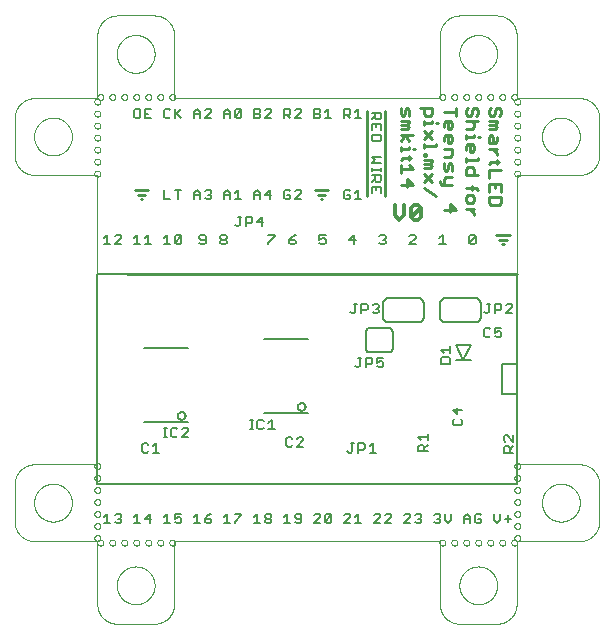
<source format=gto>
G04 EAGLE Gerber RS-274X export*
G75*
%MOMM*%
%FSLAX34Y34*%
%LPD*%
%INSilk top*%
%IPPOS*%
%AMOC8*
5,1,8,0,0,1.08239X$1,22.5*%
G01*
%ADD10C,0.203200*%
%ADD11C,0.254000*%
%ADD12C,0.000000*%
%ADD13C,0.304800*%
%ADD14C,0.152400*%


D10*
X303530Y156210D02*
X309880Y156210D01*
X316230Y156210D01*
X309880Y156210D02*
X316230Y168910D01*
X303530Y168910D01*
X309880Y156210D01*
X208831Y360426D02*
X208831Y368561D01*
X212898Y368561D01*
X214254Y367205D01*
X214254Y364493D01*
X212898Y363138D01*
X208831Y363138D01*
X211542Y363138D02*
X214254Y360426D01*
X218186Y365849D02*
X220898Y368561D01*
X220898Y360426D01*
X223609Y360426D02*
X218186Y360426D01*
X132631Y360426D02*
X132631Y368561D01*
X136698Y368561D01*
X138054Y367205D01*
X138054Y365849D01*
X136698Y364493D01*
X138054Y363138D01*
X138054Y361782D01*
X136698Y360426D01*
X132631Y360426D01*
X132631Y364493D02*
X136698Y364493D01*
X141986Y360426D02*
X147409Y360426D01*
X141986Y360426D02*
X147409Y365849D01*
X147409Y367205D01*
X146053Y368561D01*
X143342Y368561D01*
X141986Y367205D01*
X158031Y368561D02*
X158031Y360426D01*
X158031Y368561D02*
X162098Y368561D01*
X163454Y367205D01*
X163454Y364493D01*
X162098Y363138D01*
X158031Y363138D01*
X160742Y363138D02*
X163454Y360426D01*
X167386Y360426D02*
X172809Y360426D01*
X167386Y360426D02*
X172809Y365849D01*
X172809Y367205D01*
X171453Y368561D01*
X168742Y368561D01*
X167386Y367205D01*
X183431Y368561D02*
X183431Y360426D01*
X183431Y368561D02*
X187498Y368561D01*
X188854Y367205D01*
X188854Y365849D01*
X187498Y364493D01*
X188854Y363138D01*
X188854Y361782D01*
X187498Y360426D01*
X183431Y360426D01*
X183431Y364493D02*
X187498Y364493D01*
X192786Y365849D02*
X195498Y368561D01*
X195498Y360426D01*
X198209Y360426D02*
X192786Y360426D01*
X35098Y368561D02*
X32387Y368561D01*
X31031Y367205D01*
X31031Y361782D01*
X32387Y360426D01*
X35098Y360426D01*
X36454Y361782D01*
X36454Y367205D01*
X35098Y368561D01*
X40386Y368561D02*
X45809Y368561D01*
X40386Y368561D02*
X40386Y360426D01*
X45809Y360426D01*
X43098Y364493D02*
X40386Y364493D01*
X60498Y368561D02*
X61854Y367205D01*
X60498Y368561D02*
X57787Y368561D01*
X56431Y367205D01*
X56431Y361782D01*
X57787Y360426D01*
X60498Y360426D01*
X61854Y361782D01*
X65786Y360426D02*
X65786Y368561D01*
X65786Y363138D02*
X71209Y368561D01*
X67142Y364493D02*
X71209Y360426D01*
X107231Y360426D02*
X107231Y365849D01*
X109942Y368561D01*
X112654Y365849D01*
X112654Y360426D01*
X112654Y364493D02*
X107231Y364493D01*
X116586Y361782D02*
X116586Y367205D01*
X117942Y368561D01*
X120653Y368561D01*
X122009Y367205D01*
X122009Y361782D01*
X120653Y360426D01*
X117942Y360426D01*
X116586Y361782D01*
X122009Y367205D01*
X81831Y365849D02*
X81831Y360426D01*
X81831Y365849D02*
X84542Y368561D01*
X87254Y365849D01*
X87254Y360426D01*
X87254Y364493D02*
X81831Y364493D01*
X91186Y360426D02*
X96609Y360426D01*
X91186Y360426D02*
X96609Y365849D01*
X96609Y367205D01*
X95253Y368561D01*
X92542Y368561D01*
X91186Y367205D01*
X212898Y299981D02*
X214254Y298625D01*
X212898Y299981D02*
X210187Y299981D01*
X208831Y298625D01*
X208831Y293202D01*
X210187Y291846D01*
X212898Y291846D01*
X214254Y293202D01*
X214254Y295913D01*
X211542Y295913D01*
X218186Y297269D02*
X220898Y299981D01*
X220898Y291846D01*
X223609Y291846D02*
X218186Y291846D01*
X163454Y298625D02*
X162098Y299981D01*
X159387Y299981D01*
X158031Y298625D01*
X158031Y293202D01*
X159387Y291846D01*
X162098Y291846D01*
X163454Y293202D01*
X163454Y295913D01*
X160742Y295913D01*
X167386Y291846D02*
X172809Y291846D01*
X167386Y291846D02*
X172809Y297269D01*
X172809Y298625D01*
X171453Y299981D01*
X168742Y299981D01*
X167386Y298625D01*
X56431Y299981D02*
X56431Y291846D01*
X61854Y291846D01*
X68498Y291846D02*
X68498Y299981D01*
X71209Y299981D02*
X65786Y299981D01*
X107231Y297269D02*
X107231Y291846D01*
X107231Y297269D02*
X109942Y299981D01*
X112654Y297269D01*
X112654Y291846D01*
X112654Y295913D02*
X107231Y295913D01*
X116586Y297269D02*
X119298Y299981D01*
X119298Y291846D01*
X122009Y291846D02*
X116586Y291846D01*
X81831Y291846D02*
X81831Y297269D01*
X84542Y299981D01*
X87254Y297269D01*
X87254Y291846D01*
X87254Y295913D02*
X81831Y295913D01*
X91186Y298625D02*
X92542Y299981D01*
X95253Y299981D01*
X96609Y298625D01*
X96609Y297269D01*
X95253Y295913D01*
X93898Y295913D01*
X95253Y295913D02*
X96609Y294558D01*
X96609Y293202D01*
X95253Y291846D01*
X92542Y291846D01*
X91186Y293202D01*
X162098Y299981D02*
X163454Y298625D01*
X162098Y299981D02*
X159387Y299981D01*
X158031Y298625D01*
X158031Y293202D01*
X159387Y291846D01*
X162098Y291846D01*
X163454Y293202D01*
X163454Y295913D01*
X160742Y295913D01*
X167386Y291846D02*
X172809Y291846D01*
X167386Y291846D02*
X172809Y297269D01*
X172809Y298625D01*
X171453Y299981D01*
X168742Y299981D01*
X167386Y298625D01*
D11*
X184150Y299720D02*
X195580Y299720D01*
X193040Y295910D02*
X186690Y295910D01*
X189230Y292100D02*
X190500Y292100D01*
D10*
X132631Y291846D02*
X132631Y297269D01*
X135342Y299981D01*
X138054Y297269D01*
X138054Y291846D01*
X138054Y295913D02*
X132631Y295913D01*
X146053Y291846D02*
X146053Y299981D01*
X141986Y295913D01*
X147409Y295913D01*
X232156Y365046D02*
X240291Y365046D01*
X240291Y360978D01*
X238935Y359622D01*
X236223Y359622D01*
X234868Y360978D01*
X234868Y365046D01*
X234868Y362334D02*
X232156Y359622D01*
X240291Y355690D02*
X240291Y350267D01*
X240291Y355690D02*
X232156Y355690D01*
X232156Y350267D01*
X236223Y352979D02*
X236223Y355690D01*
X232156Y346335D02*
X240291Y346335D01*
X232156Y346335D02*
X232156Y342268D01*
X233512Y340912D01*
X238935Y340912D01*
X240291Y342268D01*
X240291Y346335D01*
X240291Y327625D02*
X232156Y327625D01*
X234868Y324913D01*
X232156Y322202D01*
X240291Y322202D01*
X232156Y318270D02*
X232156Y315558D01*
X232156Y316914D02*
X240291Y316914D01*
X240291Y318270D02*
X240291Y315558D01*
X240291Y312033D02*
X232156Y312033D01*
X240291Y312033D02*
X240291Y307965D01*
X238935Y306610D01*
X236223Y306610D01*
X234868Y307965D01*
X234868Y312033D01*
X234868Y309321D02*
X232156Y306610D01*
X240291Y302678D02*
X240291Y297254D01*
X240291Y302678D02*
X232156Y302678D01*
X232156Y297254D01*
X236223Y299966D02*
X236223Y302678D01*
D11*
X228600Y294640D02*
X228600Y367030D01*
X243840Y367030D02*
X243840Y294640D01*
D12*
X290000Y377500D02*
X65000Y377500D01*
X0Y312500D02*
X0Y67500D01*
X65000Y2500D02*
X290000Y2500D01*
X355600Y67500D02*
X355600Y312500D01*
X353060Y374650D02*
X353062Y374750D01*
X353068Y374851D01*
X353078Y374950D01*
X353092Y375050D01*
X353109Y375149D01*
X353131Y375247D01*
X353157Y375344D01*
X353186Y375440D01*
X353219Y375534D01*
X353256Y375628D01*
X353296Y375720D01*
X353340Y375810D01*
X353388Y375898D01*
X353439Y375985D01*
X353493Y376069D01*
X353551Y376151D01*
X353612Y376231D01*
X353676Y376308D01*
X353743Y376383D01*
X353813Y376455D01*
X353886Y376524D01*
X353961Y376590D01*
X354039Y376654D01*
X354119Y376714D01*
X354202Y376771D01*
X354287Y376824D01*
X354374Y376874D01*
X354463Y376921D01*
X354553Y376964D01*
X354645Y377004D01*
X354739Y377040D01*
X354834Y377072D01*
X354930Y377100D01*
X355028Y377125D01*
X355126Y377145D01*
X355225Y377162D01*
X355325Y377175D01*
X355424Y377184D01*
X355525Y377189D01*
X355625Y377190D01*
X355725Y377187D01*
X355826Y377180D01*
X355925Y377169D01*
X356025Y377154D01*
X356123Y377136D01*
X356221Y377113D01*
X356318Y377086D01*
X356413Y377056D01*
X356508Y377022D01*
X356601Y376984D01*
X356692Y376943D01*
X356782Y376898D01*
X356870Y376850D01*
X356956Y376798D01*
X357040Y376743D01*
X357121Y376684D01*
X357200Y376622D01*
X357277Y376558D01*
X357351Y376490D01*
X357422Y376419D01*
X357491Y376346D01*
X357556Y376270D01*
X357619Y376191D01*
X357678Y376110D01*
X357734Y376027D01*
X357787Y375942D01*
X357836Y375854D01*
X357882Y375765D01*
X357924Y375674D01*
X357963Y375581D01*
X357998Y375487D01*
X358029Y375392D01*
X358057Y375295D01*
X358080Y375198D01*
X358100Y375099D01*
X358116Y375000D01*
X358128Y374901D01*
X358136Y374800D01*
X358140Y374700D01*
X358140Y374600D01*
X358136Y374500D01*
X358128Y374399D01*
X358116Y374300D01*
X358100Y374201D01*
X358080Y374102D01*
X358057Y374005D01*
X358029Y373908D01*
X357998Y373813D01*
X357963Y373719D01*
X357924Y373626D01*
X357882Y373535D01*
X357836Y373446D01*
X357787Y373358D01*
X357734Y373273D01*
X357678Y373190D01*
X357619Y373109D01*
X357556Y373030D01*
X357491Y372954D01*
X357422Y372881D01*
X357351Y372810D01*
X357277Y372742D01*
X357200Y372678D01*
X357121Y372616D01*
X357040Y372557D01*
X356956Y372502D01*
X356870Y372450D01*
X356782Y372402D01*
X356692Y372357D01*
X356601Y372316D01*
X356508Y372278D01*
X356413Y372244D01*
X356318Y372214D01*
X356221Y372187D01*
X356123Y372164D01*
X356025Y372146D01*
X355925Y372131D01*
X355826Y372120D01*
X355725Y372113D01*
X355625Y372110D01*
X355525Y372111D01*
X355424Y372116D01*
X355325Y372125D01*
X355225Y372138D01*
X355126Y372155D01*
X355028Y372175D01*
X354930Y372200D01*
X354834Y372228D01*
X354739Y372260D01*
X354645Y372296D01*
X354553Y372336D01*
X354463Y372379D01*
X354374Y372426D01*
X354287Y372476D01*
X354202Y372529D01*
X354119Y372586D01*
X354039Y372646D01*
X353961Y372710D01*
X353886Y372776D01*
X353813Y372845D01*
X353743Y372917D01*
X353676Y372992D01*
X353612Y373069D01*
X353551Y373149D01*
X353493Y373231D01*
X353439Y373315D01*
X353388Y373402D01*
X353340Y373490D01*
X353296Y373580D01*
X353256Y373672D01*
X353219Y373766D01*
X353186Y373860D01*
X353157Y373956D01*
X353131Y374053D01*
X353109Y374151D01*
X353092Y374250D01*
X353078Y374350D01*
X353068Y374449D01*
X353062Y374550D01*
X353060Y374650D01*
X353060Y364490D02*
X353062Y364590D01*
X353068Y364691D01*
X353078Y364790D01*
X353092Y364890D01*
X353109Y364989D01*
X353131Y365087D01*
X353157Y365184D01*
X353186Y365280D01*
X353219Y365374D01*
X353256Y365468D01*
X353296Y365560D01*
X353340Y365650D01*
X353388Y365738D01*
X353439Y365825D01*
X353493Y365909D01*
X353551Y365991D01*
X353612Y366071D01*
X353676Y366148D01*
X353743Y366223D01*
X353813Y366295D01*
X353886Y366364D01*
X353961Y366430D01*
X354039Y366494D01*
X354119Y366554D01*
X354202Y366611D01*
X354287Y366664D01*
X354374Y366714D01*
X354463Y366761D01*
X354553Y366804D01*
X354645Y366844D01*
X354739Y366880D01*
X354834Y366912D01*
X354930Y366940D01*
X355028Y366965D01*
X355126Y366985D01*
X355225Y367002D01*
X355325Y367015D01*
X355424Y367024D01*
X355525Y367029D01*
X355625Y367030D01*
X355725Y367027D01*
X355826Y367020D01*
X355925Y367009D01*
X356025Y366994D01*
X356123Y366976D01*
X356221Y366953D01*
X356318Y366926D01*
X356413Y366896D01*
X356508Y366862D01*
X356601Y366824D01*
X356692Y366783D01*
X356782Y366738D01*
X356870Y366690D01*
X356956Y366638D01*
X357040Y366583D01*
X357121Y366524D01*
X357200Y366462D01*
X357277Y366398D01*
X357351Y366330D01*
X357422Y366259D01*
X357491Y366186D01*
X357556Y366110D01*
X357619Y366031D01*
X357678Y365950D01*
X357734Y365867D01*
X357787Y365782D01*
X357836Y365694D01*
X357882Y365605D01*
X357924Y365514D01*
X357963Y365421D01*
X357998Y365327D01*
X358029Y365232D01*
X358057Y365135D01*
X358080Y365038D01*
X358100Y364939D01*
X358116Y364840D01*
X358128Y364741D01*
X358136Y364640D01*
X358140Y364540D01*
X358140Y364440D01*
X358136Y364340D01*
X358128Y364239D01*
X358116Y364140D01*
X358100Y364041D01*
X358080Y363942D01*
X358057Y363845D01*
X358029Y363748D01*
X357998Y363653D01*
X357963Y363559D01*
X357924Y363466D01*
X357882Y363375D01*
X357836Y363286D01*
X357787Y363198D01*
X357734Y363113D01*
X357678Y363030D01*
X357619Y362949D01*
X357556Y362870D01*
X357491Y362794D01*
X357422Y362721D01*
X357351Y362650D01*
X357277Y362582D01*
X357200Y362518D01*
X357121Y362456D01*
X357040Y362397D01*
X356956Y362342D01*
X356870Y362290D01*
X356782Y362242D01*
X356692Y362197D01*
X356601Y362156D01*
X356508Y362118D01*
X356413Y362084D01*
X356318Y362054D01*
X356221Y362027D01*
X356123Y362004D01*
X356025Y361986D01*
X355925Y361971D01*
X355826Y361960D01*
X355725Y361953D01*
X355625Y361950D01*
X355525Y361951D01*
X355424Y361956D01*
X355325Y361965D01*
X355225Y361978D01*
X355126Y361995D01*
X355028Y362015D01*
X354930Y362040D01*
X354834Y362068D01*
X354739Y362100D01*
X354645Y362136D01*
X354553Y362176D01*
X354463Y362219D01*
X354374Y362266D01*
X354287Y362316D01*
X354202Y362369D01*
X354119Y362426D01*
X354039Y362486D01*
X353961Y362550D01*
X353886Y362616D01*
X353813Y362685D01*
X353743Y362757D01*
X353676Y362832D01*
X353612Y362909D01*
X353551Y362989D01*
X353493Y363071D01*
X353439Y363155D01*
X353388Y363242D01*
X353340Y363330D01*
X353296Y363420D01*
X353256Y363512D01*
X353219Y363606D01*
X353186Y363700D01*
X353157Y363796D01*
X353131Y363893D01*
X353109Y363991D01*
X353092Y364090D01*
X353078Y364190D01*
X353068Y364289D01*
X353062Y364390D01*
X353060Y364490D01*
X353060Y354330D02*
X353062Y354430D01*
X353068Y354531D01*
X353078Y354630D01*
X353092Y354730D01*
X353109Y354829D01*
X353131Y354927D01*
X353157Y355024D01*
X353186Y355120D01*
X353219Y355214D01*
X353256Y355308D01*
X353296Y355400D01*
X353340Y355490D01*
X353388Y355578D01*
X353439Y355665D01*
X353493Y355749D01*
X353551Y355831D01*
X353612Y355911D01*
X353676Y355988D01*
X353743Y356063D01*
X353813Y356135D01*
X353886Y356204D01*
X353961Y356270D01*
X354039Y356334D01*
X354119Y356394D01*
X354202Y356451D01*
X354287Y356504D01*
X354374Y356554D01*
X354463Y356601D01*
X354553Y356644D01*
X354645Y356684D01*
X354739Y356720D01*
X354834Y356752D01*
X354930Y356780D01*
X355028Y356805D01*
X355126Y356825D01*
X355225Y356842D01*
X355325Y356855D01*
X355424Y356864D01*
X355525Y356869D01*
X355625Y356870D01*
X355725Y356867D01*
X355826Y356860D01*
X355925Y356849D01*
X356025Y356834D01*
X356123Y356816D01*
X356221Y356793D01*
X356318Y356766D01*
X356413Y356736D01*
X356508Y356702D01*
X356601Y356664D01*
X356692Y356623D01*
X356782Y356578D01*
X356870Y356530D01*
X356956Y356478D01*
X357040Y356423D01*
X357121Y356364D01*
X357200Y356302D01*
X357277Y356238D01*
X357351Y356170D01*
X357422Y356099D01*
X357491Y356026D01*
X357556Y355950D01*
X357619Y355871D01*
X357678Y355790D01*
X357734Y355707D01*
X357787Y355622D01*
X357836Y355534D01*
X357882Y355445D01*
X357924Y355354D01*
X357963Y355261D01*
X357998Y355167D01*
X358029Y355072D01*
X358057Y354975D01*
X358080Y354878D01*
X358100Y354779D01*
X358116Y354680D01*
X358128Y354581D01*
X358136Y354480D01*
X358140Y354380D01*
X358140Y354280D01*
X358136Y354180D01*
X358128Y354079D01*
X358116Y353980D01*
X358100Y353881D01*
X358080Y353782D01*
X358057Y353685D01*
X358029Y353588D01*
X357998Y353493D01*
X357963Y353399D01*
X357924Y353306D01*
X357882Y353215D01*
X357836Y353126D01*
X357787Y353038D01*
X357734Y352953D01*
X357678Y352870D01*
X357619Y352789D01*
X357556Y352710D01*
X357491Y352634D01*
X357422Y352561D01*
X357351Y352490D01*
X357277Y352422D01*
X357200Y352358D01*
X357121Y352296D01*
X357040Y352237D01*
X356956Y352182D01*
X356870Y352130D01*
X356782Y352082D01*
X356692Y352037D01*
X356601Y351996D01*
X356508Y351958D01*
X356413Y351924D01*
X356318Y351894D01*
X356221Y351867D01*
X356123Y351844D01*
X356025Y351826D01*
X355925Y351811D01*
X355826Y351800D01*
X355725Y351793D01*
X355625Y351790D01*
X355525Y351791D01*
X355424Y351796D01*
X355325Y351805D01*
X355225Y351818D01*
X355126Y351835D01*
X355028Y351855D01*
X354930Y351880D01*
X354834Y351908D01*
X354739Y351940D01*
X354645Y351976D01*
X354553Y352016D01*
X354463Y352059D01*
X354374Y352106D01*
X354287Y352156D01*
X354202Y352209D01*
X354119Y352266D01*
X354039Y352326D01*
X353961Y352390D01*
X353886Y352456D01*
X353813Y352525D01*
X353743Y352597D01*
X353676Y352672D01*
X353612Y352749D01*
X353551Y352829D01*
X353493Y352911D01*
X353439Y352995D01*
X353388Y353082D01*
X353340Y353170D01*
X353296Y353260D01*
X353256Y353352D01*
X353219Y353446D01*
X353186Y353540D01*
X353157Y353636D01*
X353131Y353733D01*
X353109Y353831D01*
X353092Y353930D01*
X353078Y354030D01*
X353068Y354129D01*
X353062Y354230D01*
X353060Y354330D01*
X353060Y344170D02*
X353062Y344270D01*
X353068Y344371D01*
X353078Y344470D01*
X353092Y344570D01*
X353109Y344669D01*
X353131Y344767D01*
X353157Y344864D01*
X353186Y344960D01*
X353219Y345054D01*
X353256Y345148D01*
X353296Y345240D01*
X353340Y345330D01*
X353388Y345418D01*
X353439Y345505D01*
X353493Y345589D01*
X353551Y345671D01*
X353612Y345751D01*
X353676Y345828D01*
X353743Y345903D01*
X353813Y345975D01*
X353886Y346044D01*
X353961Y346110D01*
X354039Y346174D01*
X354119Y346234D01*
X354202Y346291D01*
X354287Y346344D01*
X354374Y346394D01*
X354463Y346441D01*
X354553Y346484D01*
X354645Y346524D01*
X354739Y346560D01*
X354834Y346592D01*
X354930Y346620D01*
X355028Y346645D01*
X355126Y346665D01*
X355225Y346682D01*
X355325Y346695D01*
X355424Y346704D01*
X355525Y346709D01*
X355625Y346710D01*
X355725Y346707D01*
X355826Y346700D01*
X355925Y346689D01*
X356025Y346674D01*
X356123Y346656D01*
X356221Y346633D01*
X356318Y346606D01*
X356413Y346576D01*
X356508Y346542D01*
X356601Y346504D01*
X356692Y346463D01*
X356782Y346418D01*
X356870Y346370D01*
X356956Y346318D01*
X357040Y346263D01*
X357121Y346204D01*
X357200Y346142D01*
X357277Y346078D01*
X357351Y346010D01*
X357422Y345939D01*
X357491Y345866D01*
X357556Y345790D01*
X357619Y345711D01*
X357678Y345630D01*
X357734Y345547D01*
X357787Y345462D01*
X357836Y345374D01*
X357882Y345285D01*
X357924Y345194D01*
X357963Y345101D01*
X357998Y345007D01*
X358029Y344912D01*
X358057Y344815D01*
X358080Y344718D01*
X358100Y344619D01*
X358116Y344520D01*
X358128Y344421D01*
X358136Y344320D01*
X358140Y344220D01*
X358140Y344120D01*
X358136Y344020D01*
X358128Y343919D01*
X358116Y343820D01*
X358100Y343721D01*
X358080Y343622D01*
X358057Y343525D01*
X358029Y343428D01*
X357998Y343333D01*
X357963Y343239D01*
X357924Y343146D01*
X357882Y343055D01*
X357836Y342966D01*
X357787Y342878D01*
X357734Y342793D01*
X357678Y342710D01*
X357619Y342629D01*
X357556Y342550D01*
X357491Y342474D01*
X357422Y342401D01*
X357351Y342330D01*
X357277Y342262D01*
X357200Y342198D01*
X357121Y342136D01*
X357040Y342077D01*
X356956Y342022D01*
X356870Y341970D01*
X356782Y341922D01*
X356692Y341877D01*
X356601Y341836D01*
X356508Y341798D01*
X356413Y341764D01*
X356318Y341734D01*
X356221Y341707D01*
X356123Y341684D01*
X356025Y341666D01*
X355925Y341651D01*
X355826Y341640D01*
X355725Y341633D01*
X355625Y341630D01*
X355525Y341631D01*
X355424Y341636D01*
X355325Y341645D01*
X355225Y341658D01*
X355126Y341675D01*
X355028Y341695D01*
X354930Y341720D01*
X354834Y341748D01*
X354739Y341780D01*
X354645Y341816D01*
X354553Y341856D01*
X354463Y341899D01*
X354374Y341946D01*
X354287Y341996D01*
X354202Y342049D01*
X354119Y342106D01*
X354039Y342166D01*
X353961Y342230D01*
X353886Y342296D01*
X353813Y342365D01*
X353743Y342437D01*
X353676Y342512D01*
X353612Y342589D01*
X353551Y342669D01*
X353493Y342751D01*
X353439Y342835D01*
X353388Y342922D01*
X353340Y343010D01*
X353296Y343100D01*
X353256Y343192D01*
X353219Y343286D01*
X353186Y343380D01*
X353157Y343476D01*
X353131Y343573D01*
X353109Y343671D01*
X353092Y343770D01*
X353078Y343870D01*
X353068Y343969D01*
X353062Y344070D01*
X353060Y344170D01*
X353060Y334010D02*
X353062Y334110D01*
X353068Y334211D01*
X353078Y334310D01*
X353092Y334410D01*
X353109Y334509D01*
X353131Y334607D01*
X353157Y334704D01*
X353186Y334800D01*
X353219Y334894D01*
X353256Y334988D01*
X353296Y335080D01*
X353340Y335170D01*
X353388Y335258D01*
X353439Y335345D01*
X353493Y335429D01*
X353551Y335511D01*
X353612Y335591D01*
X353676Y335668D01*
X353743Y335743D01*
X353813Y335815D01*
X353886Y335884D01*
X353961Y335950D01*
X354039Y336014D01*
X354119Y336074D01*
X354202Y336131D01*
X354287Y336184D01*
X354374Y336234D01*
X354463Y336281D01*
X354553Y336324D01*
X354645Y336364D01*
X354739Y336400D01*
X354834Y336432D01*
X354930Y336460D01*
X355028Y336485D01*
X355126Y336505D01*
X355225Y336522D01*
X355325Y336535D01*
X355424Y336544D01*
X355525Y336549D01*
X355625Y336550D01*
X355725Y336547D01*
X355826Y336540D01*
X355925Y336529D01*
X356025Y336514D01*
X356123Y336496D01*
X356221Y336473D01*
X356318Y336446D01*
X356413Y336416D01*
X356508Y336382D01*
X356601Y336344D01*
X356692Y336303D01*
X356782Y336258D01*
X356870Y336210D01*
X356956Y336158D01*
X357040Y336103D01*
X357121Y336044D01*
X357200Y335982D01*
X357277Y335918D01*
X357351Y335850D01*
X357422Y335779D01*
X357491Y335706D01*
X357556Y335630D01*
X357619Y335551D01*
X357678Y335470D01*
X357734Y335387D01*
X357787Y335302D01*
X357836Y335214D01*
X357882Y335125D01*
X357924Y335034D01*
X357963Y334941D01*
X357998Y334847D01*
X358029Y334752D01*
X358057Y334655D01*
X358080Y334558D01*
X358100Y334459D01*
X358116Y334360D01*
X358128Y334261D01*
X358136Y334160D01*
X358140Y334060D01*
X358140Y333960D01*
X358136Y333860D01*
X358128Y333759D01*
X358116Y333660D01*
X358100Y333561D01*
X358080Y333462D01*
X358057Y333365D01*
X358029Y333268D01*
X357998Y333173D01*
X357963Y333079D01*
X357924Y332986D01*
X357882Y332895D01*
X357836Y332806D01*
X357787Y332718D01*
X357734Y332633D01*
X357678Y332550D01*
X357619Y332469D01*
X357556Y332390D01*
X357491Y332314D01*
X357422Y332241D01*
X357351Y332170D01*
X357277Y332102D01*
X357200Y332038D01*
X357121Y331976D01*
X357040Y331917D01*
X356956Y331862D01*
X356870Y331810D01*
X356782Y331762D01*
X356692Y331717D01*
X356601Y331676D01*
X356508Y331638D01*
X356413Y331604D01*
X356318Y331574D01*
X356221Y331547D01*
X356123Y331524D01*
X356025Y331506D01*
X355925Y331491D01*
X355826Y331480D01*
X355725Y331473D01*
X355625Y331470D01*
X355525Y331471D01*
X355424Y331476D01*
X355325Y331485D01*
X355225Y331498D01*
X355126Y331515D01*
X355028Y331535D01*
X354930Y331560D01*
X354834Y331588D01*
X354739Y331620D01*
X354645Y331656D01*
X354553Y331696D01*
X354463Y331739D01*
X354374Y331786D01*
X354287Y331836D01*
X354202Y331889D01*
X354119Y331946D01*
X354039Y332006D01*
X353961Y332070D01*
X353886Y332136D01*
X353813Y332205D01*
X353743Y332277D01*
X353676Y332352D01*
X353612Y332429D01*
X353551Y332509D01*
X353493Y332591D01*
X353439Y332675D01*
X353388Y332762D01*
X353340Y332850D01*
X353296Y332940D01*
X353256Y333032D01*
X353219Y333126D01*
X353186Y333220D01*
X353157Y333316D01*
X353131Y333413D01*
X353109Y333511D01*
X353092Y333610D01*
X353078Y333710D01*
X353068Y333809D01*
X353062Y333910D01*
X353060Y334010D01*
X355000Y377500D02*
X407500Y377500D01*
X425000Y360000D02*
X425000Y330000D01*
X407500Y312500D02*
X355600Y312500D01*
D11*
X43180Y299720D02*
X31750Y299720D01*
X34290Y295910D02*
X40640Y295910D01*
X38100Y292100D02*
X36830Y292100D01*
X339944Y362791D02*
X341639Y364486D01*
X341639Y367875D01*
X339944Y369570D01*
X338249Y369570D01*
X336554Y367875D01*
X336554Y364486D01*
X334860Y362791D01*
X333165Y362791D01*
X331470Y364486D01*
X331470Y367875D01*
X333165Y369570D01*
X331470Y357876D02*
X338249Y357876D01*
X338249Y356181D01*
X336554Y354486D01*
X331470Y354486D01*
X336554Y354486D02*
X338249Y352792D01*
X336554Y351097D01*
X331470Y351097D01*
X338249Y344487D02*
X338249Y341098D01*
X336554Y339403D01*
X331470Y339403D01*
X331470Y344487D01*
X333165Y346182D01*
X334860Y344487D01*
X334860Y339403D01*
X331470Y334488D02*
X338249Y334488D01*
X334860Y334488D02*
X338249Y331099D01*
X338249Y329404D01*
X339944Y323048D02*
X333165Y323048D01*
X331470Y321354D01*
X338249Y321354D02*
X338249Y324743D01*
X341639Y316947D02*
X331470Y316947D01*
X331470Y310168D01*
X341639Y305253D02*
X341639Y298474D01*
X341639Y305253D02*
X331470Y305253D01*
X331470Y298474D01*
X336554Y301864D02*
X336554Y305253D01*
X341639Y293559D02*
X331470Y293559D01*
X331470Y288475D01*
X333165Y286780D01*
X339944Y286780D01*
X341639Y288475D01*
X341639Y293559D01*
X320894Y362791D02*
X322589Y364486D01*
X322589Y367875D01*
X320894Y369570D01*
X319199Y369570D01*
X317504Y367875D01*
X317504Y364486D01*
X315810Y362791D01*
X314115Y362791D01*
X312420Y364486D01*
X312420Y367875D01*
X314115Y369570D01*
X312420Y357876D02*
X322589Y357876D01*
X319199Y356181D02*
X317504Y357876D01*
X319199Y356181D02*
X319199Y352792D01*
X317504Y351097D01*
X312420Y351097D01*
X319199Y346182D02*
X319199Y344487D01*
X312420Y344487D01*
X312420Y342793D02*
X312420Y346182D01*
X322589Y344487D02*
X324283Y344487D01*
X312420Y336691D02*
X312420Y333302D01*
X312420Y336691D02*
X314115Y338386D01*
X317504Y338386D01*
X319199Y336691D01*
X319199Y333302D01*
X317504Y331607D01*
X315810Y331607D01*
X315810Y338386D01*
X322589Y326692D02*
X322589Y324997D01*
X312420Y324997D01*
X312420Y323303D02*
X312420Y326692D01*
X312420Y312117D02*
X322589Y312117D01*
X312420Y312117D02*
X312420Y317201D01*
X314115Y318896D01*
X317504Y318896D01*
X319199Y317201D01*
X319199Y312117D01*
X303539Y366180D02*
X293370Y366180D01*
X303539Y362791D02*
X303539Y369570D01*
X293370Y356181D02*
X293370Y352792D01*
X293370Y356181D02*
X295065Y357876D01*
X298454Y357876D01*
X300149Y356181D01*
X300149Y352792D01*
X298454Y351097D01*
X296760Y351097D01*
X296760Y357876D01*
X293370Y344487D02*
X293370Y341098D01*
X293370Y344487D02*
X295065Y346182D01*
X298454Y346182D01*
X300149Y344487D01*
X300149Y341098D01*
X298454Y339403D01*
X296760Y339403D01*
X296760Y346182D01*
X293370Y334488D02*
X300149Y334488D01*
X300149Y329404D01*
X298454Y327709D01*
X293370Y327709D01*
X293370Y322794D02*
X293370Y317710D01*
X295065Y316015D01*
X296760Y317710D01*
X296760Y321099D01*
X298454Y322794D01*
X300149Y321099D01*
X300149Y316015D01*
X300149Y311100D02*
X295065Y311100D01*
X293370Y309405D01*
X293370Y304321D01*
X291675Y304321D02*
X300149Y304321D01*
X291675Y304321D02*
X289980Y306016D01*
X289980Y307711D01*
X293370Y282628D02*
X303539Y282628D01*
X298454Y287712D01*
X298454Y280933D01*
X283004Y369570D02*
X272835Y369570D01*
X283004Y369570D02*
X283004Y364486D01*
X281309Y362791D01*
X277920Y362791D01*
X276225Y364486D01*
X276225Y369570D01*
X283004Y357876D02*
X283004Y356181D01*
X276225Y356181D01*
X276225Y357876D02*
X276225Y354486D01*
X286394Y356181D02*
X288088Y356181D01*
X283004Y350080D02*
X276225Y343301D01*
X276225Y350080D02*
X283004Y343301D01*
X286394Y338386D02*
X286394Y336691D01*
X276225Y336691D01*
X276225Y334997D02*
X276225Y338386D01*
X276225Y330590D02*
X277920Y330590D01*
X277920Y328895D01*
X276225Y328895D01*
X276225Y330590D01*
X276225Y324743D02*
X283004Y324743D01*
X283004Y323048D01*
X281309Y321354D01*
X276225Y321354D01*
X281309Y321354D02*
X283004Y319659D01*
X281309Y317964D01*
X276225Y317964D01*
X283004Y313049D02*
X276225Y306270D01*
X276225Y313049D02*
X283004Y306270D01*
X276225Y301355D02*
X286394Y294576D01*
X257175Y364486D02*
X257175Y369570D01*
X257175Y364486D02*
X258870Y362791D01*
X260565Y364486D01*
X260565Y367875D01*
X262259Y369570D01*
X263954Y367875D01*
X263954Y362791D01*
X263954Y357876D02*
X257175Y357876D01*
X263954Y357876D02*
X263954Y356181D01*
X262259Y354486D01*
X257175Y354486D01*
X262259Y354486D02*
X263954Y352792D01*
X262259Y351097D01*
X257175Y351097D01*
X257175Y346182D02*
X267344Y346182D01*
X260565Y346182D02*
X257175Y341098D01*
X260565Y346182D02*
X263954Y341098D01*
X263954Y336437D02*
X263954Y334742D01*
X257175Y334742D01*
X257175Y333048D02*
X257175Y336437D01*
X267344Y334742D02*
X269038Y334742D01*
X265649Y326946D02*
X258870Y326946D01*
X257175Y325252D01*
X263954Y325252D02*
X263954Y328641D01*
X263954Y320845D02*
X267344Y317456D01*
X257175Y317456D01*
X257175Y320845D02*
X257175Y314066D01*
X257175Y304067D02*
X267344Y304067D01*
X262259Y309151D01*
X262259Y302372D01*
D12*
X353060Y323850D02*
X353062Y323950D01*
X353068Y324051D01*
X353078Y324150D01*
X353092Y324250D01*
X353109Y324349D01*
X353131Y324447D01*
X353157Y324544D01*
X353186Y324640D01*
X353219Y324734D01*
X353256Y324828D01*
X353296Y324920D01*
X353340Y325010D01*
X353388Y325098D01*
X353439Y325185D01*
X353493Y325269D01*
X353551Y325351D01*
X353612Y325431D01*
X353676Y325508D01*
X353743Y325583D01*
X353813Y325655D01*
X353886Y325724D01*
X353961Y325790D01*
X354039Y325854D01*
X354119Y325914D01*
X354202Y325971D01*
X354287Y326024D01*
X354374Y326074D01*
X354463Y326121D01*
X354553Y326164D01*
X354645Y326204D01*
X354739Y326240D01*
X354834Y326272D01*
X354930Y326300D01*
X355028Y326325D01*
X355126Y326345D01*
X355225Y326362D01*
X355325Y326375D01*
X355424Y326384D01*
X355525Y326389D01*
X355625Y326390D01*
X355725Y326387D01*
X355826Y326380D01*
X355925Y326369D01*
X356025Y326354D01*
X356123Y326336D01*
X356221Y326313D01*
X356318Y326286D01*
X356413Y326256D01*
X356508Y326222D01*
X356601Y326184D01*
X356692Y326143D01*
X356782Y326098D01*
X356870Y326050D01*
X356956Y325998D01*
X357040Y325943D01*
X357121Y325884D01*
X357200Y325822D01*
X357277Y325758D01*
X357351Y325690D01*
X357422Y325619D01*
X357491Y325546D01*
X357556Y325470D01*
X357619Y325391D01*
X357678Y325310D01*
X357734Y325227D01*
X357787Y325142D01*
X357836Y325054D01*
X357882Y324965D01*
X357924Y324874D01*
X357963Y324781D01*
X357998Y324687D01*
X358029Y324592D01*
X358057Y324495D01*
X358080Y324398D01*
X358100Y324299D01*
X358116Y324200D01*
X358128Y324101D01*
X358136Y324000D01*
X358140Y323900D01*
X358140Y323800D01*
X358136Y323700D01*
X358128Y323599D01*
X358116Y323500D01*
X358100Y323401D01*
X358080Y323302D01*
X358057Y323205D01*
X358029Y323108D01*
X357998Y323013D01*
X357963Y322919D01*
X357924Y322826D01*
X357882Y322735D01*
X357836Y322646D01*
X357787Y322558D01*
X357734Y322473D01*
X357678Y322390D01*
X357619Y322309D01*
X357556Y322230D01*
X357491Y322154D01*
X357422Y322081D01*
X357351Y322010D01*
X357277Y321942D01*
X357200Y321878D01*
X357121Y321816D01*
X357040Y321757D01*
X356956Y321702D01*
X356870Y321650D01*
X356782Y321602D01*
X356692Y321557D01*
X356601Y321516D01*
X356508Y321478D01*
X356413Y321444D01*
X356318Y321414D01*
X356221Y321387D01*
X356123Y321364D01*
X356025Y321346D01*
X355925Y321331D01*
X355826Y321320D01*
X355725Y321313D01*
X355625Y321310D01*
X355525Y321311D01*
X355424Y321316D01*
X355325Y321325D01*
X355225Y321338D01*
X355126Y321355D01*
X355028Y321375D01*
X354930Y321400D01*
X354834Y321428D01*
X354739Y321460D01*
X354645Y321496D01*
X354553Y321536D01*
X354463Y321579D01*
X354374Y321626D01*
X354287Y321676D01*
X354202Y321729D01*
X354119Y321786D01*
X354039Y321846D01*
X353961Y321910D01*
X353886Y321976D01*
X353813Y322045D01*
X353743Y322117D01*
X353676Y322192D01*
X353612Y322269D01*
X353551Y322349D01*
X353493Y322431D01*
X353439Y322515D01*
X353388Y322602D01*
X353340Y322690D01*
X353296Y322780D01*
X353256Y322872D01*
X353219Y322966D01*
X353186Y323060D01*
X353157Y323156D01*
X353131Y323253D01*
X353109Y323351D01*
X353092Y323450D01*
X353078Y323550D01*
X353068Y323649D01*
X353062Y323750D01*
X353060Y323850D01*
X353060Y313690D02*
X353062Y313790D01*
X353068Y313891D01*
X353078Y313990D01*
X353092Y314090D01*
X353109Y314189D01*
X353131Y314287D01*
X353157Y314384D01*
X353186Y314480D01*
X353219Y314574D01*
X353256Y314668D01*
X353296Y314760D01*
X353340Y314850D01*
X353388Y314938D01*
X353439Y315025D01*
X353493Y315109D01*
X353551Y315191D01*
X353612Y315271D01*
X353676Y315348D01*
X353743Y315423D01*
X353813Y315495D01*
X353886Y315564D01*
X353961Y315630D01*
X354039Y315694D01*
X354119Y315754D01*
X354202Y315811D01*
X354287Y315864D01*
X354374Y315914D01*
X354463Y315961D01*
X354553Y316004D01*
X354645Y316044D01*
X354739Y316080D01*
X354834Y316112D01*
X354930Y316140D01*
X355028Y316165D01*
X355126Y316185D01*
X355225Y316202D01*
X355325Y316215D01*
X355424Y316224D01*
X355525Y316229D01*
X355625Y316230D01*
X355725Y316227D01*
X355826Y316220D01*
X355925Y316209D01*
X356025Y316194D01*
X356123Y316176D01*
X356221Y316153D01*
X356318Y316126D01*
X356413Y316096D01*
X356508Y316062D01*
X356601Y316024D01*
X356692Y315983D01*
X356782Y315938D01*
X356870Y315890D01*
X356956Y315838D01*
X357040Y315783D01*
X357121Y315724D01*
X357200Y315662D01*
X357277Y315598D01*
X357351Y315530D01*
X357422Y315459D01*
X357491Y315386D01*
X357556Y315310D01*
X357619Y315231D01*
X357678Y315150D01*
X357734Y315067D01*
X357787Y314982D01*
X357836Y314894D01*
X357882Y314805D01*
X357924Y314714D01*
X357963Y314621D01*
X357998Y314527D01*
X358029Y314432D01*
X358057Y314335D01*
X358080Y314238D01*
X358100Y314139D01*
X358116Y314040D01*
X358128Y313941D01*
X358136Y313840D01*
X358140Y313740D01*
X358140Y313640D01*
X358136Y313540D01*
X358128Y313439D01*
X358116Y313340D01*
X358100Y313241D01*
X358080Y313142D01*
X358057Y313045D01*
X358029Y312948D01*
X357998Y312853D01*
X357963Y312759D01*
X357924Y312666D01*
X357882Y312575D01*
X357836Y312486D01*
X357787Y312398D01*
X357734Y312313D01*
X357678Y312230D01*
X357619Y312149D01*
X357556Y312070D01*
X357491Y311994D01*
X357422Y311921D01*
X357351Y311850D01*
X357277Y311782D01*
X357200Y311718D01*
X357121Y311656D01*
X357040Y311597D01*
X356956Y311542D01*
X356870Y311490D01*
X356782Y311442D01*
X356692Y311397D01*
X356601Y311356D01*
X356508Y311318D01*
X356413Y311284D01*
X356318Y311254D01*
X356221Y311227D01*
X356123Y311204D01*
X356025Y311186D01*
X355925Y311171D01*
X355826Y311160D01*
X355725Y311153D01*
X355625Y311150D01*
X355525Y311151D01*
X355424Y311156D01*
X355325Y311165D01*
X355225Y311178D01*
X355126Y311195D01*
X355028Y311215D01*
X354930Y311240D01*
X354834Y311268D01*
X354739Y311300D01*
X354645Y311336D01*
X354553Y311376D01*
X354463Y311419D01*
X354374Y311466D01*
X354287Y311516D01*
X354202Y311569D01*
X354119Y311626D01*
X354039Y311686D01*
X353961Y311750D01*
X353886Y311816D01*
X353813Y311885D01*
X353743Y311957D01*
X353676Y312032D01*
X353612Y312109D01*
X353551Y312189D01*
X353493Y312271D01*
X353439Y312355D01*
X353388Y312442D01*
X353340Y312530D01*
X353296Y312620D01*
X353256Y312712D01*
X353219Y312806D01*
X353186Y312900D01*
X353157Y312996D01*
X353131Y313093D01*
X353109Y313191D01*
X353092Y313290D01*
X353078Y313390D01*
X353068Y313489D01*
X353062Y313590D01*
X353060Y313690D01*
X289560Y378460D02*
X289562Y378560D01*
X289568Y378661D01*
X289578Y378760D01*
X289592Y378860D01*
X289609Y378959D01*
X289631Y379057D01*
X289657Y379154D01*
X289686Y379250D01*
X289719Y379344D01*
X289756Y379438D01*
X289796Y379530D01*
X289840Y379620D01*
X289888Y379708D01*
X289939Y379795D01*
X289993Y379879D01*
X290051Y379961D01*
X290112Y380041D01*
X290176Y380118D01*
X290243Y380193D01*
X290313Y380265D01*
X290386Y380334D01*
X290461Y380400D01*
X290539Y380464D01*
X290619Y380524D01*
X290702Y380581D01*
X290787Y380634D01*
X290874Y380684D01*
X290963Y380731D01*
X291053Y380774D01*
X291145Y380814D01*
X291239Y380850D01*
X291334Y380882D01*
X291430Y380910D01*
X291528Y380935D01*
X291626Y380955D01*
X291725Y380972D01*
X291825Y380985D01*
X291924Y380994D01*
X292025Y380999D01*
X292125Y381000D01*
X292225Y380997D01*
X292326Y380990D01*
X292425Y380979D01*
X292525Y380964D01*
X292623Y380946D01*
X292721Y380923D01*
X292818Y380896D01*
X292913Y380866D01*
X293008Y380832D01*
X293101Y380794D01*
X293192Y380753D01*
X293282Y380708D01*
X293370Y380660D01*
X293456Y380608D01*
X293540Y380553D01*
X293621Y380494D01*
X293700Y380432D01*
X293777Y380368D01*
X293851Y380300D01*
X293922Y380229D01*
X293991Y380156D01*
X294056Y380080D01*
X294119Y380001D01*
X294178Y379920D01*
X294234Y379837D01*
X294287Y379752D01*
X294336Y379664D01*
X294382Y379575D01*
X294424Y379484D01*
X294463Y379391D01*
X294498Y379297D01*
X294529Y379202D01*
X294557Y379105D01*
X294580Y379008D01*
X294600Y378909D01*
X294616Y378810D01*
X294628Y378711D01*
X294636Y378610D01*
X294640Y378510D01*
X294640Y378410D01*
X294636Y378310D01*
X294628Y378209D01*
X294616Y378110D01*
X294600Y378011D01*
X294580Y377912D01*
X294557Y377815D01*
X294529Y377718D01*
X294498Y377623D01*
X294463Y377529D01*
X294424Y377436D01*
X294382Y377345D01*
X294336Y377256D01*
X294287Y377168D01*
X294234Y377083D01*
X294178Y377000D01*
X294119Y376919D01*
X294056Y376840D01*
X293991Y376764D01*
X293922Y376691D01*
X293851Y376620D01*
X293777Y376552D01*
X293700Y376488D01*
X293621Y376426D01*
X293540Y376367D01*
X293456Y376312D01*
X293370Y376260D01*
X293282Y376212D01*
X293192Y376167D01*
X293101Y376126D01*
X293008Y376088D01*
X292913Y376054D01*
X292818Y376024D01*
X292721Y375997D01*
X292623Y375974D01*
X292525Y375956D01*
X292425Y375941D01*
X292326Y375930D01*
X292225Y375923D01*
X292125Y375920D01*
X292025Y375921D01*
X291924Y375926D01*
X291825Y375935D01*
X291725Y375948D01*
X291626Y375965D01*
X291528Y375985D01*
X291430Y376010D01*
X291334Y376038D01*
X291239Y376070D01*
X291145Y376106D01*
X291053Y376146D01*
X290963Y376189D01*
X290874Y376236D01*
X290787Y376286D01*
X290702Y376339D01*
X290619Y376396D01*
X290539Y376456D01*
X290461Y376520D01*
X290386Y376586D01*
X290313Y376655D01*
X290243Y376727D01*
X290176Y376802D01*
X290112Y376879D01*
X290051Y376959D01*
X289993Y377041D01*
X289939Y377125D01*
X289888Y377212D01*
X289840Y377300D01*
X289796Y377390D01*
X289756Y377482D01*
X289719Y377576D01*
X289686Y377670D01*
X289657Y377766D01*
X289631Y377863D01*
X289609Y377961D01*
X289592Y378060D01*
X289578Y378160D01*
X289568Y378259D01*
X289562Y378360D01*
X289560Y378460D01*
X299720Y378460D02*
X299722Y378560D01*
X299728Y378661D01*
X299738Y378760D01*
X299752Y378860D01*
X299769Y378959D01*
X299791Y379057D01*
X299817Y379154D01*
X299846Y379250D01*
X299879Y379344D01*
X299916Y379438D01*
X299956Y379530D01*
X300000Y379620D01*
X300048Y379708D01*
X300099Y379795D01*
X300153Y379879D01*
X300211Y379961D01*
X300272Y380041D01*
X300336Y380118D01*
X300403Y380193D01*
X300473Y380265D01*
X300546Y380334D01*
X300621Y380400D01*
X300699Y380464D01*
X300779Y380524D01*
X300862Y380581D01*
X300947Y380634D01*
X301034Y380684D01*
X301123Y380731D01*
X301213Y380774D01*
X301305Y380814D01*
X301399Y380850D01*
X301494Y380882D01*
X301590Y380910D01*
X301688Y380935D01*
X301786Y380955D01*
X301885Y380972D01*
X301985Y380985D01*
X302084Y380994D01*
X302185Y380999D01*
X302285Y381000D01*
X302385Y380997D01*
X302486Y380990D01*
X302585Y380979D01*
X302685Y380964D01*
X302783Y380946D01*
X302881Y380923D01*
X302978Y380896D01*
X303073Y380866D01*
X303168Y380832D01*
X303261Y380794D01*
X303352Y380753D01*
X303442Y380708D01*
X303530Y380660D01*
X303616Y380608D01*
X303700Y380553D01*
X303781Y380494D01*
X303860Y380432D01*
X303937Y380368D01*
X304011Y380300D01*
X304082Y380229D01*
X304151Y380156D01*
X304216Y380080D01*
X304279Y380001D01*
X304338Y379920D01*
X304394Y379837D01*
X304447Y379752D01*
X304496Y379664D01*
X304542Y379575D01*
X304584Y379484D01*
X304623Y379391D01*
X304658Y379297D01*
X304689Y379202D01*
X304717Y379105D01*
X304740Y379008D01*
X304760Y378909D01*
X304776Y378810D01*
X304788Y378711D01*
X304796Y378610D01*
X304800Y378510D01*
X304800Y378410D01*
X304796Y378310D01*
X304788Y378209D01*
X304776Y378110D01*
X304760Y378011D01*
X304740Y377912D01*
X304717Y377815D01*
X304689Y377718D01*
X304658Y377623D01*
X304623Y377529D01*
X304584Y377436D01*
X304542Y377345D01*
X304496Y377256D01*
X304447Y377168D01*
X304394Y377083D01*
X304338Y377000D01*
X304279Y376919D01*
X304216Y376840D01*
X304151Y376764D01*
X304082Y376691D01*
X304011Y376620D01*
X303937Y376552D01*
X303860Y376488D01*
X303781Y376426D01*
X303700Y376367D01*
X303616Y376312D01*
X303530Y376260D01*
X303442Y376212D01*
X303352Y376167D01*
X303261Y376126D01*
X303168Y376088D01*
X303073Y376054D01*
X302978Y376024D01*
X302881Y375997D01*
X302783Y375974D01*
X302685Y375956D01*
X302585Y375941D01*
X302486Y375930D01*
X302385Y375923D01*
X302285Y375920D01*
X302185Y375921D01*
X302084Y375926D01*
X301985Y375935D01*
X301885Y375948D01*
X301786Y375965D01*
X301688Y375985D01*
X301590Y376010D01*
X301494Y376038D01*
X301399Y376070D01*
X301305Y376106D01*
X301213Y376146D01*
X301123Y376189D01*
X301034Y376236D01*
X300947Y376286D01*
X300862Y376339D01*
X300779Y376396D01*
X300699Y376456D01*
X300621Y376520D01*
X300546Y376586D01*
X300473Y376655D01*
X300403Y376727D01*
X300336Y376802D01*
X300272Y376879D01*
X300211Y376959D01*
X300153Y377041D01*
X300099Y377125D01*
X300048Y377212D01*
X300000Y377300D01*
X299956Y377390D01*
X299916Y377482D01*
X299879Y377576D01*
X299846Y377670D01*
X299817Y377766D01*
X299791Y377863D01*
X299769Y377961D01*
X299752Y378060D01*
X299738Y378160D01*
X299728Y378259D01*
X299722Y378360D01*
X299720Y378460D01*
X309880Y378460D02*
X309882Y378560D01*
X309888Y378661D01*
X309898Y378760D01*
X309912Y378860D01*
X309929Y378959D01*
X309951Y379057D01*
X309977Y379154D01*
X310006Y379250D01*
X310039Y379344D01*
X310076Y379438D01*
X310116Y379530D01*
X310160Y379620D01*
X310208Y379708D01*
X310259Y379795D01*
X310313Y379879D01*
X310371Y379961D01*
X310432Y380041D01*
X310496Y380118D01*
X310563Y380193D01*
X310633Y380265D01*
X310706Y380334D01*
X310781Y380400D01*
X310859Y380464D01*
X310939Y380524D01*
X311022Y380581D01*
X311107Y380634D01*
X311194Y380684D01*
X311283Y380731D01*
X311373Y380774D01*
X311465Y380814D01*
X311559Y380850D01*
X311654Y380882D01*
X311750Y380910D01*
X311848Y380935D01*
X311946Y380955D01*
X312045Y380972D01*
X312145Y380985D01*
X312244Y380994D01*
X312345Y380999D01*
X312445Y381000D01*
X312545Y380997D01*
X312646Y380990D01*
X312745Y380979D01*
X312845Y380964D01*
X312943Y380946D01*
X313041Y380923D01*
X313138Y380896D01*
X313233Y380866D01*
X313328Y380832D01*
X313421Y380794D01*
X313512Y380753D01*
X313602Y380708D01*
X313690Y380660D01*
X313776Y380608D01*
X313860Y380553D01*
X313941Y380494D01*
X314020Y380432D01*
X314097Y380368D01*
X314171Y380300D01*
X314242Y380229D01*
X314311Y380156D01*
X314376Y380080D01*
X314439Y380001D01*
X314498Y379920D01*
X314554Y379837D01*
X314607Y379752D01*
X314656Y379664D01*
X314702Y379575D01*
X314744Y379484D01*
X314783Y379391D01*
X314818Y379297D01*
X314849Y379202D01*
X314877Y379105D01*
X314900Y379008D01*
X314920Y378909D01*
X314936Y378810D01*
X314948Y378711D01*
X314956Y378610D01*
X314960Y378510D01*
X314960Y378410D01*
X314956Y378310D01*
X314948Y378209D01*
X314936Y378110D01*
X314920Y378011D01*
X314900Y377912D01*
X314877Y377815D01*
X314849Y377718D01*
X314818Y377623D01*
X314783Y377529D01*
X314744Y377436D01*
X314702Y377345D01*
X314656Y377256D01*
X314607Y377168D01*
X314554Y377083D01*
X314498Y377000D01*
X314439Y376919D01*
X314376Y376840D01*
X314311Y376764D01*
X314242Y376691D01*
X314171Y376620D01*
X314097Y376552D01*
X314020Y376488D01*
X313941Y376426D01*
X313860Y376367D01*
X313776Y376312D01*
X313690Y376260D01*
X313602Y376212D01*
X313512Y376167D01*
X313421Y376126D01*
X313328Y376088D01*
X313233Y376054D01*
X313138Y376024D01*
X313041Y375997D01*
X312943Y375974D01*
X312845Y375956D01*
X312745Y375941D01*
X312646Y375930D01*
X312545Y375923D01*
X312445Y375920D01*
X312345Y375921D01*
X312244Y375926D01*
X312145Y375935D01*
X312045Y375948D01*
X311946Y375965D01*
X311848Y375985D01*
X311750Y376010D01*
X311654Y376038D01*
X311559Y376070D01*
X311465Y376106D01*
X311373Y376146D01*
X311283Y376189D01*
X311194Y376236D01*
X311107Y376286D01*
X311022Y376339D01*
X310939Y376396D01*
X310859Y376456D01*
X310781Y376520D01*
X310706Y376586D01*
X310633Y376655D01*
X310563Y376727D01*
X310496Y376802D01*
X310432Y376879D01*
X310371Y376959D01*
X310313Y377041D01*
X310259Y377125D01*
X310208Y377212D01*
X310160Y377300D01*
X310116Y377390D01*
X310076Y377482D01*
X310039Y377576D01*
X310006Y377670D01*
X309977Y377766D01*
X309951Y377863D01*
X309929Y377961D01*
X309912Y378060D01*
X309898Y378160D01*
X309888Y378259D01*
X309882Y378360D01*
X309880Y378460D01*
X320040Y378460D02*
X320042Y378560D01*
X320048Y378661D01*
X320058Y378760D01*
X320072Y378860D01*
X320089Y378959D01*
X320111Y379057D01*
X320137Y379154D01*
X320166Y379250D01*
X320199Y379344D01*
X320236Y379438D01*
X320276Y379530D01*
X320320Y379620D01*
X320368Y379708D01*
X320419Y379795D01*
X320473Y379879D01*
X320531Y379961D01*
X320592Y380041D01*
X320656Y380118D01*
X320723Y380193D01*
X320793Y380265D01*
X320866Y380334D01*
X320941Y380400D01*
X321019Y380464D01*
X321099Y380524D01*
X321182Y380581D01*
X321267Y380634D01*
X321354Y380684D01*
X321443Y380731D01*
X321533Y380774D01*
X321625Y380814D01*
X321719Y380850D01*
X321814Y380882D01*
X321910Y380910D01*
X322008Y380935D01*
X322106Y380955D01*
X322205Y380972D01*
X322305Y380985D01*
X322404Y380994D01*
X322505Y380999D01*
X322605Y381000D01*
X322705Y380997D01*
X322806Y380990D01*
X322905Y380979D01*
X323005Y380964D01*
X323103Y380946D01*
X323201Y380923D01*
X323298Y380896D01*
X323393Y380866D01*
X323488Y380832D01*
X323581Y380794D01*
X323672Y380753D01*
X323762Y380708D01*
X323850Y380660D01*
X323936Y380608D01*
X324020Y380553D01*
X324101Y380494D01*
X324180Y380432D01*
X324257Y380368D01*
X324331Y380300D01*
X324402Y380229D01*
X324471Y380156D01*
X324536Y380080D01*
X324599Y380001D01*
X324658Y379920D01*
X324714Y379837D01*
X324767Y379752D01*
X324816Y379664D01*
X324862Y379575D01*
X324904Y379484D01*
X324943Y379391D01*
X324978Y379297D01*
X325009Y379202D01*
X325037Y379105D01*
X325060Y379008D01*
X325080Y378909D01*
X325096Y378810D01*
X325108Y378711D01*
X325116Y378610D01*
X325120Y378510D01*
X325120Y378410D01*
X325116Y378310D01*
X325108Y378209D01*
X325096Y378110D01*
X325080Y378011D01*
X325060Y377912D01*
X325037Y377815D01*
X325009Y377718D01*
X324978Y377623D01*
X324943Y377529D01*
X324904Y377436D01*
X324862Y377345D01*
X324816Y377256D01*
X324767Y377168D01*
X324714Y377083D01*
X324658Y377000D01*
X324599Y376919D01*
X324536Y376840D01*
X324471Y376764D01*
X324402Y376691D01*
X324331Y376620D01*
X324257Y376552D01*
X324180Y376488D01*
X324101Y376426D01*
X324020Y376367D01*
X323936Y376312D01*
X323850Y376260D01*
X323762Y376212D01*
X323672Y376167D01*
X323581Y376126D01*
X323488Y376088D01*
X323393Y376054D01*
X323298Y376024D01*
X323201Y375997D01*
X323103Y375974D01*
X323005Y375956D01*
X322905Y375941D01*
X322806Y375930D01*
X322705Y375923D01*
X322605Y375920D01*
X322505Y375921D01*
X322404Y375926D01*
X322305Y375935D01*
X322205Y375948D01*
X322106Y375965D01*
X322008Y375985D01*
X321910Y376010D01*
X321814Y376038D01*
X321719Y376070D01*
X321625Y376106D01*
X321533Y376146D01*
X321443Y376189D01*
X321354Y376236D01*
X321267Y376286D01*
X321182Y376339D01*
X321099Y376396D01*
X321019Y376456D01*
X320941Y376520D01*
X320866Y376586D01*
X320793Y376655D01*
X320723Y376727D01*
X320656Y376802D01*
X320592Y376879D01*
X320531Y376959D01*
X320473Y377041D01*
X320419Y377125D01*
X320368Y377212D01*
X320320Y377300D01*
X320276Y377390D01*
X320236Y377482D01*
X320199Y377576D01*
X320166Y377670D01*
X320137Y377766D01*
X320111Y377863D01*
X320089Y377961D01*
X320072Y378060D01*
X320058Y378160D01*
X320048Y378259D01*
X320042Y378360D01*
X320040Y378460D01*
X330200Y378460D02*
X330202Y378560D01*
X330208Y378661D01*
X330218Y378760D01*
X330232Y378860D01*
X330249Y378959D01*
X330271Y379057D01*
X330297Y379154D01*
X330326Y379250D01*
X330359Y379344D01*
X330396Y379438D01*
X330436Y379530D01*
X330480Y379620D01*
X330528Y379708D01*
X330579Y379795D01*
X330633Y379879D01*
X330691Y379961D01*
X330752Y380041D01*
X330816Y380118D01*
X330883Y380193D01*
X330953Y380265D01*
X331026Y380334D01*
X331101Y380400D01*
X331179Y380464D01*
X331259Y380524D01*
X331342Y380581D01*
X331427Y380634D01*
X331514Y380684D01*
X331603Y380731D01*
X331693Y380774D01*
X331785Y380814D01*
X331879Y380850D01*
X331974Y380882D01*
X332070Y380910D01*
X332168Y380935D01*
X332266Y380955D01*
X332365Y380972D01*
X332465Y380985D01*
X332564Y380994D01*
X332665Y380999D01*
X332765Y381000D01*
X332865Y380997D01*
X332966Y380990D01*
X333065Y380979D01*
X333165Y380964D01*
X333263Y380946D01*
X333361Y380923D01*
X333458Y380896D01*
X333553Y380866D01*
X333648Y380832D01*
X333741Y380794D01*
X333832Y380753D01*
X333922Y380708D01*
X334010Y380660D01*
X334096Y380608D01*
X334180Y380553D01*
X334261Y380494D01*
X334340Y380432D01*
X334417Y380368D01*
X334491Y380300D01*
X334562Y380229D01*
X334631Y380156D01*
X334696Y380080D01*
X334759Y380001D01*
X334818Y379920D01*
X334874Y379837D01*
X334927Y379752D01*
X334976Y379664D01*
X335022Y379575D01*
X335064Y379484D01*
X335103Y379391D01*
X335138Y379297D01*
X335169Y379202D01*
X335197Y379105D01*
X335220Y379008D01*
X335240Y378909D01*
X335256Y378810D01*
X335268Y378711D01*
X335276Y378610D01*
X335280Y378510D01*
X335280Y378410D01*
X335276Y378310D01*
X335268Y378209D01*
X335256Y378110D01*
X335240Y378011D01*
X335220Y377912D01*
X335197Y377815D01*
X335169Y377718D01*
X335138Y377623D01*
X335103Y377529D01*
X335064Y377436D01*
X335022Y377345D01*
X334976Y377256D01*
X334927Y377168D01*
X334874Y377083D01*
X334818Y377000D01*
X334759Y376919D01*
X334696Y376840D01*
X334631Y376764D01*
X334562Y376691D01*
X334491Y376620D01*
X334417Y376552D01*
X334340Y376488D01*
X334261Y376426D01*
X334180Y376367D01*
X334096Y376312D01*
X334010Y376260D01*
X333922Y376212D01*
X333832Y376167D01*
X333741Y376126D01*
X333648Y376088D01*
X333553Y376054D01*
X333458Y376024D01*
X333361Y375997D01*
X333263Y375974D01*
X333165Y375956D01*
X333065Y375941D01*
X332966Y375930D01*
X332865Y375923D01*
X332765Y375920D01*
X332665Y375921D01*
X332564Y375926D01*
X332465Y375935D01*
X332365Y375948D01*
X332266Y375965D01*
X332168Y375985D01*
X332070Y376010D01*
X331974Y376038D01*
X331879Y376070D01*
X331785Y376106D01*
X331693Y376146D01*
X331603Y376189D01*
X331514Y376236D01*
X331427Y376286D01*
X331342Y376339D01*
X331259Y376396D01*
X331179Y376456D01*
X331101Y376520D01*
X331026Y376586D01*
X330953Y376655D01*
X330883Y376727D01*
X330816Y376802D01*
X330752Y376879D01*
X330691Y376959D01*
X330633Y377041D01*
X330579Y377125D01*
X330528Y377212D01*
X330480Y377300D01*
X330436Y377390D01*
X330396Y377482D01*
X330359Y377576D01*
X330326Y377670D01*
X330297Y377766D01*
X330271Y377863D01*
X330249Y377961D01*
X330232Y378060D01*
X330218Y378160D01*
X330208Y378259D01*
X330202Y378360D01*
X330200Y378460D01*
X290000Y377500D02*
X290000Y430000D01*
X308000Y447500D02*
X337500Y447500D01*
X340360Y378460D02*
X340362Y378560D01*
X340368Y378661D01*
X340378Y378760D01*
X340392Y378860D01*
X340409Y378959D01*
X340431Y379057D01*
X340457Y379154D01*
X340486Y379250D01*
X340519Y379344D01*
X340556Y379438D01*
X340596Y379530D01*
X340640Y379620D01*
X340688Y379708D01*
X340739Y379795D01*
X340793Y379879D01*
X340851Y379961D01*
X340912Y380041D01*
X340976Y380118D01*
X341043Y380193D01*
X341113Y380265D01*
X341186Y380334D01*
X341261Y380400D01*
X341339Y380464D01*
X341419Y380524D01*
X341502Y380581D01*
X341587Y380634D01*
X341674Y380684D01*
X341763Y380731D01*
X341853Y380774D01*
X341945Y380814D01*
X342039Y380850D01*
X342134Y380882D01*
X342230Y380910D01*
X342328Y380935D01*
X342426Y380955D01*
X342525Y380972D01*
X342625Y380985D01*
X342724Y380994D01*
X342825Y380999D01*
X342925Y381000D01*
X343025Y380997D01*
X343126Y380990D01*
X343225Y380979D01*
X343325Y380964D01*
X343423Y380946D01*
X343521Y380923D01*
X343618Y380896D01*
X343713Y380866D01*
X343808Y380832D01*
X343901Y380794D01*
X343992Y380753D01*
X344082Y380708D01*
X344170Y380660D01*
X344256Y380608D01*
X344340Y380553D01*
X344421Y380494D01*
X344500Y380432D01*
X344577Y380368D01*
X344651Y380300D01*
X344722Y380229D01*
X344791Y380156D01*
X344856Y380080D01*
X344919Y380001D01*
X344978Y379920D01*
X345034Y379837D01*
X345087Y379752D01*
X345136Y379664D01*
X345182Y379575D01*
X345224Y379484D01*
X345263Y379391D01*
X345298Y379297D01*
X345329Y379202D01*
X345357Y379105D01*
X345380Y379008D01*
X345400Y378909D01*
X345416Y378810D01*
X345428Y378711D01*
X345436Y378610D01*
X345440Y378510D01*
X345440Y378410D01*
X345436Y378310D01*
X345428Y378209D01*
X345416Y378110D01*
X345400Y378011D01*
X345380Y377912D01*
X345357Y377815D01*
X345329Y377718D01*
X345298Y377623D01*
X345263Y377529D01*
X345224Y377436D01*
X345182Y377345D01*
X345136Y377256D01*
X345087Y377168D01*
X345034Y377083D01*
X344978Y377000D01*
X344919Y376919D01*
X344856Y376840D01*
X344791Y376764D01*
X344722Y376691D01*
X344651Y376620D01*
X344577Y376552D01*
X344500Y376488D01*
X344421Y376426D01*
X344340Y376367D01*
X344256Y376312D01*
X344170Y376260D01*
X344082Y376212D01*
X343992Y376167D01*
X343901Y376126D01*
X343808Y376088D01*
X343713Y376054D01*
X343618Y376024D01*
X343521Y375997D01*
X343423Y375974D01*
X343325Y375956D01*
X343225Y375941D01*
X343126Y375930D01*
X343025Y375923D01*
X342925Y375920D01*
X342825Y375921D01*
X342724Y375926D01*
X342625Y375935D01*
X342525Y375948D01*
X342426Y375965D01*
X342328Y375985D01*
X342230Y376010D01*
X342134Y376038D01*
X342039Y376070D01*
X341945Y376106D01*
X341853Y376146D01*
X341763Y376189D01*
X341674Y376236D01*
X341587Y376286D01*
X341502Y376339D01*
X341419Y376396D01*
X341339Y376456D01*
X341261Y376520D01*
X341186Y376586D01*
X341113Y376655D01*
X341043Y376727D01*
X340976Y376802D01*
X340912Y376879D01*
X340851Y376959D01*
X340793Y377041D01*
X340739Y377125D01*
X340688Y377212D01*
X340640Y377300D01*
X340596Y377390D01*
X340556Y377482D01*
X340519Y377576D01*
X340486Y377670D01*
X340457Y377766D01*
X340431Y377863D01*
X340409Y377961D01*
X340392Y378060D01*
X340378Y378160D01*
X340368Y378259D01*
X340362Y378360D01*
X340360Y378460D01*
X350520Y378460D02*
X350522Y378560D01*
X350528Y378661D01*
X350538Y378760D01*
X350552Y378860D01*
X350569Y378959D01*
X350591Y379057D01*
X350617Y379154D01*
X350646Y379250D01*
X350679Y379344D01*
X350716Y379438D01*
X350756Y379530D01*
X350800Y379620D01*
X350848Y379708D01*
X350899Y379795D01*
X350953Y379879D01*
X351011Y379961D01*
X351072Y380041D01*
X351136Y380118D01*
X351203Y380193D01*
X351273Y380265D01*
X351346Y380334D01*
X351421Y380400D01*
X351499Y380464D01*
X351579Y380524D01*
X351662Y380581D01*
X351747Y380634D01*
X351834Y380684D01*
X351923Y380731D01*
X352013Y380774D01*
X352105Y380814D01*
X352199Y380850D01*
X352294Y380882D01*
X352390Y380910D01*
X352488Y380935D01*
X352586Y380955D01*
X352685Y380972D01*
X352785Y380985D01*
X352884Y380994D01*
X352985Y380999D01*
X353085Y381000D01*
X353185Y380997D01*
X353286Y380990D01*
X353385Y380979D01*
X353485Y380964D01*
X353583Y380946D01*
X353681Y380923D01*
X353778Y380896D01*
X353873Y380866D01*
X353968Y380832D01*
X354061Y380794D01*
X354152Y380753D01*
X354242Y380708D01*
X354330Y380660D01*
X354416Y380608D01*
X354500Y380553D01*
X354581Y380494D01*
X354660Y380432D01*
X354737Y380368D01*
X354811Y380300D01*
X354882Y380229D01*
X354951Y380156D01*
X355016Y380080D01*
X355079Y380001D01*
X355138Y379920D01*
X355194Y379837D01*
X355247Y379752D01*
X355296Y379664D01*
X355342Y379575D01*
X355384Y379484D01*
X355423Y379391D01*
X355458Y379297D01*
X355489Y379202D01*
X355517Y379105D01*
X355540Y379008D01*
X355560Y378909D01*
X355576Y378810D01*
X355588Y378711D01*
X355596Y378610D01*
X355600Y378510D01*
X355600Y378410D01*
X355596Y378310D01*
X355588Y378209D01*
X355576Y378110D01*
X355560Y378011D01*
X355540Y377912D01*
X355517Y377815D01*
X355489Y377718D01*
X355458Y377623D01*
X355423Y377529D01*
X355384Y377436D01*
X355342Y377345D01*
X355296Y377256D01*
X355247Y377168D01*
X355194Y377083D01*
X355138Y377000D01*
X355079Y376919D01*
X355016Y376840D01*
X354951Y376764D01*
X354882Y376691D01*
X354811Y376620D01*
X354737Y376552D01*
X354660Y376488D01*
X354581Y376426D01*
X354500Y376367D01*
X354416Y376312D01*
X354330Y376260D01*
X354242Y376212D01*
X354152Y376167D01*
X354061Y376126D01*
X353968Y376088D01*
X353873Y376054D01*
X353778Y376024D01*
X353681Y375997D01*
X353583Y375974D01*
X353485Y375956D01*
X353385Y375941D01*
X353286Y375930D01*
X353185Y375923D01*
X353085Y375920D01*
X352985Y375921D01*
X352884Y375926D01*
X352785Y375935D01*
X352685Y375948D01*
X352586Y375965D01*
X352488Y375985D01*
X352390Y376010D01*
X352294Y376038D01*
X352199Y376070D01*
X352105Y376106D01*
X352013Y376146D01*
X351923Y376189D01*
X351834Y376236D01*
X351747Y376286D01*
X351662Y376339D01*
X351579Y376396D01*
X351499Y376456D01*
X351421Y376520D01*
X351346Y376586D01*
X351273Y376655D01*
X351203Y376727D01*
X351136Y376802D01*
X351072Y376879D01*
X351011Y376959D01*
X350953Y377041D01*
X350899Y377125D01*
X350848Y377212D01*
X350800Y377300D01*
X350756Y377390D01*
X350716Y377482D01*
X350679Y377576D01*
X350646Y377670D01*
X350617Y377766D01*
X350591Y377863D01*
X350569Y377961D01*
X350552Y378060D01*
X350538Y378160D01*
X350528Y378259D01*
X350522Y378360D01*
X350520Y378460D01*
X0Y378460D02*
X2Y378560D01*
X8Y378661D01*
X18Y378760D01*
X32Y378860D01*
X49Y378959D01*
X71Y379057D01*
X97Y379154D01*
X126Y379250D01*
X159Y379344D01*
X196Y379438D01*
X236Y379530D01*
X280Y379620D01*
X328Y379708D01*
X379Y379795D01*
X433Y379879D01*
X491Y379961D01*
X552Y380041D01*
X616Y380118D01*
X683Y380193D01*
X753Y380265D01*
X826Y380334D01*
X901Y380400D01*
X979Y380464D01*
X1059Y380524D01*
X1142Y380581D01*
X1227Y380634D01*
X1314Y380684D01*
X1403Y380731D01*
X1493Y380774D01*
X1585Y380814D01*
X1679Y380850D01*
X1774Y380882D01*
X1870Y380910D01*
X1968Y380935D01*
X2066Y380955D01*
X2165Y380972D01*
X2265Y380985D01*
X2364Y380994D01*
X2465Y380999D01*
X2565Y381000D01*
X2665Y380997D01*
X2766Y380990D01*
X2865Y380979D01*
X2965Y380964D01*
X3063Y380946D01*
X3161Y380923D01*
X3258Y380896D01*
X3353Y380866D01*
X3448Y380832D01*
X3541Y380794D01*
X3632Y380753D01*
X3722Y380708D01*
X3810Y380660D01*
X3896Y380608D01*
X3980Y380553D01*
X4061Y380494D01*
X4140Y380432D01*
X4217Y380368D01*
X4291Y380300D01*
X4362Y380229D01*
X4431Y380156D01*
X4496Y380080D01*
X4559Y380001D01*
X4618Y379920D01*
X4674Y379837D01*
X4727Y379752D01*
X4776Y379664D01*
X4822Y379575D01*
X4864Y379484D01*
X4903Y379391D01*
X4938Y379297D01*
X4969Y379202D01*
X4997Y379105D01*
X5020Y379008D01*
X5040Y378909D01*
X5056Y378810D01*
X5068Y378711D01*
X5076Y378610D01*
X5080Y378510D01*
X5080Y378410D01*
X5076Y378310D01*
X5068Y378209D01*
X5056Y378110D01*
X5040Y378011D01*
X5020Y377912D01*
X4997Y377815D01*
X4969Y377718D01*
X4938Y377623D01*
X4903Y377529D01*
X4864Y377436D01*
X4822Y377345D01*
X4776Y377256D01*
X4727Y377168D01*
X4674Y377083D01*
X4618Y377000D01*
X4559Y376919D01*
X4496Y376840D01*
X4431Y376764D01*
X4362Y376691D01*
X4291Y376620D01*
X4217Y376552D01*
X4140Y376488D01*
X4061Y376426D01*
X3980Y376367D01*
X3896Y376312D01*
X3810Y376260D01*
X3722Y376212D01*
X3632Y376167D01*
X3541Y376126D01*
X3448Y376088D01*
X3353Y376054D01*
X3258Y376024D01*
X3161Y375997D01*
X3063Y375974D01*
X2965Y375956D01*
X2865Y375941D01*
X2766Y375930D01*
X2665Y375923D01*
X2565Y375920D01*
X2465Y375921D01*
X2364Y375926D01*
X2265Y375935D01*
X2165Y375948D01*
X2066Y375965D01*
X1968Y375985D01*
X1870Y376010D01*
X1774Y376038D01*
X1679Y376070D01*
X1585Y376106D01*
X1493Y376146D01*
X1403Y376189D01*
X1314Y376236D01*
X1227Y376286D01*
X1142Y376339D01*
X1059Y376396D01*
X979Y376456D01*
X901Y376520D01*
X826Y376586D01*
X753Y376655D01*
X683Y376727D01*
X616Y376802D01*
X552Y376879D01*
X491Y376959D01*
X433Y377041D01*
X379Y377125D01*
X328Y377212D01*
X280Y377300D01*
X236Y377390D01*
X196Y377482D01*
X159Y377576D01*
X126Y377670D01*
X97Y377766D01*
X71Y377863D01*
X49Y377961D01*
X32Y378060D01*
X18Y378160D01*
X8Y378259D01*
X2Y378360D01*
X0Y378460D01*
X10160Y378460D02*
X10162Y378560D01*
X10168Y378661D01*
X10178Y378760D01*
X10192Y378860D01*
X10209Y378959D01*
X10231Y379057D01*
X10257Y379154D01*
X10286Y379250D01*
X10319Y379344D01*
X10356Y379438D01*
X10396Y379530D01*
X10440Y379620D01*
X10488Y379708D01*
X10539Y379795D01*
X10593Y379879D01*
X10651Y379961D01*
X10712Y380041D01*
X10776Y380118D01*
X10843Y380193D01*
X10913Y380265D01*
X10986Y380334D01*
X11061Y380400D01*
X11139Y380464D01*
X11219Y380524D01*
X11302Y380581D01*
X11387Y380634D01*
X11474Y380684D01*
X11563Y380731D01*
X11653Y380774D01*
X11745Y380814D01*
X11839Y380850D01*
X11934Y380882D01*
X12030Y380910D01*
X12128Y380935D01*
X12226Y380955D01*
X12325Y380972D01*
X12425Y380985D01*
X12524Y380994D01*
X12625Y380999D01*
X12725Y381000D01*
X12825Y380997D01*
X12926Y380990D01*
X13025Y380979D01*
X13125Y380964D01*
X13223Y380946D01*
X13321Y380923D01*
X13418Y380896D01*
X13513Y380866D01*
X13608Y380832D01*
X13701Y380794D01*
X13792Y380753D01*
X13882Y380708D01*
X13970Y380660D01*
X14056Y380608D01*
X14140Y380553D01*
X14221Y380494D01*
X14300Y380432D01*
X14377Y380368D01*
X14451Y380300D01*
X14522Y380229D01*
X14591Y380156D01*
X14656Y380080D01*
X14719Y380001D01*
X14778Y379920D01*
X14834Y379837D01*
X14887Y379752D01*
X14936Y379664D01*
X14982Y379575D01*
X15024Y379484D01*
X15063Y379391D01*
X15098Y379297D01*
X15129Y379202D01*
X15157Y379105D01*
X15180Y379008D01*
X15200Y378909D01*
X15216Y378810D01*
X15228Y378711D01*
X15236Y378610D01*
X15240Y378510D01*
X15240Y378410D01*
X15236Y378310D01*
X15228Y378209D01*
X15216Y378110D01*
X15200Y378011D01*
X15180Y377912D01*
X15157Y377815D01*
X15129Y377718D01*
X15098Y377623D01*
X15063Y377529D01*
X15024Y377436D01*
X14982Y377345D01*
X14936Y377256D01*
X14887Y377168D01*
X14834Y377083D01*
X14778Y377000D01*
X14719Y376919D01*
X14656Y376840D01*
X14591Y376764D01*
X14522Y376691D01*
X14451Y376620D01*
X14377Y376552D01*
X14300Y376488D01*
X14221Y376426D01*
X14140Y376367D01*
X14056Y376312D01*
X13970Y376260D01*
X13882Y376212D01*
X13792Y376167D01*
X13701Y376126D01*
X13608Y376088D01*
X13513Y376054D01*
X13418Y376024D01*
X13321Y375997D01*
X13223Y375974D01*
X13125Y375956D01*
X13025Y375941D01*
X12926Y375930D01*
X12825Y375923D01*
X12725Y375920D01*
X12625Y375921D01*
X12524Y375926D01*
X12425Y375935D01*
X12325Y375948D01*
X12226Y375965D01*
X12128Y375985D01*
X12030Y376010D01*
X11934Y376038D01*
X11839Y376070D01*
X11745Y376106D01*
X11653Y376146D01*
X11563Y376189D01*
X11474Y376236D01*
X11387Y376286D01*
X11302Y376339D01*
X11219Y376396D01*
X11139Y376456D01*
X11061Y376520D01*
X10986Y376586D01*
X10913Y376655D01*
X10843Y376727D01*
X10776Y376802D01*
X10712Y376879D01*
X10651Y376959D01*
X10593Y377041D01*
X10539Y377125D01*
X10488Y377212D01*
X10440Y377300D01*
X10396Y377390D01*
X10356Y377482D01*
X10319Y377576D01*
X10286Y377670D01*
X10257Y377766D01*
X10231Y377863D01*
X10209Y377961D01*
X10192Y378060D01*
X10178Y378160D01*
X10168Y378259D01*
X10162Y378360D01*
X10160Y378460D01*
X20320Y378460D02*
X20322Y378560D01*
X20328Y378661D01*
X20338Y378760D01*
X20352Y378860D01*
X20369Y378959D01*
X20391Y379057D01*
X20417Y379154D01*
X20446Y379250D01*
X20479Y379344D01*
X20516Y379438D01*
X20556Y379530D01*
X20600Y379620D01*
X20648Y379708D01*
X20699Y379795D01*
X20753Y379879D01*
X20811Y379961D01*
X20872Y380041D01*
X20936Y380118D01*
X21003Y380193D01*
X21073Y380265D01*
X21146Y380334D01*
X21221Y380400D01*
X21299Y380464D01*
X21379Y380524D01*
X21462Y380581D01*
X21547Y380634D01*
X21634Y380684D01*
X21723Y380731D01*
X21813Y380774D01*
X21905Y380814D01*
X21999Y380850D01*
X22094Y380882D01*
X22190Y380910D01*
X22288Y380935D01*
X22386Y380955D01*
X22485Y380972D01*
X22585Y380985D01*
X22684Y380994D01*
X22785Y380999D01*
X22885Y381000D01*
X22985Y380997D01*
X23086Y380990D01*
X23185Y380979D01*
X23285Y380964D01*
X23383Y380946D01*
X23481Y380923D01*
X23578Y380896D01*
X23673Y380866D01*
X23768Y380832D01*
X23861Y380794D01*
X23952Y380753D01*
X24042Y380708D01*
X24130Y380660D01*
X24216Y380608D01*
X24300Y380553D01*
X24381Y380494D01*
X24460Y380432D01*
X24537Y380368D01*
X24611Y380300D01*
X24682Y380229D01*
X24751Y380156D01*
X24816Y380080D01*
X24879Y380001D01*
X24938Y379920D01*
X24994Y379837D01*
X25047Y379752D01*
X25096Y379664D01*
X25142Y379575D01*
X25184Y379484D01*
X25223Y379391D01*
X25258Y379297D01*
X25289Y379202D01*
X25317Y379105D01*
X25340Y379008D01*
X25360Y378909D01*
X25376Y378810D01*
X25388Y378711D01*
X25396Y378610D01*
X25400Y378510D01*
X25400Y378410D01*
X25396Y378310D01*
X25388Y378209D01*
X25376Y378110D01*
X25360Y378011D01*
X25340Y377912D01*
X25317Y377815D01*
X25289Y377718D01*
X25258Y377623D01*
X25223Y377529D01*
X25184Y377436D01*
X25142Y377345D01*
X25096Y377256D01*
X25047Y377168D01*
X24994Y377083D01*
X24938Y377000D01*
X24879Y376919D01*
X24816Y376840D01*
X24751Y376764D01*
X24682Y376691D01*
X24611Y376620D01*
X24537Y376552D01*
X24460Y376488D01*
X24381Y376426D01*
X24300Y376367D01*
X24216Y376312D01*
X24130Y376260D01*
X24042Y376212D01*
X23952Y376167D01*
X23861Y376126D01*
X23768Y376088D01*
X23673Y376054D01*
X23578Y376024D01*
X23481Y375997D01*
X23383Y375974D01*
X23285Y375956D01*
X23185Y375941D01*
X23086Y375930D01*
X22985Y375923D01*
X22885Y375920D01*
X22785Y375921D01*
X22684Y375926D01*
X22585Y375935D01*
X22485Y375948D01*
X22386Y375965D01*
X22288Y375985D01*
X22190Y376010D01*
X22094Y376038D01*
X21999Y376070D01*
X21905Y376106D01*
X21813Y376146D01*
X21723Y376189D01*
X21634Y376236D01*
X21547Y376286D01*
X21462Y376339D01*
X21379Y376396D01*
X21299Y376456D01*
X21221Y376520D01*
X21146Y376586D01*
X21073Y376655D01*
X21003Y376727D01*
X20936Y376802D01*
X20872Y376879D01*
X20811Y376959D01*
X20753Y377041D01*
X20699Y377125D01*
X20648Y377212D01*
X20600Y377300D01*
X20556Y377390D01*
X20516Y377482D01*
X20479Y377576D01*
X20446Y377670D01*
X20417Y377766D01*
X20391Y377863D01*
X20369Y377961D01*
X20352Y378060D01*
X20338Y378160D01*
X20328Y378259D01*
X20322Y378360D01*
X20320Y378460D01*
X30480Y378460D02*
X30482Y378560D01*
X30488Y378661D01*
X30498Y378760D01*
X30512Y378860D01*
X30529Y378959D01*
X30551Y379057D01*
X30577Y379154D01*
X30606Y379250D01*
X30639Y379344D01*
X30676Y379438D01*
X30716Y379530D01*
X30760Y379620D01*
X30808Y379708D01*
X30859Y379795D01*
X30913Y379879D01*
X30971Y379961D01*
X31032Y380041D01*
X31096Y380118D01*
X31163Y380193D01*
X31233Y380265D01*
X31306Y380334D01*
X31381Y380400D01*
X31459Y380464D01*
X31539Y380524D01*
X31622Y380581D01*
X31707Y380634D01*
X31794Y380684D01*
X31883Y380731D01*
X31973Y380774D01*
X32065Y380814D01*
X32159Y380850D01*
X32254Y380882D01*
X32350Y380910D01*
X32448Y380935D01*
X32546Y380955D01*
X32645Y380972D01*
X32745Y380985D01*
X32844Y380994D01*
X32945Y380999D01*
X33045Y381000D01*
X33145Y380997D01*
X33246Y380990D01*
X33345Y380979D01*
X33445Y380964D01*
X33543Y380946D01*
X33641Y380923D01*
X33738Y380896D01*
X33833Y380866D01*
X33928Y380832D01*
X34021Y380794D01*
X34112Y380753D01*
X34202Y380708D01*
X34290Y380660D01*
X34376Y380608D01*
X34460Y380553D01*
X34541Y380494D01*
X34620Y380432D01*
X34697Y380368D01*
X34771Y380300D01*
X34842Y380229D01*
X34911Y380156D01*
X34976Y380080D01*
X35039Y380001D01*
X35098Y379920D01*
X35154Y379837D01*
X35207Y379752D01*
X35256Y379664D01*
X35302Y379575D01*
X35344Y379484D01*
X35383Y379391D01*
X35418Y379297D01*
X35449Y379202D01*
X35477Y379105D01*
X35500Y379008D01*
X35520Y378909D01*
X35536Y378810D01*
X35548Y378711D01*
X35556Y378610D01*
X35560Y378510D01*
X35560Y378410D01*
X35556Y378310D01*
X35548Y378209D01*
X35536Y378110D01*
X35520Y378011D01*
X35500Y377912D01*
X35477Y377815D01*
X35449Y377718D01*
X35418Y377623D01*
X35383Y377529D01*
X35344Y377436D01*
X35302Y377345D01*
X35256Y377256D01*
X35207Y377168D01*
X35154Y377083D01*
X35098Y377000D01*
X35039Y376919D01*
X34976Y376840D01*
X34911Y376764D01*
X34842Y376691D01*
X34771Y376620D01*
X34697Y376552D01*
X34620Y376488D01*
X34541Y376426D01*
X34460Y376367D01*
X34376Y376312D01*
X34290Y376260D01*
X34202Y376212D01*
X34112Y376167D01*
X34021Y376126D01*
X33928Y376088D01*
X33833Y376054D01*
X33738Y376024D01*
X33641Y375997D01*
X33543Y375974D01*
X33445Y375956D01*
X33345Y375941D01*
X33246Y375930D01*
X33145Y375923D01*
X33045Y375920D01*
X32945Y375921D01*
X32844Y375926D01*
X32745Y375935D01*
X32645Y375948D01*
X32546Y375965D01*
X32448Y375985D01*
X32350Y376010D01*
X32254Y376038D01*
X32159Y376070D01*
X32065Y376106D01*
X31973Y376146D01*
X31883Y376189D01*
X31794Y376236D01*
X31707Y376286D01*
X31622Y376339D01*
X31539Y376396D01*
X31459Y376456D01*
X31381Y376520D01*
X31306Y376586D01*
X31233Y376655D01*
X31163Y376727D01*
X31096Y376802D01*
X31032Y376879D01*
X30971Y376959D01*
X30913Y377041D01*
X30859Y377125D01*
X30808Y377212D01*
X30760Y377300D01*
X30716Y377390D01*
X30676Y377482D01*
X30639Y377576D01*
X30606Y377670D01*
X30577Y377766D01*
X30551Y377863D01*
X30529Y377961D01*
X30512Y378060D01*
X30498Y378160D01*
X30488Y378259D01*
X30482Y378360D01*
X30480Y378460D01*
X40640Y378460D02*
X40642Y378560D01*
X40648Y378661D01*
X40658Y378760D01*
X40672Y378860D01*
X40689Y378959D01*
X40711Y379057D01*
X40737Y379154D01*
X40766Y379250D01*
X40799Y379344D01*
X40836Y379438D01*
X40876Y379530D01*
X40920Y379620D01*
X40968Y379708D01*
X41019Y379795D01*
X41073Y379879D01*
X41131Y379961D01*
X41192Y380041D01*
X41256Y380118D01*
X41323Y380193D01*
X41393Y380265D01*
X41466Y380334D01*
X41541Y380400D01*
X41619Y380464D01*
X41699Y380524D01*
X41782Y380581D01*
X41867Y380634D01*
X41954Y380684D01*
X42043Y380731D01*
X42133Y380774D01*
X42225Y380814D01*
X42319Y380850D01*
X42414Y380882D01*
X42510Y380910D01*
X42608Y380935D01*
X42706Y380955D01*
X42805Y380972D01*
X42905Y380985D01*
X43004Y380994D01*
X43105Y380999D01*
X43205Y381000D01*
X43305Y380997D01*
X43406Y380990D01*
X43505Y380979D01*
X43605Y380964D01*
X43703Y380946D01*
X43801Y380923D01*
X43898Y380896D01*
X43993Y380866D01*
X44088Y380832D01*
X44181Y380794D01*
X44272Y380753D01*
X44362Y380708D01*
X44450Y380660D01*
X44536Y380608D01*
X44620Y380553D01*
X44701Y380494D01*
X44780Y380432D01*
X44857Y380368D01*
X44931Y380300D01*
X45002Y380229D01*
X45071Y380156D01*
X45136Y380080D01*
X45199Y380001D01*
X45258Y379920D01*
X45314Y379837D01*
X45367Y379752D01*
X45416Y379664D01*
X45462Y379575D01*
X45504Y379484D01*
X45543Y379391D01*
X45578Y379297D01*
X45609Y379202D01*
X45637Y379105D01*
X45660Y379008D01*
X45680Y378909D01*
X45696Y378810D01*
X45708Y378711D01*
X45716Y378610D01*
X45720Y378510D01*
X45720Y378410D01*
X45716Y378310D01*
X45708Y378209D01*
X45696Y378110D01*
X45680Y378011D01*
X45660Y377912D01*
X45637Y377815D01*
X45609Y377718D01*
X45578Y377623D01*
X45543Y377529D01*
X45504Y377436D01*
X45462Y377345D01*
X45416Y377256D01*
X45367Y377168D01*
X45314Y377083D01*
X45258Y377000D01*
X45199Y376919D01*
X45136Y376840D01*
X45071Y376764D01*
X45002Y376691D01*
X44931Y376620D01*
X44857Y376552D01*
X44780Y376488D01*
X44701Y376426D01*
X44620Y376367D01*
X44536Y376312D01*
X44450Y376260D01*
X44362Y376212D01*
X44272Y376167D01*
X44181Y376126D01*
X44088Y376088D01*
X43993Y376054D01*
X43898Y376024D01*
X43801Y375997D01*
X43703Y375974D01*
X43605Y375956D01*
X43505Y375941D01*
X43406Y375930D01*
X43305Y375923D01*
X43205Y375920D01*
X43105Y375921D01*
X43004Y375926D01*
X42905Y375935D01*
X42805Y375948D01*
X42706Y375965D01*
X42608Y375985D01*
X42510Y376010D01*
X42414Y376038D01*
X42319Y376070D01*
X42225Y376106D01*
X42133Y376146D01*
X42043Y376189D01*
X41954Y376236D01*
X41867Y376286D01*
X41782Y376339D01*
X41699Y376396D01*
X41619Y376456D01*
X41541Y376520D01*
X41466Y376586D01*
X41393Y376655D01*
X41323Y376727D01*
X41256Y376802D01*
X41192Y376879D01*
X41131Y376959D01*
X41073Y377041D01*
X41019Y377125D01*
X40968Y377212D01*
X40920Y377300D01*
X40876Y377390D01*
X40836Y377482D01*
X40799Y377576D01*
X40766Y377670D01*
X40737Y377766D01*
X40711Y377863D01*
X40689Y377961D01*
X40672Y378060D01*
X40658Y378160D01*
X40648Y378259D01*
X40642Y378360D01*
X40640Y378460D01*
X355000Y377500D02*
X355000Y430000D01*
X0Y430000D02*
X0Y377500D01*
X18000Y447500D02*
X47500Y447500D01*
X50800Y378460D02*
X50802Y378560D01*
X50808Y378661D01*
X50818Y378760D01*
X50832Y378860D01*
X50849Y378959D01*
X50871Y379057D01*
X50897Y379154D01*
X50926Y379250D01*
X50959Y379344D01*
X50996Y379438D01*
X51036Y379530D01*
X51080Y379620D01*
X51128Y379708D01*
X51179Y379795D01*
X51233Y379879D01*
X51291Y379961D01*
X51352Y380041D01*
X51416Y380118D01*
X51483Y380193D01*
X51553Y380265D01*
X51626Y380334D01*
X51701Y380400D01*
X51779Y380464D01*
X51859Y380524D01*
X51942Y380581D01*
X52027Y380634D01*
X52114Y380684D01*
X52203Y380731D01*
X52293Y380774D01*
X52385Y380814D01*
X52479Y380850D01*
X52574Y380882D01*
X52670Y380910D01*
X52768Y380935D01*
X52866Y380955D01*
X52965Y380972D01*
X53065Y380985D01*
X53164Y380994D01*
X53265Y380999D01*
X53365Y381000D01*
X53465Y380997D01*
X53566Y380990D01*
X53665Y380979D01*
X53765Y380964D01*
X53863Y380946D01*
X53961Y380923D01*
X54058Y380896D01*
X54153Y380866D01*
X54248Y380832D01*
X54341Y380794D01*
X54432Y380753D01*
X54522Y380708D01*
X54610Y380660D01*
X54696Y380608D01*
X54780Y380553D01*
X54861Y380494D01*
X54940Y380432D01*
X55017Y380368D01*
X55091Y380300D01*
X55162Y380229D01*
X55231Y380156D01*
X55296Y380080D01*
X55359Y380001D01*
X55418Y379920D01*
X55474Y379837D01*
X55527Y379752D01*
X55576Y379664D01*
X55622Y379575D01*
X55664Y379484D01*
X55703Y379391D01*
X55738Y379297D01*
X55769Y379202D01*
X55797Y379105D01*
X55820Y379008D01*
X55840Y378909D01*
X55856Y378810D01*
X55868Y378711D01*
X55876Y378610D01*
X55880Y378510D01*
X55880Y378410D01*
X55876Y378310D01*
X55868Y378209D01*
X55856Y378110D01*
X55840Y378011D01*
X55820Y377912D01*
X55797Y377815D01*
X55769Y377718D01*
X55738Y377623D01*
X55703Y377529D01*
X55664Y377436D01*
X55622Y377345D01*
X55576Y377256D01*
X55527Y377168D01*
X55474Y377083D01*
X55418Y377000D01*
X55359Y376919D01*
X55296Y376840D01*
X55231Y376764D01*
X55162Y376691D01*
X55091Y376620D01*
X55017Y376552D01*
X54940Y376488D01*
X54861Y376426D01*
X54780Y376367D01*
X54696Y376312D01*
X54610Y376260D01*
X54522Y376212D01*
X54432Y376167D01*
X54341Y376126D01*
X54248Y376088D01*
X54153Y376054D01*
X54058Y376024D01*
X53961Y375997D01*
X53863Y375974D01*
X53765Y375956D01*
X53665Y375941D01*
X53566Y375930D01*
X53465Y375923D01*
X53365Y375920D01*
X53265Y375921D01*
X53164Y375926D01*
X53065Y375935D01*
X52965Y375948D01*
X52866Y375965D01*
X52768Y375985D01*
X52670Y376010D01*
X52574Y376038D01*
X52479Y376070D01*
X52385Y376106D01*
X52293Y376146D01*
X52203Y376189D01*
X52114Y376236D01*
X52027Y376286D01*
X51942Y376339D01*
X51859Y376396D01*
X51779Y376456D01*
X51701Y376520D01*
X51626Y376586D01*
X51553Y376655D01*
X51483Y376727D01*
X51416Y376802D01*
X51352Y376879D01*
X51291Y376959D01*
X51233Y377041D01*
X51179Y377125D01*
X51128Y377212D01*
X51080Y377300D01*
X51036Y377390D01*
X50996Y377482D01*
X50959Y377576D01*
X50926Y377670D01*
X50897Y377766D01*
X50871Y377863D01*
X50849Y377961D01*
X50832Y378060D01*
X50818Y378160D01*
X50808Y378259D01*
X50802Y378360D01*
X50800Y378460D01*
X60960Y378460D02*
X60962Y378560D01*
X60968Y378661D01*
X60978Y378760D01*
X60992Y378860D01*
X61009Y378959D01*
X61031Y379057D01*
X61057Y379154D01*
X61086Y379250D01*
X61119Y379344D01*
X61156Y379438D01*
X61196Y379530D01*
X61240Y379620D01*
X61288Y379708D01*
X61339Y379795D01*
X61393Y379879D01*
X61451Y379961D01*
X61512Y380041D01*
X61576Y380118D01*
X61643Y380193D01*
X61713Y380265D01*
X61786Y380334D01*
X61861Y380400D01*
X61939Y380464D01*
X62019Y380524D01*
X62102Y380581D01*
X62187Y380634D01*
X62274Y380684D01*
X62363Y380731D01*
X62453Y380774D01*
X62545Y380814D01*
X62639Y380850D01*
X62734Y380882D01*
X62830Y380910D01*
X62928Y380935D01*
X63026Y380955D01*
X63125Y380972D01*
X63225Y380985D01*
X63324Y380994D01*
X63425Y380999D01*
X63525Y381000D01*
X63625Y380997D01*
X63726Y380990D01*
X63825Y380979D01*
X63925Y380964D01*
X64023Y380946D01*
X64121Y380923D01*
X64218Y380896D01*
X64313Y380866D01*
X64408Y380832D01*
X64501Y380794D01*
X64592Y380753D01*
X64682Y380708D01*
X64770Y380660D01*
X64856Y380608D01*
X64940Y380553D01*
X65021Y380494D01*
X65100Y380432D01*
X65177Y380368D01*
X65251Y380300D01*
X65322Y380229D01*
X65391Y380156D01*
X65456Y380080D01*
X65519Y380001D01*
X65578Y379920D01*
X65634Y379837D01*
X65687Y379752D01*
X65736Y379664D01*
X65782Y379575D01*
X65824Y379484D01*
X65863Y379391D01*
X65898Y379297D01*
X65929Y379202D01*
X65957Y379105D01*
X65980Y379008D01*
X66000Y378909D01*
X66016Y378810D01*
X66028Y378711D01*
X66036Y378610D01*
X66040Y378510D01*
X66040Y378410D01*
X66036Y378310D01*
X66028Y378209D01*
X66016Y378110D01*
X66000Y378011D01*
X65980Y377912D01*
X65957Y377815D01*
X65929Y377718D01*
X65898Y377623D01*
X65863Y377529D01*
X65824Y377436D01*
X65782Y377345D01*
X65736Y377256D01*
X65687Y377168D01*
X65634Y377083D01*
X65578Y377000D01*
X65519Y376919D01*
X65456Y376840D01*
X65391Y376764D01*
X65322Y376691D01*
X65251Y376620D01*
X65177Y376552D01*
X65100Y376488D01*
X65021Y376426D01*
X64940Y376367D01*
X64856Y376312D01*
X64770Y376260D01*
X64682Y376212D01*
X64592Y376167D01*
X64501Y376126D01*
X64408Y376088D01*
X64313Y376054D01*
X64218Y376024D01*
X64121Y375997D01*
X64023Y375974D01*
X63925Y375956D01*
X63825Y375941D01*
X63726Y375930D01*
X63625Y375923D01*
X63525Y375920D01*
X63425Y375921D01*
X63324Y375926D01*
X63225Y375935D01*
X63125Y375948D01*
X63026Y375965D01*
X62928Y375985D01*
X62830Y376010D01*
X62734Y376038D01*
X62639Y376070D01*
X62545Y376106D01*
X62453Y376146D01*
X62363Y376189D01*
X62274Y376236D01*
X62187Y376286D01*
X62102Y376339D01*
X62019Y376396D01*
X61939Y376456D01*
X61861Y376520D01*
X61786Y376586D01*
X61713Y376655D01*
X61643Y376727D01*
X61576Y376802D01*
X61512Y376879D01*
X61451Y376959D01*
X61393Y377041D01*
X61339Y377125D01*
X61288Y377212D01*
X61240Y377300D01*
X61196Y377390D01*
X61156Y377482D01*
X61119Y377576D01*
X61086Y377670D01*
X61057Y377766D01*
X61031Y377863D01*
X61009Y377961D01*
X60992Y378060D01*
X60978Y378160D01*
X60968Y378259D01*
X60962Y378360D01*
X60960Y378460D01*
X-2540Y313690D02*
X-2538Y313790D01*
X-2532Y313891D01*
X-2522Y313990D01*
X-2508Y314090D01*
X-2491Y314189D01*
X-2469Y314287D01*
X-2443Y314384D01*
X-2414Y314480D01*
X-2381Y314574D01*
X-2344Y314668D01*
X-2304Y314760D01*
X-2260Y314850D01*
X-2212Y314938D01*
X-2161Y315025D01*
X-2107Y315109D01*
X-2049Y315191D01*
X-1988Y315271D01*
X-1924Y315348D01*
X-1857Y315423D01*
X-1787Y315495D01*
X-1714Y315564D01*
X-1639Y315630D01*
X-1561Y315694D01*
X-1481Y315754D01*
X-1398Y315811D01*
X-1313Y315864D01*
X-1226Y315914D01*
X-1137Y315961D01*
X-1047Y316004D01*
X-955Y316044D01*
X-861Y316080D01*
X-766Y316112D01*
X-670Y316140D01*
X-572Y316165D01*
X-474Y316185D01*
X-375Y316202D01*
X-275Y316215D01*
X-176Y316224D01*
X-75Y316229D01*
X25Y316230D01*
X125Y316227D01*
X226Y316220D01*
X325Y316209D01*
X425Y316194D01*
X523Y316176D01*
X621Y316153D01*
X718Y316126D01*
X813Y316096D01*
X908Y316062D01*
X1001Y316024D01*
X1092Y315983D01*
X1182Y315938D01*
X1270Y315890D01*
X1356Y315838D01*
X1440Y315783D01*
X1521Y315724D01*
X1600Y315662D01*
X1677Y315598D01*
X1751Y315530D01*
X1822Y315459D01*
X1891Y315386D01*
X1956Y315310D01*
X2019Y315231D01*
X2078Y315150D01*
X2134Y315067D01*
X2187Y314982D01*
X2236Y314894D01*
X2282Y314805D01*
X2324Y314714D01*
X2363Y314621D01*
X2398Y314527D01*
X2429Y314432D01*
X2457Y314335D01*
X2480Y314238D01*
X2500Y314139D01*
X2516Y314040D01*
X2528Y313941D01*
X2536Y313840D01*
X2540Y313740D01*
X2540Y313640D01*
X2536Y313540D01*
X2528Y313439D01*
X2516Y313340D01*
X2500Y313241D01*
X2480Y313142D01*
X2457Y313045D01*
X2429Y312948D01*
X2398Y312853D01*
X2363Y312759D01*
X2324Y312666D01*
X2282Y312575D01*
X2236Y312486D01*
X2187Y312398D01*
X2134Y312313D01*
X2078Y312230D01*
X2019Y312149D01*
X1956Y312070D01*
X1891Y311994D01*
X1822Y311921D01*
X1751Y311850D01*
X1677Y311782D01*
X1600Y311718D01*
X1521Y311656D01*
X1440Y311597D01*
X1356Y311542D01*
X1270Y311490D01*
X1182Y311442D01*
X1092Y311397D01*
X1001Y311356D01*
X908Y311318D01*
X813Y311284D01*
X718Y311254D01*
X621Y311227D01*
X523Y311204D01*
X425Y311186D01*
X325Y311171D01*
X226Y311160D01*
X125Y311153D01*
X25Y311150D01*
X-75Y311151D01*
X-176Y311156D01*
X-275Y311165D01*
X-375Y311178D01*
X-474Y311195D01*
X-572Y311215D01*
X-670Y311240D01*
X-766Y311268D01*
X-861Y311300D01*
X-955Y311336D01*
X-1047Y311376D01*
X-1137Y311419D01*
X-1226Y311466D01*
X-1313Y311516D01*
X-1398Y311569D01*
X-1481Y311626D01*
X-1561Y311686D01*
X-1639Y311750D01*
X-1714Y311816D01*
X-1787Y311885D01*
X-1857Y311957D01*
X-1924Y312032D01*
X-1988Y312109D01*
X-2049Y312189D01*
X-2107Y312271D01*
X-2161Y312355D01*
X-2212Y312442D01*
X-2260Y312530D01*
X-2304Y312620D01*
X-2344Y312712D01*
X-2381Y312806D01*
X-2414Y312900D01*
X-2443Y312996D01*
X-2469Y313093D01*
X-2491Y313191D01*
X-2508Y313290D01*
X-2522Y313390D01*
X-2532Y313489D01*
X-2538Y313590D01*
X-2540Y313690D01*
X-2540Y323850D02*
X-2538Y323950D01*
X-2532Y324051D01*
X-2522Y324150D01*
X-2508Y324250D01*
X-2491Y324349D01*
X-2469Y324447D01*
X-2443Y324544D01*
X-2414Y324640D01*
X-2381Y324734D01*
X-2344Y324828D01*
X-2304Y324920D01*
X-2260Y325010D01*
X-2212Y325098D01*
X-2161Y325185D01*
X-2107Y325269D01*
X-2049Y325351D01*
X-1988Y325431D01*
X-1924Y325508D01*
X-1857Y325583D01*
X-1787Y325655D01*
X-1714Y325724D01*
X-1639Y325790D01*
X-1561Y325854D01*
X-1481Y325914D01*
X-1398Y325971D01*
X-1313Y326024D01*
X-1226Y326074D01*
X-1137Y326121D01*
X-1047Y326164D01*
X-955Y326204D01*
X-861Y326240D01*
X-766Y326272D01*
X-670Y326300D01*
X-572Y326325D01*
X-474Y326345D01*
X-375Y326362D01*
X-275Y326375D01*
X-176Y326384D01*
X-75Y326389D01*
X25Y326390D01*
X125Y326387D01*
X226Y326380D01*
X325Y326369D01*
X425Y326354D01*
X523Y326336D01*
X621Y326313D01*
X718Y326286D01*
X813Y326256D01*
X908Y326222D01*
X1001Y326184D01*
X1092Y326143D01*
X1182Y326098D01*
X1270Y326050D01*
X1356Y325998D01*
X1440Y325943D01*
X1521Y325884D01*
X1600Y325822D01*
X1677Y325758D01*
X1751Y325690D01*
X1822Y325619D01*
X1891Y325546D01*
X1956Y325470D01*
X2019Y325391D01*
X2078Y325310D01*
X2134Y325227D01*
X2187Y325142D01*
X2236Y325054D01*
X2282Y324965D01*
X2324Y324874D01*
X2363Y324781D01*
X2398Y324687D01*
X2429Y324592D01*
X2457Y324495D01*
X2480Y324398D01*
X2500Y324299D01*
X2516Y324200D01*
X2528Y324101D01*
X2536Y324000D01*
X2540Y323900D01*
X2540Y323800D01*
X2536Y323700D01*
X2528Y323599D01*
X2516Y323500D01*
X2500Y323401D01*
X2480Y323302D01*
X2457Y323205D01*
X2429Y323108D01*
X2398Y323013D01*
X2363Y322919D01*
X2324Y322826D01*
X2282Y322735D01*
X2236Y322646D01*
X2187Y322558D01*
X2134Y322473D01*
X2078Y322390D01*
X2019Y322309D01*
X1956Y322230D01*
X1891Y322154D01*
X1822Y322081D01*
X1751Y322010D01*
X1677Y321942D01*
X1600Y321878D01*
X1521Y321816D01*
X1440Y321757D01*
X1356Y321702D01*
X1270Y321650D01*
X1182Y321602D01*
X1092Y321557D01*
X1001Y321516D01*
X908Y321478D01*
X813Y321444D01*
X718Y321414D01*
X621Y321387D01*
X523Y321364D01*
X425Y321346D01*
X325Y321331D01*
X226Y321320D01*
X125Y321313D01*
X25Y321310D01*
X-75Y321311D01*
X-176Y321316D01*
X-275Y321325D01*
X-375Y321338D01*
X-474Y321355D01*
X-572Y321375D01*
X-670Y321400D01*
X-766Y321428D01*
X-861Y321460D01*
X-955Y321496D01*
X-1047Y321536D01*
X-1137Y321579D01*
X-1226Y321626D01*
X-1313Y321676D01*
X-1398Y321729D01*
X-1481Y321786D01*
X-1561Y321846D01*
X-1639Y321910D01*
X-1714Y321976D01*
X-1787Y322045D01*
X-1857Y322117D01*
X-1924Y322192D01*
X-1988Y322269D01*
X-2049Y322349D01*
X-2107Y322431D01*
X-2161Y322515D01*
X-2212Y322602D01*
X-2260Y322690D01*
X-2304Y322780D01*
X-2344Y322872D01*
X-2381Y322966D01*
X-2414Y323060D01*
X-2443Y323156D01*
X-2469Y323253D01*
X-2491Y323351D01*
X-2508Y323450D01*
X-2522Y323550D01*
X-2532Y323649D01*
X-2538Y323750D01*
X-2540Y323850D01*
X-2540Y334010D02*
X-2538Y334110D01*
X-2532Y334211D01*
X-2522Y334310D01*
X-2508Y334410D01*
X-2491Y334509D01*
X-2469Y334607D01*
X-2443Y334704D01*
X-2414Y334800D01*
X-2381Y334894D01*
X-2344Y334988D01*
X-2304Y335080D01*
X-2260Y335170D01*
X-2212Y335258D01*
X-2161Y335345D01*
X-2107Y335429D01*
X-2049Y335511D01*
X-1988Y335591D01*
X-1924Y335668D01*
X-1857Y335743D01*
X-1787Y335815D01*
X-1714Y335884D01*
X-1639Y335950D01*
X-1561Y336014D01*
X-1481Y336074D01*
X-1398Y336131D01*
X-1313Y336184D01*
X-1226Y336234D01*
X-1137Y336281D01*
X-1047Y336324D01*
X-955Y336364D01*
X-861Y336400D01*
X-766Y336432D01*
X-670Y336460D01*
X-572Y336485D01*
X-474Y336505D01*
X-375Y336522D01*
X-275Y336535D01*
X-176Y336544D01*
X-75Y336549D01*
X25Y336550D01*
X125Y336547D01*
X226Y336540D01*
X325Y336529D01*
X425Y336514D01*
X523Y336496D01*
X621Y336473D01*
X718Y336446D01*
X813Y336416D01*
X908Y336382D01*
X1001Y336344D01*
X1092Y336303D01*
X1182Y336258D01*
X1270Y336210D01*
X1356Y336158D01*
X1440Y336103D01*
X1521Y336044D01*
X1600Y335982D01*
X1677Y335918D01*
X1751Y335850D01*
X1822Y335779D01*
X1891Y335706D01*
X1956Y335630D01*
X2019Y335551D01*
X2078Y335470D01*
X2134Y335387D01*
X2187Y335302D01*
X2236Y335214D01*
X2282Y335125D01*
X2324Y335034D01*
X2363Y334941D01*
X2398Y334847D01*
X2429Y334752D01*
X2457Y334655D01*
X2480Y334558D01*
X2500Y334459D01*
X2516Y334360D01*
X2528Y334261D01*
X2536Y334160D01*
X2540Y334060D01*
X2540Y333960D01*
X2536Y333860D01*
X2528Y333759D01*
X2516Y333660D01*
X2500Y333561D01*
X2480Y333462D01*
X2457Y333365D01*
X2429Y333268D01*
X2398Y333173D01*
X2363Y333079D01*
X2324Y332986D01*
X2282Y332895D01*
X2236Y332806D01*
X2187Y332718D01*
X2134Y332633D01*
X2078Y332550D01*
X2019Y332469D01*
X1956Y332390D01*
X1891Y332314D01*
X1822Y332241D01*
X1751Y332170D01*
X1677Y332102D01*
X1600Y332038D01*
X1521Y331976D01*
X1440Y331917D01*
X1356Y331862D01*
X1270Y331810D01*
X1182Y331762D01*
X1092Y331717D01*
X1001Y331676D01*
X908Y331638D01*
X813Y331604D01*
X718Y331574D01*
X621Y331547D01*
X523Y331524D01*
X425Y331506D01*
X325Y331491D01*
X226Y331480D01*
X125Y331473D01*
X25Y331470D01*
X-75Y331471D01*
X-176Y331476D01*
X-275Y331485D01*
X-375Y331498D01*
X-474Y331515D01*
X-572Y331535D01*
X-670Y331560D01*
X-766Y331588D01*
X-861Y331620D01*
X-955Y331656D01*
X-1047Y331696D01*
X-1137Y331739D01*
X-1226Y331786D01*
X-1313Y331836D01*
X-1398Y331889D01*
X-1481Y331946D01*
X-1561Y332006D01*
X-1639Y332070D01*
X-1714Y332136D01*
X-1787Y332205D01*
X-1857Y332277D01*
X-1924Y332352D01*
X-1988Y332429D01*
X-2049Y332509D01*
X-2107Y332591D01*
X-2161Y332675D01*
X-2212Y332762D01*
X-2260Y332850D01*
X-2304Y332940D01*
X-2344Y333032D01*
X-2381Y333126D01*
X-2414Y333220D01*
X-2443Y333316D01*
X-2469Y333413D01*
X-2491Y333511D01*
X-2508Y333610D01*
X-2522Y333710D01*
X-2532Y333809D01*
X-2538Y333910D01*
X-2540Y334010D01*
X-2540Y344170D02*
X-2538Y344270D01*
X-2532Y344371D01*
X-2522Y344470D01*
X-2508Y344570D01*
X-2491Y344669D01*
X-2469Y344767D01*
X-2443Y344864D01*
X-2414Y344960D01*
X-2381Y345054D01*
X-2344Y345148D01*
X-2304Y345240D01*
X-2260Y345330D01*
X-2212Y345418D01*
X-2161Y345505D01*
X-2107Y345589D01*
X-2049Y345671D01*
X-1988Y345751D01*
X-1924Y345828D01*
X-1857Y345903D01*
X-1787Y345975D01*
X-1714Y346044D01*
X-1639Y346110D01*
X-1561Y346174D01*
X-1481Y346234D01*
X-1398Y346291D01*
X-1313Y346344D01*
X-1226Y346394D01*
X-1137Y346441D01*
X-1047Y346484D01*
X-955Y346524D01*
X-861Y346560D01*
X-766Y346592D01*
X-670Y346620D01*
X-572Y346645D01*
X-474Y346665D01*
X-375Y346682D01*
X-275Y346695D01*
X-176Y346704D01*
X-75Y346709D01*
X25Y346710D01*
X125Y346707D01*
X226Y346700D01*
X325Y346689D01*
X425Y346674D01*
X523Y346656D01*
X621Y346633D01*
X718Y346606D01*
X813Y346576D01*
X908Y346542D01*
X1001Y346504D01*
X1092Y346463D01*
X1182Y346418D01*
X1270Y346370D01*
X1356Y346318D01*
X1440Y346263D01*
X1521Y346204D01*
X1600Y346142D01*
X1677Y346078D01*
X1751Y346010D01*
X1822Y345939D01*
X1891Y345866D01*
X1956Y345790D01*
X2019Y345711D01*
X2078Y345630D01*
X2134Y345547D01*
X2187Y345462D01*
X2236Y345374D01*
X2282Y345285D01*
X2324Y345194D01*
X2363Y345101D01*
X2398Y345007D01*
X2429Y344912D01*
X2457Y344815D01*
X2480Y344718D01*
X2500Y344619D01*
X2516Y344520D01*
X2528Y344421D01*
X2536Y344320D01*
X2540Y344220D01*
X2540Y344120D01*
X2536Y344020D01*
X2528Y343919D01*
X2516Y343820D01*
X2500Y343721D01*
X2480Y343622D01*
X2457Y343525D01*
X2429Y343428D01*
X2398Y343333D01*
X2363Y343239D01*
X2324Y343146D01*
X2282Y343055D01*
X2236Y342966D01*
X2187Y342878D01*
X2134Y342793D01*
X2078Y342710D01*
X2019Y342629D01*
X1956Y342550D01*
X1891Y342474D01*
X1822Y342401D01*
X1751Y342330D01*
X1677Y342262D01*
X1600Y342198D01*
X1521Y342136D01*
X1440Y342077D01*
X1356Y342022D01*
X1270Y341970D01*
X1182Y341922D01*
X1092Y341877D01*
X1001Y341836D01*
X908Y341798D01*
X813Y341764D01*
X718Y341734D01*
X621Y341707D01*
X523Y341684D01*
X425Y341666D01*
X325Y341651D01*
X226Y341640D01*
X125Y341633D01*
X25Y341630D01*
X-75Y341631D01*
X-176Y341636D01*
X-275Y341645D01*
X-375Y341658D01*
X-474Y341675D01*
X-572Y341695D01*
X-670Y341720D01*
X-766Y341748D01*
X-861Y341780D01*
X-955Y341816D01*
X-1047Y341856D01*
X-1137Y341899D01*
X-1226Y341946D01*
X-1313Y341996D01*
X-1398Y342049D01*
X-1481Y342106D01*
X-1561Y342166D01*
X-1639Y342230D01*
X-1714Y342296D01*
X-1787Y342365D01*
X-1857Y342437D01*
X-1924Y342512D01*
X-1988Y342589D01*
X-2049Y342669D01*
X-2107Y342751D01*
X-2161Y342835D01*
X-2212Y342922D01*
X-2260Y343010D01*
X-2304Y343100D01*
X-2344Y343192D01*
X-2381Y343286D01*
X-2414Y343380D01*
X-2443Y343476D01*
X-2469Y343573D01*
X-2491Y343671D01*
X-2508Y343770D01*
X-2522Y343870D01*
X-2532Y343969D01*
X-2538Y344070D01*
X-2540Y344170D01*
X-2540Y354330D02*
X-2538Y354430D01*
X-2532Y354531D01*
X-2522Y354630D01*
X-2508Y354730D01*
X-2491Y354829D01*
X-2469Y354927D01*
X-2443Y355024D01*
X-2414Y355120D01*
X-2381Y355214D01*
X-2344Y355308D01*
X-2304Y355400D01*
X-2260Y355490D01*
X-2212Y355578D01*
X-2161Y355665D01*
X-2107Y355749D01*
X-2049Y355831D01*
X-1988Y355911D01*
X-1924Y355988D01*
X-1857Y356063D01*
X-1787Y356135D01*
X-1714Y356204D01*
X-1639Y356270D01*
X-1561Y356334D01*
X-1481Y356394D01*
X-1398Y356451D01*
X-1313Y356504D01*
X-1226Y356554D01*
X-1137Y356601D01*
X-1047Y356644D01*
X-955Y356684D01*
X-861Y356720D01*
X-766Y356752D01*
X-670Y356780D01*
X-572Y356805D01*
X-474Y356825D01*
X-375Y356842D01*
X-275Y356855D01*
X-176Y356864D01*
X-75Y356869D01*
X25Y356870D01*
X125Y356867D01*
X226Y356860D01*
X325Y356849D01*
X425Y356834D01*
X523Y356816D01*
X621Y356793D01*
X718Y356766D01*
X813Y356736D01*
X908Y356702D01*
X1001Y356664D01*
X1092Y356623D01*
X1182Y356578D01*
X1270Y356530D01*
X1356Y356478D01*
X1440Y356423D01*
X1521Y356364D01*
X1600Y356302D01*
X1677Y356238D01*
X1751Y356170D01*
X1822Y356099D01*
X1891Y356026D01*
X1956Y355950D01*
X2019Y355871D01*
X2078Y355790D01*
X2134Y355707D01*
X2187Y355622D01*
X2236Y355534D01*
X2282Y355445D01*
X2324Y355354D01*
X2363Y355261D01*
X2398Y355167D01*
X2429Y355072D01*
X2457Y354975D01*
X2480Y354878D01*
X2500Y354779D01*
X2516Y354680D01*
X2528Y354581D01*
X2536Y354480D01*
X2540Y354380D01*
X2540Y354280D01*
X2536Y354180D01*
X2528Y354079D01*
X2516Y353980D01*
X2500Y353881D01*
X2480Y353782D01*
X2457Y353685D01*
X2429Y353588D01*
X2398Y353493D01*
X2363Y353399D01*
X2324Y353306D01*
X2282Y353215D01*
X2236Y353126D01*
X2187Y353038D01*
X2134Y352953D01*
X2078Y352870D01*
X2019Y352789D01*
X1956Y352710D01*
X1891Y352634D01*
X1822Y352561D01*
X1751Y352490D01*
X1677Y352422D01*
X1600Y352358D01*
X1521Y352296D01*
X1440Y352237D01*
X1356Y352182D01*
X1270Y352130D01*
X1182Y352082D01*
X1092Y352037D01*
X1001Y351996D01*
X908Y351958D01*
X813Y351924D01*
X718Y351894D01*
X621Y351867D01*
X523Y351844D01*
X425Y351826D01*
X325Y351811D01*
X226Y351800D01*
X125Y351793D01*
X25Y351790D01*
X-75Y351791D01*
X-176Y351796D01*
X-275Y351805D01*
X-375Y351818D01*
X-474Y351835D01*
X-572Y351855D01*
X-670Y351880D01*
X-766Y351908D01*
X-861Y351940D01*
X-955Y351976D01*
X-1047Y352016D01*
X-1137Y352059D01*
X-1226Y352106D01*
X-1313Y352156D01*
X-1398Y352209D01*
X-1481Y352266D01*
X-1561Y352326D01*
X-1639Y352390D01*
X-1714Y352456D01*
X-1787Y352525D01*
X-1857Y352597D01*
X-1924Y352672D01*
X-1988Y352749D01*
X-2049Y352829D01*
X-2107Y352911D01*
X-2161Y352995D01*
X-2212Y353082D01*
X-2260Y353170D01*
X-2304Y353260D01*
X-2344Y353352D01*
X-2381Y353446D01*
X-2414Y353540D01*
X-2443Y353636D01*
X-2469Y353733D01*
X-2491Y353831D01*
X-2508Y353930D01*
X-2522Y354030D01*
X-2532Y354129D01*
X-2538Y354230D01*
X-2540Y354330D01*
X65000Y377500D02*
X65000Y430000D01*
X0Y312500D02*
X-52500Y312500D01*
X-2540Y364490D02*
X-2538Y364590D01*
X-2532Y364691D01*
X-2522Y364790D01*
X-2508Y364890D01*
X-2491Y364989D01*
X-2469Y365087D01*
X-2443Y365184D01*
X-2414Y365280D01*
X-2381Y365374D01*
X-2344Y365468D01*
X-2304Y365560D01*
X-2260Y365650D01*
X-2212Y365738D01*
X-2161Y365825D01*
X-2107Y365909D01*
X-2049Y365991D01*
X-1988Y366071D01*
X-1924Y366148D01*
X-1857Y366223D01*
X-1787Y366295D01*
X-1714Y366364D01*
X-1639Y366430D01*
X-1561Y366494D01*
X-1481Y366554D01*
X-1398Y366611D01*
X-1313Y366664D01*
X-1226Y366714D01*
X-1137Y366761D01*
X-1047Y366804D01*
X-955Y366844D01*
X-861Y366880D01*
X-766Y366912D01*
X-670Y366940D01*
X-572Y366965D01*
X-474Y366985D01*
X-375Y367002D01*
X-275Y367015D01*
X-176Y367024D01*
X-75Y367029D01*
X25Y367030D01*
X125Y367027D01*
X226Y367020D01*
X325Y367009D01*
X425Y366994D01*
X523Y366976D01*
X621Y366953D01*
X718Y366926D01*
X813Y366896D01*
X908Y366862D01*
X1001Y366824D01*
X1092Y366783D01*
X1182Y366738D01*
X1270Y366690D01*
X1356Y366638D01*
X1440Y366583D01*
X1521Y366524D01*
X1600Y366462D01*
X1677Y366398D01*
X1751Y366330D01*
X1822Y366259D01*
X1891Y366186D01*
X1956Y366110D01*
X2019Y366031D01*
X2078Y365950D01*
X2134Y365867D01*
X2187Y365782D01*
X2236Y365694D01*
X2282Y365605D01*
X2324Y365514D01*
X2363Y365421D01*
X2398Y365327D01*
X2429Y365232D01*
X2457Y365135D01*
X2480Y365038D01*
X2500Y364939D01*
X2516Y364840D01*
X2528Y364741D01*
X2536Y364640D01*
X2540Y364540D01*
X2540Y364440D01*
X2536Y364340D01*
X2528Y364239D01*
X2516Y364140D01*
X2500Y364041D01*
X2480Y363942D01*
X2457Y363845D01*
X2429Y363748D01*
X2398Y363653D01*
X2363Y363559D01*
X2324Y363466D01*
X2282Y363375D01*
X2236Y363286D01*
X2187Y363198D01*
X2134Y363113D01*
X2078Y363030D01*
X2019Y362949D01*
X1956Y362870D01*
X1891Y362794D01*
X1822Y362721D01*
X1751Y362650D01*
X1677Y362582D01*
X1600Y362518D01*
X1521Y362456D01*
X1440Y362397D01*
X1356Y362342D01*
X1270Y362290D01*
X1182Y362242D01*
X1092Y362197D01*
X1001Y362156D01*
X908Y362118D01*
X813Y362084D01*
X718Y362054D01*
X621Y362027D01*
X523Y362004D01*
X425Y361986D01*
X325Y361971D01*
X226Y361960D01*
X125Y361953D01*
X25Y361950D01*
X-75Y361951D01*
X-176Y361956D01*
X-275Y361965D01*
X-375Y361978D01*
X-474Y361995D01*
X-572Y362015D01*
X-670Y362040D01*
X-766Y362068D01*
X-861Y362100D01*
X-955Y362136D01*
X-1047Y362176D01*
X-1137Y362219D01*
X-1226Y362266D01*
X-1313Y362316D01*
X-1398Y362369D01*
X-1481Y362426D01*
X-1561Y362486D01*
X-1639Y362550D01*
X-1714Y362616D01*
X-1787Y362685D01*
X-1857Y362757D01*
X-1924Y362832D01*
X-1988Y362909D01*
X-2049Y362989D01*
X-2107Y363071D01*
X-2161Y363155D01*
X-2212Y363242D01*
X-2260Y363330D01*
X-2304Y363420D01*
X-2344Y363512D01*
X-2381Y363606D01*
X-2414Y363700D01*
X-2443Y363796D01*
X-2469Y363893D01*
X-2491Y363991D01*
X-2508Y364090D01*
X-2522Y364190D01*
X-2532Y364289D01*
X-2538Y364390D01*
X-2540Y364490D01*
X-2540Y374650D02*
X-2538Y374750D01*
X-2532Y374851D01*
X-2522Y374950D01*
X-2508Y375050D01*
X-2491Y375149D01*
X-2469Y375247D01*
X-2443Y375344D01*
X-2414Y375440D01*
X-2381Y375534D01*
X-2344Y375628D01*
X-2304Y375720D01*
X-2260Y375810D01*
X-2212Y375898D01*
X-2161Y375985D01*
X-2107Y376069D01*
X-2049Y376151D01*
X-1988Y376231D01*
X-1924Y376308D01*
X-1857Y376383D01*
X-1787Y376455D01*
X-1714Y376524D01*
X-1639Y376590D01*
X-1561Y376654D01*
X-1481Y376714D01*
X-1398Y376771D01*
X-1313Y376824D01*
X-1226Y376874D01*
X-1137Y376921D01*
X-1047Y376964D01*
X-955Y377004D01*
X-861Y377040D01*
X-766Y377072D01*
X-670Y377100D01*
X-572Y377125D01*
X-474Y377145D01*
X-375Y377162D01*
X-275Y377175D01*
X-176Y377184D01*
X-75Y377189D01*
X25Y377190D01*
X125Y377187D01*
X226Y377180D01*
X325Y377169D01*
X425Y377154D01*
X523Y377136D01*
X621Y377113D01*
X718Y377086D01*
X813Y377056D01*
X908Y377022D01*
X1001Y376984D01*
X1092Y376943D01*
X1182Y376898D01*
X1270Y376850D01*
X1356Y376798D01*
X1440Y376743D01*
X1521Y376684D01*
X1600Y376622D01*
X1677Y376558D01*
X1751Y376490D01*
X1822Y376419D01*
X1891Y376346D01*
X1956Y376270D01*
X2019Y376191D01*
X2078Y376110D01*
X2134Y376027D01*
X2187Y375942D01*
X2236Y375854D01*
X2282Y375765D01*
X2324Y375674D01*
X2363Y375581D01*
X2398Y375487D01*
X2429Y375392D01*
X2457Y375295D01*
X2480Y375198D01*
X2500Y375099D01*
X2516Y375000D01*
X2528Y374901D01*
X2536Y374800D01*
X2540Y374700D01*
X2540Y374600D01*
X2536Y374500D01*
X2528Y374399D01*
X2516Y374300D01*
X2500Y374201D01*
X2480Y374102D01*
X2457Y374005D01*
X2429Y373908D01*
X2398Y373813D01*
X2363Y373719D01*
X2324Y373626D01*
X2282Y373535D01*
X2236Y373446D01*
X2187Y373358D01*
X2134Y373273D01*
X2078Y373190D01*
X2019Y373109D01*
X1956Y373030D01*
X1891Y372954D01*
X1822Y372881D01*
X1751Y372810D01*
X1677Y372742D01*
X1600Y372678D01*
X1521Y372616D01*
X1440Y372557D01*
X1356Y372502D01*
X1270Y372450D01*
X1182Y372402D01*
X1092Y372357D01*
X1001Y372316D01*
X908Y372278D01*
X813Y372244D01*
X718Y372214D01*
X621Y372187D01*
X523Y372164D01*
X425Y372146D01*
X325Y372131D01*
X226Y372120D01*
X125Y372113D01*
X25Y372110D01*
X-75Y372111D01*
X-176Y372116D01*
X-275Y372125D01*
X-375Y372138D01*
X-474Y372155D01*
X-572Y372175D01*
X-670Y372200D01*
X-766Y372228D01*
X-861Y372260D01*
X-955Y372296D01*
X-1047Y372336D01*
X-1137Y372379D01*
X-1226Y372426D01*
X-1313Y372476D01*
X-1398Y372529D01*
X-1481Y372586D01*
X-1561Y372646D01*
X-1639Y372710D01*
X-1714Y372776D01*
X-1787Y372845D01*
X-1857Y372917D01*
X-1924Y372992D01*
X-1988Y373069D01*
X-2049Y373149D01*
X-2107Y373231D01*
X-2161Y373315D01*
X-2212Y373402D01*
X-2260Y373490D01*
X-2304Y373580D01*
X-2344Y373672D01*
X-2381Y373766D01*
X-2414Y373860D01*
X-2443Y373956D01*
X-2469Y374053D01*
X-2491Y374151D01*
X-2508Y374250D01*
X-2522Y374350D01*
X-2532Y374449D01*
X-2538Y374550D01*
X-2540Y374650D01*
X-2540Y5080D02*
X-2538Y5180D01*
X-2532Y5281D01*
X-2522Y5380D01*
X-2508Y5480D01*
X-2491Y5579D01*
X-2469Y5677D01*
X-2443Y5774D01*
X-2414Y5870D01*
X-2381Y5964D01*
X-2344Y6058D01*
X-2304Y6150D01*
X-2260Y6240D01*
X-2212Y6328D01*
X-2161Y6415D01*
X-2107Y6499D01*
X-2049Y6581D01*
X-1988Y6661D01*
X-1924Y6738D01*
X-1857Y6813D01*
X-1787Y6885D01*
X-1714Y6954D01*
X-1639Y7020D01*
X-1561Y7084D01*
X-1481Y7144D01*
X-1398Y7201D01*
X-1313Y7254D01*
X-1226Y7304D01*
X-1137Y7351D01*
X-1047Y7394D01*
X-955Y7434D01*
X-861Y7470D01*
X-766Y7502D01*
X-670Y7530D01*
X-572Y7555D01*
X-474Y7575D01*
X-375Y7592D01*
X-275Y7605D01*
X-176Y7614D01*
X-75Y7619D01*
X25Y7620D01*
X125Y7617D01*
X226Y7610D01*
X325Y7599D01*
X425Y7584D01*
X523Y7566D01*
X621Y7543D01*
X718Y7516D01*
X813Y7486D01*
X908Y7452D01*
X1001Y7414D01*
X1092Y7373D01*
X1182Y7328D01*
X1270Y7280D01*
X1356Y7228D01*
X1440Y7173D01*
X1521Y7114D01*
X1600Y7052D01*
X1677Y6988D01*
X1751Y6920D01*
X1822Y6849D01*
X1891Y6776D01*
X1956Y6700D01*
X2019Y6621D01*
X2078Y6540D01*
X2134Y6457D01*
X2187Y6372D01*
X2236Y6284D01*
X2282Y6195D01*
X2324Y6104D01*
X2363Y6011D01*
X2398Y5917D01*
X2429Y5822D01*
X2457Y5725D01*
X2480Y5628D01*
X2500Y5529D01*
X2516Y5430D01*
X2528Y5331D01*
X2536Y5230D01*
X2540Y5130D01*
X2540Y5030D01*
X2536Y4930D01*
X2528Y4829D01*
X2516Y4730D01*
X2500Y4631D01*
X2480Y4532D01*
X2457Y4435D01*
X2429Y4338D01*
X2398Y4243D01*
X2363Y4149D01*
X2324Y4056D01*
X2282Y3965D01*
X2236Y3876D01*
X2187Y3788D01*
X2134Y3703D01*
X2078Y3620D01*
X2019Y3539D01*
X1956Y3460D01*
X1891Y3384D01*
X1822Y3311D01*
X1751Y3240D01*
X1677Y3172D01*
X1600Y3108D01*
X1521Y3046D01*
X1440Y2987D01*
X1356Y2932D01*
X1270Y2880D01*
X1182Y2832D01*
X1092Y2787D01*
X1001Y2746D01*
X908Y2708D01*
X813Y2674D01*
X718Y2644D01*
X621Y2617D01*
X523Y2594D01*
X425Y2576D01*
X325Y2561D01*
X226Y2550D01*
X125Y2543D01*
X25Y2540D01*
X-75Y2541D01*
X-176Y2546D01*
X-275Y2555D01*
X-375Y2568D01*
X-474Y2585D01*
X-572Y2605D01*
X-670Y2630D01*
X-766Y2658D01*
X-861Y2690D01*
X-955Y2726D01*
X-1047Y2766D01*
X-1137Y2809D01*
X-1226Y2856D01*
X-1313Y2906D01*
X-1398Y2959D01*
X-1481Y3016D01*
X-1561Y3076D01*
X-1639Y3140D01*
X-1714Y3206D01*
X-1787Y3275D01*
X-1857Y3347D01*
X-1924Y3422D01*
X-1988Y3499D01*
X-2049Y3579D01*
X-2107Y3661D01*
X-2161Y3745D01*
X-2212Y3832D01*
X-2260Y3920D01*
X-2304Y4010D01*
X-2344Y4102D01*
X-2381Y4196D01*
X-2414Y4290D01*
X-2443Y4386D01*
X-2469Y4483D01*
X-2491Y4581D01*
X-2508Y4680D01*
X-2522Y4780D01*
X-2532Y4879D01*
X-2538Y4980D01*
X-2540Y5080D01*
X-2540Y15240D02*
X-2538Y15340D01*
X-2532Y15441D01*
X-2522Y15540D01*
X-2508Y15640D01*
X-2491Y15739D01*
X-2469Y15837D01*
X-2443Y15934D01*
X-2414Y16030D01*
X-2381Y16124D01*
X-2344Y16218D01*
X-2304Y16310D01*
X-2260Y16400D01*
X-2212Y16488D01*
X-2161Y16575D01*
X-2107Y16659D01*
X-2049Y16741D01*
X-1988Y16821D01*
X-1924Y16898D01*
X-1857Y16973D01*
X-1787Y17045D01*
X-1714Y17114D01*
X-1639Y17180D01*
X-1561Y17244D01*
X-1481Y17304D01*
X-1398Y17361D01*
X-1313Y17414D01*
X-1226Y17464D01*
X-1137Y17511D01*
X-1047Y17554D01*
X-955Y17594D01*
X-861Y17630D01*
X-766Y17662D01*
X-670Y17690D01*
X-572Y17715D01*
X-474Y17735D01*
X-375Y17752D01*
X-275Y17765D01*
X-176Y17774D01*
X-75Y17779D01*
X25Y17780D01*
X125Y17777D01*
X226Y17770D01*
X325Y17759D01*
X425Y17744D01*
X523Y17726D01*
X621Y17703D01*
X718Y17676D01*
X813Y17646D01*
X908Y17612D01*
X1001Y17574D01*
X1092Y17533D01*
X1182Y17488D01*
X1270Y17440D01*
X1356Y17388D01*
X1440Y17333D01*
X1521Y17274D01*
X1600Y17212D01*
X1677Y17148D01*
X1751Y17080D01*
X1822Y17009D01*
X1891Y16936D01*
X1956Y16860D01*
X2019Y16781D01*
X2078Y16700D01*
X2134Y16617D01*
X2187Y16532D01*
X2236Y16444D01*
X2282Y16355D01*
X2324Y16264D01*
X2363Y16171D01*
X2398Y16077D01*
X2429Y15982D01*
X2457Y15885D01*
X2480Y15788D01*
X2500Y15689D01*
X2516Y15590D01*
X2528Y15491D01*
X2536Y15390D01*
X2540Y15290D01*
X2540Y15190D01*
X2536Y15090D01*
X2528Y14989D01*
X2516Y14890D01*
X2500Y14791D01*
X2480Y14692D01*
X2457Y14595D01*
X2429Y14498D01*
X2398Y14403D01*
X2363Y14309D01*
X2324Y14216D01*
X2282Y14125D01*
X2236Y14036D01*
X2187Y13948D01*
X2134Y13863D01*
X2078Y13780D01*
X2019Y13699D01*
X1956Y13620D01*
X1891Y13544D01*
X1822Y13471D01*
X1751Y13400D01*
X1677Y13332D01*
X1600Y13268D01*
X1521Y13206D01*
X1440Y13147D01*
X1356Y13092D01*
X1270Y13040D01*
X1182Y12992D01*
X1092Y12947D01*
X1001Y12906D01*
X908Y12868D01*
X813Y12834D01*
X718Y12804D01*
X621Y12777D01*
X523Y12754D01*
X425Y12736D01*
X325Y12721D01*
X226Y12710D01*
X125Y12703D01*
X25Y12700D01*
X-75Y12701D01*
X-176Y12706D01*
X-275Y12715D01*
X-375Y12728D01*
X-474Y12745D01*
X-572Y12765D01*
X-670Y12790D01*
X-766Y12818D01*
X-861Y12850D01*
X-955Y12886D01*
X-1047Y12926D01*
X-1137Y12969D01*
X-1226Y13016D01*
X-1313Y13066D01*
X-1398Y13119D01*
X-1481Y13176D01*
X-1561Y13236D01*
X-1639Y13300D01*
X-1714Y13366D01*
X-1787Y13435D01*
X-1857Y13507D01*
X-1924Y13582D01*
X-1988Y13659D01*
X-2049Y13739D01*
X-2107Y13821D01*
X-2161Y13905D01*
X-2212Y13992D01*
X-2260Y14080D01*
X-2304Y14170D01*
X-2344Y14262D01*
X-2381Y14356D01*
X-2414Y14450D01*
X-2443Y14546D01*
X-2469Y14643D01*
X-2491Y14741D01*
X-2508Y14840D01*
X-2522Y14940D01*
X-2532Y15039D01*
X-2538Y15140D01*
X-2540Y15240D01*
X-2540Y25400D02*
X-2538Y25500D01*
X-2532Y25601D01*
X-2522Y25700D01*
X-2508Y25800D01*
X-2491Y25899D01*
X-2469Y25997D01*
X-2443Y26094D01*
X-2414Y26190D01*
X-2381Y26284D01*
X-2344Y26378D01*
X-2304Y26470D01*
X-2260Y26560D01*
X-2212Y26648D01*
X-2161Y26735D01*
X-2107Y26819D01*
X-2049Y26901D01*
X-1988Y26981D01*
X-1924Y27058D01*
X-1857Y27133D01*
X-1787Y27205D01*
X-1714Y27274D01*
X-1639Y27340D01*
X-1561Y27404D01*
X-1481Y27464D01*
X-1398Y27521D01*
X-1313Y27574D01*
X-1226Y27624D01*
X-1137Y27671D01*
X-1047Y27714D01*
X-955Y27754D01*
X-861Y27790D01*
X-766Y27822D01*
X-670Y27850D01*
X-572Y27875D01*
X-474Y27895D01*
X-375Y27912D01*
X-275Y27925D01*
X-176Y27934D01*
X-75Y27939D01*
X25Y27940D01*
X125Y27937D01*
X226Y27930D01*
X325Y27919D01*
X425Y27904D01*
X523Y27886D01*
X621Y27863D01*
X718Y27836D01*
X813Y27806D01*
X908Y27772D01*
X1001Y27734D01*
X1092Y27693D01*
X1182Y27648D01*
X1270Y27600D01*
X1356Y27548D01*
X1440Y27493D01*
X1521Y27434D01*
X1600Y27372D01*
X1677Y27308D01*
X1751Y27240D01*
X1822Y27169D01*
X1891Y27096D01*
X1956Y27020D01*
X2019Y26941D01*
X2078Y26860D01*
X2134Y26777D01*
X2187Y26692D01*
X2236Y26604D01*
X2282Y26515D01*
X2324Y26424D01*
X2363Y26331D01*
X2398Y26237D01*
X2429Y26142D01*
X2457Y26045D01*
X2480Y25948D01*
X2500Y25849D01*
X2516Y25750D01*
X2528Y25651D01*
X2536Y25550D01*
X2540Y25450D01*
X2540Y25350D01*
X2536Y25250D01*
X2528Y25149D01*
X2516Y25050D01*
X2500Y24951D01*
X2480Y24852D01*
X2457Y24755D01*
X2429Y24658D01*
X2398Y24563D01*
X2363Y24469D01*
X2324Y24376D01*
X2282Y24285D01*
X2236Y24196D01*
X2187Y24108D01*
X2134Y24023D01*
X2078Y23940D01*
X2019Y23859D01*
X1956Y23780D01*
X1891Y23704D01*
X1822Y23631D01*
X1751Y23560D01*
X1677Y23492D01*
X1600Y23428D01*
X1521Y23366D01*
X1440Y23307D01*
X1356Y23252D01*
X1270Y23200D01*
X1182Y23152D01*
X1092Y23107D01*
X1001Y23066D01*
X908Y23028D01*
X813Y22994D01*
X718Y22964D01*
X621Y22937D01*
X523Y22914D01*
X425Y22896D01*
X325Y22881D01*
X226Y22870D01*
X125Y22863D01*
X25Y22860D01*
X-75Y22861D01*
X-176Y22866D01*
X-275Y22875D01*
X-375Y22888D01*
X-474Y22905D01*
X-572Y22925D01*
X-670Y22950D01*
X-766Y22978D01*
X-861Y23010D01*
X-955Y23046D01*
X-1047Y23086D01*
X-1137Y23129D01*
X-1226Y23176D01*
X-1313Y23226D01*
X-1398Y23279D01*
X-1481Y23336D01*
X-1561Y23396D01*
X-1639Y23460D01*
X-1714Y23526D01*
X-1787Y23595D01*
X-1857Y23667D01*
X-1924Y23742D01*
X-1988Y23819D01*
X-2049Y23899D01*
X-2107Y23981D01*
X-2161Y24065D01*
X-2212Y24152D01*
X-2260Y24240D01*
X-2304Y24330D01*
X-2344Y24422D01*
X-2381Y24516D01*
X-2414Y24610D01*
X-2443Y24706D01*
X-2469Y24803D01*
X-2491Y24901D01*
X-2508Y25000D01*
X-2522Y25100D01*
X-2532Y25199D01*
X-2538Y25300D01*
X-2540Y25400D01*
X-2540Y35560D02*
X-2538Y35660D01*
X-2532Y35761D01*
X-2522Y35860D01*
X-2508Y35960D01*
X-2491Y36059D01*
X-2469Y36157D01*
X-2443Y36254D01*
X-2414Y36350D01*
X-2381Y36444D01*
X-2344Y36538D01*
X-2304Y36630D01*
X-2260Y36720D01*
X-2212Y36808D01*
X-2161Y36895D01*
X-2107Y36979D01*
X-2049Y37061D01*
X-1988Y37141D01*
X-1924Y37218D01*
X-1857Y37293D01*
X-1787Y37365D01*
X-1714Y37434D01*
X-1639Y37500D01*
X-1561Y37564D01*
X-1481Y37624D01*
X-1398Y37681D01*
X-1313Y37734D01*
X-1226Y37784D01*
X-1137Y37831D01*
X-1047Y37874D01*
X-955Y37914D01*
X-861Y37950D01*
X-766Y37982D01*
X-670Y38010D01*
X-572Y38035D01*
X-474Y38055D01*
X-375Y38072D01*
X-275Y38085D01*
X-176Y38094D01*
X-75Y38099D01*
X25Y38100D01*
X125Y38097D01*
X226Y38090D01*
X325Y38079D01*
X425Y38064D01*
X523Y38046D01*
X621Y38023D01*
X718Y37996D01*
X813Y37966D01*
X908Y37932D01*
X1001Y37894D01*
X1092Y37853D01*
X1182Y37808D01*
X1270Y37760D01*
X1356Y37708D01*
X1440Y37653D01*
X1521Y37594D01*
X1600Y37532D01*
X1677Y37468D01*
X1751Y37400D01*
X1822Y37329D01*
X1891Y37256D01*
X1956Y37180D01*
X2019Y37101D01*
X2078Y37020D01*
X2134Y36937D01*
X2187Y36852D01*
X2236Y36764D01*
X2282Y36675D01*
X2324Y36584D01*
X2363Y36491D01*
X2398Y36397D01*
X2429Y36302D01*
X2457Y36205D01*
X2480Y36108D01*
X2500Y36009D01*
X2516Y35910D01*
X2528Y35811D01*
X2536Y35710D01*
X2540Y35610D01*
X2540Y35510D01*
X2536Y35410D01*
X2528Y35309D01*
X2516Y35210D01*
X2500Y35111D01*
X2480Y35012D01*
X2457Y34915D01*
X2429Y34818D01*
X2398Y34723D01*
X2363Y34629D01*
X2324Y34536D01*
X2282Y34445D01*
X2236Y34356D01*
X2187Y34268D01*
X2134Y34183D01*
X2078Y34100D01*
X2019Y34019D01*
X1956Y33940D01*
X1891Y33864D01*
X1822Y33791D01*
X1751Y33720D01*
X1677Y33652D01*
X1600Y33588D01*
X1521Y33526D01*
X1440Y33467D01*
X1356Y33412D01*
X1270Y33360D01*
X1182Y33312D01*
X1092Y33267D01*
X1001Y33226D01*
X908Y33188D01*
X813Y33154D01*
X718Y33124D01*
X621Y33097D01*
X523Y33074D01*
X425Y33056D01*
X325Y33041D01*
X226Y33030D01*
X125Y33023D01*
X25Y33020D01*
X-75Y33021D01*
X-176Y33026D01*
X-275Y33035D01*
X-375Y33048D01*
X-474Y33065D01*
X-572Y33085D01*
X-670Y33110D01*
X-766Y33138D01*
X-861Y33170D01*
X-955Y33206D01*
X-1047Y33246D01*
X-1137Y33289D01*
X-1226Y33336D01*
X-1313Y33386D01*
X-1398Y33439D01*
X-1481Y33496D01*
X-1561Y33556D01*
X-1639Y33620D01*
X-1714Y33686D01*
X-1787Y33755D01*
X-1857Y33827D01*
X-1924Y33902D01*
X-1988Y33979D01*
X-2049Y34059D01*
X-2107Y34141D01*
X-2161Y34225D01*
X-2212Y34312D01*
X-2260Y34400D01*
X-2304Y34490D01*
X-2344Y34582D01*
X-2381Y34676D01*
X-2414Y34770D01*
X-2443Y34866D01*
X-2469Y34963D01*
X-2491Y35061D01*
X-2508Y35160D01*
X-2522Y35260D01*
X-2532Y35359D01*
X-2538Y35460D01*
X-2540Y35560D01*
X-2540Y45720D02*
X-2538Y45820D01*
X-2532Y45921D01*
X-2522Y46020D01*
X-2508Y46120D01*
X-2491Y46219D01*
X-2469Y46317D01*
X-2443Y46414D01*
X-2414Y46510D01*
X-2381Y46604D01*
X-2344Y46698D01*
X-2304Y46790D01*
X-2260Y46880D01*
X-2212Y46968D01*
X-2161Y47055D01*
X-2107Y47139D01*
X-2049Y47221D01*
X-1988Y47301D01*
X-1924Y47378D01*
X-1857Y47453D01*
X-1787Y47525D01*
X-1714Y47594D01*
X-1639Y47660D01*
X-1561Y47724D01*
X-1481Y47784D01*
X-1398Y47841D01*
X-1313Y47894D01*
X-1226Y47944D01*
X-1137Y47991D01*
X-1047Y48034D01*
X-955Y48074D01*
X-861Y48110D01*
X-766Y48142D01*
X-670Y48170D01*
X-572Y48195D01*
X-474Y48215D01*
X-375Y48232D01*
X-275Y48245D01*
X-176Y48254D01*
X-75Y48259D01*
X25Y48260D01*
X125Y48257D01*
X226Y48250D01*
X325Y48239D01*
X425Y48224D01*
X523Y48206D01*
X621Y48183D01*
X718Y48156D01*
X813Y48126D01*
X908Y48092D01*
X1001Y48054D01*
X1092Y48013D01*
X1182Y47968D01*
X1270Y47920D01*
X1356Y47868D01*
X1440Y47813D01*
X1521Y47754D01*
X1600Y47692D01*
X1677Y47628D01*
X1751Y47560D01*
X1822Y47489D01*
X1891Y47416D01*
X1956Y47340D01*
X2019Y47261D01*
X2078Y47180D01*
X2134Y47097D01*
X2187Y47012D01*
X2236Y46924D01*
X2282Y46835D01*
X2324Y46744D01*
X2363Y46651D01*
X2398Y46557D01*
X2429Y46462D01*
X2457Y46365D01*
X2480Y46268D01*
X2500Y46169D01*
X2516Y46070D01*
X2528Y45971D01*
X2536Y45870D01*
X2540Y45770D01*
X2540Y45670D01*
X2536Y45570D01*
X2528Y45469D01*
X2516Y45370D01*
X2500Y45271D01*
X2480Y45172D01*
X2457Y45075D01*
X2429Y44978D01*
X2398Y44883D01*
X2363Y44789D01*
X2324Y44696D01*
X2282Y44605D01*
X2236Y44516D01*
X2187Y44428D01*
X2134Y44343D01*
X2078Y44260D01*
X2019Y44179D01*
X1956Y44100D01*
X1891Y44024D01*
X1822Y43951D01*
X1751Y43880D01*
X1677Y43812D01*
X1600Y43748D01*
X1521Y43686D01*
X1440Y43627D01*
X1356Y43572D01*
X1270Y43520D01*
X1182Y43472D01*
X1092Y43427D01*
X1001Y43386D01*
X908Y43348D01*
X813Y43314D01*
X718Y43284D01*
X621Y43257D01*
X523Y43234D01*
X425Y43216D01*
X325Y43201D01*
X226Y43190D01*
X125Y43183D01*
X25Y43180D01*
X-75Y43181D01*
X-176Y43186D01*
X-275Y43195D01*
X-375Y43208D01*
X-474Y43225D01*
X-572Y43245D01*
X-670Y43270D01*
X-766Y43298D01*
X-861Y43330D01*
X-955Y43366D01*
X-1047Y43406D01*
X-1137Y43449D01*
X-1226Y43496D01*
X-1313Y43546D01*
X-1398Y43599D01*
X-1481Y43656D01*
X-1561Y43716D01*
X-1639Y43780D01*
X-1714Y43846D01*
X-1787Y43915D01*
X-1857Y43987D01*
X-1924Y44062D01*
X-1988Y44139D01*
X-2049Y44219D01*
X-2107Y44301D01*
X-2161Y44385D01*
X-2212Y44472D01*
X-2260Y44560D01*
X-2304Y44650D01*
X-2344Y44742D01*
X-2381Y44836D01*
X-2414Y44930D01*
X-2443Y45026D01*
X-2469Y45123D01*
X-2491Y45221D01*
X-2508Y45320D01*
X-2522Y45420D01*
X-2532Y45519D01*
X-2538Y45620D01*
X-2540Y45720D01*
X-70000Y330000D02*
X-70000Y360000D01*
X-52000Y377500D02*
X0Y377500D01*
X0Y2500D02*
X-52500Y2500D01*
X-2540Y55880D02*
X-2538Y55980D01*
X-2532Y56081D01*
X-2522Y56180D01*
X-2508Y56280D01*
X-2491Y56379D01*
X-2469Y56477D01*
X-2443Y56574D01*
X-2414Y56670D01*
X-2381Y56764D01*
X-2344Y56858D01*
X-2304Y56950D01*
X-2260Y57040D01*
X-2212Y57128D01*
X-2161Y57215D01*
X-2107Y57299D01*
X-2049Y57381D01*
X-1988Y57461D01*
X-1924Y57538D01*
X-1857Y57613D01*
X-1787Y57685D01*
X-1714Y57754D01*
X-1639Y57820D01*
X-1561Y57884D01*
X-1481Y57944D01*
X-1398Y58001D01*
X-1313Y58054D01*
X-1226Y58104D01*
X-1137Y58151D01*
X-1047Y58194D01*
X-955Y58234D01*
X-861Y58270D01*
X-766Y58302D01*
X-670Y58330D01*
X-572Y58355D01*
X-474Y58375D01*
X-375Y58392D01*
X-275Y58405D01*
X-176Y58414D01*
X-75Y58419D01*
X25Y58420D01*
X125Y58417D01*
X226Y58410D01*
X325Y58399D01*
X425Y58384D01*
X523Y58366D01*
X621Y58343D01*
X718Y58316D01*
X813Y58286D01*
X908Y58252D01*
X1001Y58214D01*
X1092Y58173D01*
X1182Y58128D01*
X1270Y58080D01*
X1356Y58028D01*
X1440Y57973D01*
X1521Y57914D01*
X1600Y57852D01*
X1677Y57788D01*
X1751Y57720D01*
X1822Y57649D01*
X1891Y57576D01*
X1956Y57500D01*
X2019Y57421D01*
X2078Y57340D01*
X2134Y57257D01*
X2187Y57172D01*
X2236Y57084D01*
X2282Y56995D01*
X2324Y56904D01*
X2363Y56811D01*
X2398Y56717D01*
X2429Y56622D01*
X2457Y56525D01*
X2480Y56428D01*
X2500Y56329D01*
X2516Y56230D01*
X2528Y56131D01*
X2536Y56030D01*
X2540Y55930D01*
X2540Y55830D01*
X2536Y55730D01*
X2528Y55629D01*
X2516Y55530D01*
X2500Y55431D01*
X2480Y55332D01*
X2457Y55235D01*
X2429Y55138D01*
X2398Y55043D01*
X2363Y54949D01*
X2324Y54856D01*
X2282Y54765D01*
X2236Y54676D01*
X2187Y54588D01*
X2134Y54503D01*
X2078Y54420D01*
X2019Y54339D01*
X1956Y54260D01*
X1891Y54184D01*
X1822Y54111D01*
X1751Y54040D01*
X1677Y53972D01*
X1600Y53908D01*
X1521Y53846D01*
X1440Y53787D01*
X1356Y53732D01*
X1270Y53680D01*
X1182Y53632D01*
X1092Y53587D01*
X1001Y53546D01*
X908Y53508D01*
X813Y53474D01*
X718Y53444D01*
X621Y53417D01*
X523Y53394D01*
X425Y53376D01*
X325Y53361D01*
X226Y53350D01*
X125Y53343D01*
X25Y53340D01*
X-75Y53341D01*
X-176Y53346D01*
X-275Y53355D01*
X-375Y53368D01*
X-474Y53385D01*
X-572Y53405D01*
X-670Y53430D01*
X-766Y53458D01*
X-861Y53490D01*
X-955Y53526D01*
X-1047Y53566D01*
X-1137Y53609D01*
X-1226Y53656D01*
X-1313Y53706D01*
X-1398Y53759D01*
X-1481Y53816D01*
X-1561Y53876D01*
X-1639Y53940D01*
X-1714Y54006D01*
X-1787Y54075D01*
X-1857Y54147D01*
X-1924Y54222D01*
X-1988Y54299D01*
X-2049Y54379D01*
X-2107Y54461D01*
X-2161Y54545D01*
X-2212Y54632D01*
X-2260Y54720D01*
X-2304Y54810D01*
X-2344Y54902D01*
X-2381Y54996D01*
X-2414Y55090D01*
X-2443Y55186D01*
X-2469Y55283D01*
X-2491Y55381D01*
X-2508Y55480D01*
X-2522Y55580D01*
X-2532Y55679D01*
X-2538Y55780D01*
X-2540Y55880D01*
X-2540Y66040D02*
X-2538Y66140D01*
X-2532Y66241D01*
X-2522Y66340D01*
X-2508Y66440D01*
X-2491Y66539D01*
X-2469Y66637D01*
X-2443Y66734D01*
X-2414Y66830D01*
X-2381Y66924D01*
X-2344Y67018D01*
X-2304Y67110D01*
X-2260Y67200D01*
X-2212Y67288D01*
X-2161Y67375D01*
X-2107Y67459D01*
X-2049Y67541D01*
X-1988Y67621D01*
X-1924Y67698D01*
X-1857Y67773D01*
X-1787Y67845D01*
X-1714Y67914D01*
X-1639Y67980D01*
X-1561Y68044D01*
X-1481Y68104D01*
X-1398Y68161D01*
X-1313Y68214D01*
X-1226Y68264D01*
X-1137Y68311D01*
X-1047Y68354D01*
X-955Y68394D01*
X-861Y68430D01*
X-766Y68462D01*
X-670Y68490D01*
X-572Y68515D01*
X-474Y68535D01*
X-375Y68552D01*
X-275Y68565D01*
X-176Y68574D01*
X-75Y68579D01*
X25Y68580D01*
X125Y68577D01*
X226Y68570D01*
X325Y68559D01*
X425Y68544D01*
X523Y68526D01*
X621Y68503D01*
X718Y68476D01*
X813Y68446D01*
X908Y68412D01*
X1001Y68374D01*
X1092Y68333D01*
X1182Y68288D01*
X1270Y68240D01*
X1356Y68188D01*
X1440Y68133D01*
X1521Y68074D01*
X1600Y68012D01*
X1677Y67948D01*
X1751Y67880D01*
X1822Y67809D01*
X1891Y67736D01*
X1956Y67660D01*
X2019Y67581D01*
X2078Y67500D01*
X2134Y67417D01*
X2187Y67332D01*
X2236Y67244D01*
X2282Y67155D01*
X2324Y67064D01*
X2363Y66971D01*
X2398Y66877D01*
X2429Y66782D01*
X2457Y66685D01*
X2480Y66588D01*
X2500Y66489D01*
X2516Y66390D01*
X2528Y66291D01*
X2536Y66190D01*
X2540Y66090D01*
X2540Y65990D01*
X2536Y65890D01*
X2528Y65789D01*
X2516Y65690D01*
X2500Y65591D01*
X2480Y65492D01*
X2457Y65395D01*
X2429Y65298D01*
X2398Y65203D01*
X2363Y65109D01*
X2324Y65016D01*
X2282Y64925D01*
X2236Y64836D01*
X2187Y64748D01*
X2134Y64663D01*
X2078Y64580D01*
X2019Y64499D01*
X1956Y64420D01*
X1891Y64344D01*
X1822Y64271D01*
X1751Y64200D01*
X1677Y64132D01*
X1600Y64068D01*
X1521Y64006D01*
X1440Y63947D01*
X1356Y63892D01*
X1270Y63840D01*
X1182Y63792D01*
X1092Y63747D01*
X1001Y63706D01*
X908Y63668D01*
X813Y63634D01*
X718Y63604D01*
X621Y63577D01*
X523Y63554D01*
X425Y63536D01*
X325Y63521D01*
X226Y63510D01*
X125Y63503D01*
X25Y63500D01*
X-75Y63501D01*
X-176Y63506D01*
X-275Y63515D01*
X-375Y63528D01*
X-474Y63545D01*
X-572Y63565D01*
X-670Y63590D01*
X-766Y63618D01*
X-861Y63650D01*
X-955Y63686D01*
X-1047Y63726D01*
X-1137Y63769D01*
X-1226Y63816D01*
X-1313Y63866D01*
X-1398Y63919D01*
X-1481Y63976D01*
X-1561Y64036D01*
X-1639Y64100D01*
X-1714Y64166D01*
X-1787Y64235D01*
X-1857Y64307D01*
X-1924Y64382D01*
X-1988Y64459D01*
X-2049Y64539D01*
X-2107Y64621D01*
X-2161Y64705D01*
X-2212Y64792D01*
X-2260Y64880D01*
X-2304Y64970D01*
X-2344Y65062D01*
X-2381Y65156D01*
X-2414Y65250D01*
X-2443Y65346D01*
X-2469Y65443D01*
X-2491Y65541D01*
X-2508Y65640D01*
X-2522Y65740D01*
X-2532Y65839D01*
X-2538Y65940D01*
X-2540Y66040D01*
X60960Y1270D02*
X60962Y1370D01*
X60968Y1471D01*
X60978Y1570D01*
X60992Y1670D01*
X61009Y1769D01*
X61031Y1867D01*
X61057Y1964D01*
X61086Y2060D01*
X61119Y2154D01*
X61156Y2248D01*
X61196Y2340D01*
X61240Y2430D01*
X61288Y2518D01*
X61339Y2605D01*
X61393Y2689D01*
X61451Y2771D01*
X61512Y2851D01*
X61576Y2928D01*
X61643Y3003D01*
X61713Y3075D01*
X61786Y3144D01*
X61861Y3210D01*
X61939Y3274D01*
X62019Y3334D01*
X62102Y3391D01*
X62187Y3444D01*
X62274Y3494D01*
X62363Y3541D01*
X62453Y3584D01*
X62545Y3624D01*
X62639Y3660D01*
X62734Y3692D01*
X62830Y3720D01*
X62928Y3745D01*
X63026Y3765D01*
X63125Y3782D01*
X63225Y3795D01*
X63324Y3804D01*
X63425Y3809D01*
X63525Y3810D01*
X63625Y3807D01*
X63726Y3800D01*
X63825Y3789D01*
X63925Y3774D01*
X64023Y3756D01*
X64121Y3733D01*
X64218Y3706D01*
X64313Y3676D01*
X64408Y3642D01*
X64501Y3604D01*
X64592Y3563D01*
X64682Y3518D01*
X64770Y3470D01*
X64856Y3418D01*
X64940Y3363D01*
X65021Y3304D01*
X65100Y3242D01*
X65177Y3178D01*
X65251Y3110D01*
X65322Y3039D01*
X65391Y2966D01*
X65456Y2890D01*
X65519Y2811D01*
X65578Y2730D01*
X65634Y2647D01*
X65687Y2562D01*
X65736Y2474D01*
X65782Y2385D01*
X65824Y2294D01*
X65863Y2201D01*
X65898Y2107D01*
X65929Y2012D01*
X65957Y1915D01*
X65980Y1818D01*
X66000Y1719D01*
X66016Y1620D01*
X66028Y1521D01*
X66036Y1420D01*
X66040Y1320D01*
X66040Y1220D01*
X66036Y1120D01*
X66028Y1019D01*
X66016Y920D01*
X66000Y821D01*
X65980Y722D01*
X65957Y625D01*
X65929Y528D01*
X65898Y433D01*
X65863Y339D01*
X65824Y246D01*
X65782Y155D01*
X65736Y66D01*
X65687Y-22D01*
X65634Y-107D01*
X65578Y-190D01*
X65519Y-271D01*
X65456Y-350D01*
X65391Y-426D01*
X65322Y-499D01*
X65251Y-570D01*
X65177Y-638D01*
X65100Y-702D01*
X65021Y-764D01*
X64940Y-823D01*
X64856Y-878D01*
X64770Y-930D01*
X64682Y-978D01*
X64592Y-1023D01*
X64501Y-1064D01*
X64408Y-1102D01*
X64313Y-1136D01*
X64218Y-1166D01*
X64121Y-1193D01*
X64023Y-1216D01*
X63925Y-1234D01*
X63825Y-1249D01*
X63726Y-1260D01*
X63625Y-1267D01*
X63525Y-1270D01*
X63425Y-1269D01*
X63324Y-1264D01*
X63225Y-1255D01*
X63125Y-1242D01*
X63026Y-1225D01*
X62928Y-1205D01*
X62830Y-1180D01*
X62734Y-1152D01*
X62639Y-1120D01*
X62545Y-1084D01*
X62453Y-1044D01*
X62363Y-1001D01*
X62274Y-954D01*
X62187Y-904D01*
X62102Y-851D01*
X62019Y-794D01*
X61939Y-734D01*
X61861Y-670D01*
X61786Y-604D01*
X61713Y-535D01*
X61643Y-463D01*
X61576Y-388D01*
X61512Y-311D01*
X61451Y-231D01*
X61393Y-149D01*
X61339Y-65D01*
X61288Y22D01*
X61240Y110D01*
X61196Y200D01*
X61156Y292D01*
X61119Y386D01*
X61086Y480D01*
X61057Y576D01*
X61031Y673D01*
X61009Y771D01*
X60992Y870D01*
X60978Y970D01*
X60968Y1069D01*
X60962Y1170D01*
X60960Y1270D01*
X50800Y1270D02*
X50802Y1370D01*
X50808Y1471D01*
X50818Y1570D01*
X50832Y1670D01*
X50849Y1769D01*
X50871Y1867D01*
X50897Y1964D01*
X50926Y2060D01*
X50959Y2154D01*
X50996Y2248D01*
X51036Y2340D01*
X51080Y2430D01*
X51128Y2518D01*
X51179Y2605D01*
X51233Y2689D01*
X51291Y2771D01*
X51352Y2851D01*
X51416Y2928D01*
X51483Y3003D01*
X51553Y3075D01*
X51626Y3144D01*
X51701Y3210D01*
X51779Y3274D01*
X51859Y3334D01*
X51942Y3391D01*
X52027Y3444D01*
X52114Y3494D01*
X52203Y3541D01*
X52293Y3584D01*
X52385Y3624D01*
X52479Y3660D01*
X52574Y3692D01*
X52670Y3720D01*
X52768Y3745D01*
X52866Y3765D01*
X52965Y3782D01*
X53065Y3795D01*
X53164Y3804D01*
X53265Y3809D01*
X53365Y3810D01*
X53465Y3807D01*
X53566Y3800D01*
X53665Y3789D01*
X53765Y3774D01*
X53863Y3756D01*
X53961Y3733D01*
X54058Y3706D01*
X54153Y3676D01*
X54248Y3642D01*
X54341Y3604D01*
X54432Y3563D01*
X54522Y3518D01*
X54610Y3470D01*
X54696Y3418D01*
X54780Y3363D01*
X54861Y3304D01*
X54940Y3242D01*
X55017Y3178D01*
X55091Y3110D01*
X55162Y3039D01*
X55231Y2966D01*
X55296Y2890D01*
X55359Y2811D01*
X55418Y2730D01*
X55474Y2647D01*
X55527Y2562D01*
X55576Y2474D01*
X55622Y2385D01*
X55664Y2294D01*
X55703Y2201D01*
X55738Y2107D01*
X55769Y2012D01*
X55797Y1915D01*
X55820Y1818D01*
X55840Y1719D01*
X55856Y1620D01*
X55868Y1521D01*
X55876Y1420D01*
X55880Y1320D01*
X55880Y1220D01*
X55876Y1120D01*
X55868Y1019D01*
X55856Y920D01*
X55840Y821D01*
X55820Y722D01*
X55797Y625D01*
X55769Y528D01*
X55738Y433D01*
X55703Y339D01*
X55664Y246D01*
X55622Y155D01*
X55576Y66D01*
X55527Y-22D01*
X55474Y-107D01*
X55418Y-190D01*
X55359Y-271D01*
X55296Y-350D01*
X55231Y-426D01*
X55162Y-499D01*
X55091Y-570D01*
X55017Y-638D01*
X54940Y-702D01*
X54861Y-764D01*
X54780Y-823D01*
X54696Y-878D01*
X54610Y-930D01*
X54522Y-978D01*
X54432Y-1023D01*
X54341Y-1064D01*
X54248Y-1102D01*
X54153Y-1136D01*
X54058Y-1166D01*
X53961Y-1193D01*
X53863Y-1216D01*
X53765Y-1234D01*
X53665Y-1249D01*
X53566Y-1260D01*
X53465Y-1267D01*
X53365Y-1270D01*
X53265Y-1269D01*
X53164Y-1264D01*
X53065Y-1255D01*
X52965Y-1242D01*
X52866Y-1225D01*
X52768Y-1205D01*
X52670Y-1180D01*
X52574Y-1152D01*
X52479Y-1120D01*
X52385Y-1084D01*
X52293Y-1044D01*
X52203Y-1001D01*
X52114Y-954D01*
X52027Y-904D01*
X51942Y-851D01*
X51859Y-794D01*
X51779Y-734D01*
X51701Y-670D01*
X51626Y-604D01*
X51553Y-535D01*
X51483Y-463D01*
X51416Y-388D01*
X51352Y-311D01*
X51291Y-231D01*
X51233Y-149D01*
X51179Y-65D01*
X51128Y22D01*
X51080Y110D01*
X51036Y200D01*
X50996Y292D01*
X50959Y386D01*
X50926Y480D01*
X50897Y576D01*
X50871Y673D01*
X50849Y771D01*
X50832Y870D01*
X50818Y970D01*
X50808Y1069D01*
X50802Y1170D01*
X50800Y1270D01*
X40640Y1270D02*
X40642Y1370D01*
X40648Y1471D01*
X40658Y1570D01*
X40672Y1670D01*
X40689Y1769D01*
X40711Y1867D01*
X40737Y1964D01*
X40766Y2060D01*
X40799Y2154D01*
X40836Y2248D01*
X40876Y2340D01*
X40920Y2430D01*
X40968Y2518D01*
X41019Y2605D01*
X41073Y2689D01*
X41131Y2771D01*
X41192Y2851D01*
X41256Y2928D01*
X41323Y3003D01*
X41393Y3075D01*
X41466Y3144D01*
X41541Y3210D01*
X41619Y3274D01*
X41699Y3334D01*
X41782Y3391D01*
X41867Y3444D01*
X41954Y3494D01*
X42043Y3541D01*
X42133Y3584D01*
X42225Y3624D01*
X42319Y3660D01*
X42414Y3692D01*
X42510Y3720D01*
X42608Y3745D01*
X42706Y3765D01*
X42805Y3782D01*
X42905Y3795D01*
X43004Y3804D01*
X43105Y3809D01*
X43205Y3810D01*
X43305Y3807D01*
X43406Y3800D01*
X43505Y3789D01*
X43605Y3774D01*
X43703Y3756D01*
X43801Y3733D01*
X43898Y3706D01*
X43993Y3676D01*
X44088Y3642D01*
X44181Y3604D01*
X44272Y3563D01*
X44362Y3518D01*
X44450Y3470D01*
X44536Y3418D01*
X44620Y3363D01*
X44701Y3304D01*
X44780Y3242D01*
X44857Y3178D01*
X44931Y3110D01*
X45002Y3039D01*
X45071Y2966D01*
X45136Y2890D01*
X45199Y2811D01*
X45258Y2730D01*
X45314Y2647D01*
X45367Y2562D01*
X45416Y2474D01*
X45462Y2385D01*
X45504Y2294D01*
X45543Y2201D01*
X45578Y2107D01*
X45609Y2012D01*
X45637Y1915D01*
X45660Y1818D01*
X45680Y1719D01*
X45696Y1620D01*
X45708Y1521D01*
X45716Y1420D01*
X45720Y1320D01*
X45720Y1220D01*
X45716Y1120D01*
X45708Y1019D01*
X45696Y920D01*
X45680Y821D01*
X45660Y722D01*
X45637Y625D01*
X45609Y528D01*
X45578Y433D01*
X45543Y339D01*
X45504Y246D01*
X45462Y155D01*
X45416Y66D01*
X45367Y-22D01*
X45314Y-107D01*
X45258Y-190D01*
X45199Y-271D01*
X45136Y-350D01*
X45071Y-426D01*
X45002Y-499D01*
X44931Y-570D01*
X44857Y-638D01*
X44780Y-702D01*
X44701Y-764D01*
X44620Y-823D01*
X44536Y-878D01*
X44450Y-930D01*
X44362Y-978D01*
X44272Y-1023D01*
X44181Y-1064D01*
X44088Y-1102D01*
X43993Y-1136D01*
X43898Y-1166D01*
X43801Y-1193D01*
X43703Y-1216D01*
X43605Y-1234D01*
X43505Y-1249D01*
X43406Y-1260D01*
X43305Y-1267D01*
X43205Y-1270D01*
X43105Y-1269D01*
X43004Y-1264D01*
X42905Y-1255D01*
X42805Y-1242D01*
X42706Y-1225D01*
X42608Y-1205D01*
X42510Y-1180D01*
X42414Y-1152D01*
X42319Y-1120D01*
X42225Y-1084D01*
X42133Y-1044D01*
X42043Y-1001D01*
X41954Y-954D01*
X41867Y-904D01*
X41782Y-851D01*
X41699Y-794D01*
X41619Y-734D01*
X41541Y-670D01*
X41466Y-604D01*
X41393Y-535D01*
X41323Y-463D01*
X41256Y-388D01*
X41192Y-311D01*
X41131Y-231D01*
X41073Y-149D01*
X41019Y-65D01*
X40968Y22D01*
X40920Y110D01*
X40876Y200D01*
X40836Y292D01*
X40799Y386D01*
X40766Y480D01*
X40737Y576D01*
X40711Y673D01*
X40689Y771D01*
X40672Y870D01*
X40658Y970D01*
X40648Y1069D01*
X40642Y1170D01*
X40640Y1270D01*
X30480Y1270D02*
X30482Y1370D01*
X30488Y1471D01*
X30498Y1570D01*
X30512Y1670D01*
X30529Y1769D01*
X30551Y1867D01*
X30577Y1964D01*
X30606Y2060D01*
X30639Y2154D01*
X30676Y2248D01*
X30716Y2340D01*
X30760Y2430D01*
X30808Y2518D01*
X30859Y2605D01*
X30913Y2689D01*
X30971Y2771D01*
X31032Y2851D01*
X31096Y2928D01*
X31163Y3003D01*
X31233Y3075D01*
X31306Y3144D01*
X31381Y3210D01*
X31459Y3274D01*
X31539Y3334D01*
X31622Y3391D01*
X31707Y3444D01*
X31794Y3494D01*
X31883Y3541D01*
X31973Y3584D01*
X32065Y3624D01*
X32159Y3660D01*
X32254Y3692D01*
X32350Y3720D01*
X32448Y3745D01*
X32546Y3765D01*
X32645Y3782D01*
X32745Y3795D01*
X32844Y3804D01*
X32945Y3809D01*
X33045Y3810D01*
X33145Y3807D01*
X33246Y3800D01*
X33345Y3789D01*
X33445Y3774D01*
X33543Y3756D01*
X33641Y3733D01*
X33738Y3706D01*
X33833Y3676D01*
X33928Y3642D01*
X34021Y3604D01*
X34112Y3563D01*
X34202Y3518D01*
X34290Y3470D01*
X34376Y3418D01*
X34460Y3363D01*
X34541Y3304D01*
X34620Y3242D01*
X34697Y3178D01*
X34771Y3110D01*
X34842Y3039D01*
X34911Y2966D01*
X34976Y2890D01*
X35039Y2811D01*
X35098Y2730D01*
X35154Y2647D01*
X35207Y2562D01*
X35256Y2474D01*
X35302Y2385D01*
X35344Y2294D01*
X35383Y2201D01*
X35418Y2107D01*
X35449Y2012D01*
X35477Y1915D01*
X35500Y1818D01*
X35520Y1719D01*
X35536Y1620D01*
X35548Y1521D01*
X35556Y1420D01*
X35560Y1320D01*
X35560Y1220D01*
X35556Y1120D01*
X35548Y1019D01*
X35536Y920D01*
X35520Y821D01*
X35500Y722D01*
X35477Y625D01*
X35449Y528D01*
X35418Y433D01*
X35383Y339D01*
X35344Y246D01*
X35302Y155D01*
X35256Y66D01*
X35207Y-22D01*
X35154Y-107D01*
X35098Y-190D01*
X35039Y-271D01*
X34976Y-350D01*
X34911Y-426D01*
X34842Y-499D01*
X34771Y-570D01*
X34697Y-638D01*
X34620Y-702D01*
X34541Y-764D01*
X34460Y-823D01*
X34376Y-878D01*
X34290Y-930D01*
X34202Y-978D01*
X34112Y-1023D01*
X34021Y-1064D01*
X33928Y-1102D01*
X33833Y-1136D01*
X33738Y-1166D01*
X33641Y-1193D01*
X33543Y-1216D01*
X33445Y-1234D01*
X33345Y-1249D01*
X33246Y-1260D01*
X33145Y-1267D01*
X33045Y-1270D01*
X32945Y-1269D01*
X32844Y-1264D01*
X32745Y-1255D01*
X32645Y-1242D01*
X32546Y-1225D01*
X32448Y-1205D01*
X32350Y-1180D01*
X32254Y-1152D01*
X32159Y-1120D01*
X32065Y-1084D01*
X31973Y-1044D01*
X31883Y-1001D01*
X31794Y-954D01*
X31707Y-904D01*
X31622Y-851D01*
X31539Y-794D01*
X31459Y-734D01*
X31381Y-670D01*
X31306Y-604D01*
X31233Y-535D01*
X31163Y-463D01*
X31096Y-388D01*
X31032Y-311D01*
X30971Y-231D01*
X30913Y-149D01*
X30859Y-65D01*
X30808Y22D01*
X30760Y110D01*
X30716Y200D01*
X30676Y292D01*
X30639Y386D01*
X30606Y480D01*
X30577Y576D01*
X30551Y673D01*
X30529Y771D01*
X30512Y870D01*
X30498Y970D01*
X30488Y1069D01*
X30482Y1170D01*
X30480Y1270D01*
X20320Y1270D02*
X20322Y1370D01*
X20328Y1471D01*
X20338Y1570D01*
X20352Y1670D01*
X20369Y1769D01*
X20391Y1867D01*
X20417Y1964D01*
X20446Y2060D01*
X20479Y2154D01*
X20516Y2248D01*
X20556Y2340D01*
X20600Y2430D01*
X20648Y2518D01*
X20699Y2605D01*
X20753Y2689D01*
X20811Y2771D01*
X20872Y2851D01*
X20936Y2928D01*
X21003Y3003D01*
X21073Y3075D01*
X21146Y3144D01*
X21221Y3210D01*
X21299Y3274D01*
X21379Y3334D01*
X21462Y3391D01*
X21547Y3444D01*
X21634Y3494D01*
X21723Y3541D01*
X21813Y3584D01*
X21905Y3624D01*
X21999Y3660D01*
X22094Y3692D01*
X22190Y3720D01*
X22288Y3745D01*
X22386Y3765D01*
X22485Y3782D01*
X22585Y3795D01*
X22684Y3804D01*
X22785Y3809D01*
X22885Y3810D01*
X22985Y3807D01*
X23086Y3800D01*
X23185Y3789D01*
X23285Y3774D01*
X23383Y3756D01*
X23481Y3733D01*
X23578Y3706D01*
X23673Y3676D01*
X23768Y3642D01*
X23861Y3604D01*
X23952Y3563D01*
X24042Y3518D01*
X24130Y3470D01*
X24216Y3418D01*
X24300Y3363D01*
X24381Y3304D01*
X24460Y3242D01*
X24537Y3178D01*
X24611Y3110D01*
X24682Y3039D01*
X24751Y2966D01*
X24816Y2890D01*
X24879Y2811D01*
X24938Y2730D01*
X24994Y2647D01*
X25047Y2562D01*
X25096Y2474D01*
X25142Y2385D01*
X25184Y2294D01*
X25223Y2201D01*
X25258Y2107D01*
X25289Y2012D01*
X25317Y1915D01*
X25340Y1818D01*
X25360Y1719D01*
X25376Y1620D01*
X25388Y1521D01*
X25396Y1420D01*
X25400Y1320D01*
X25400Y1220D01*
X25396Y1120D01*
X25388Y1019D01*
X25376Y920D01*
X25360Y821D01*
X25340Y722D01*
X25317Y625D01*
X25289Y528D01*
X25258Y433D01*
X25223Y339D01*
X25184Y246D01*
X25142Y155D01*
X25096Y66D01*
X25047Y-22D01*
X24994Y-107D01*
X24938Y-190D01*
X24879Y-271D01*
X24816Y-350D01*
X24751Y-426D01*
X24682Y-499D01*
X24611Y-570D01*
X24537Y-638D01*
X24460Y-702D01*
X24381Y-764D01*
X24300Y-823D01*
X24216Y-878D01*
X24130Y-930D01*
X24042Y-978D01*
X23952Y-1023D01*
X23861Y-1064D01*
X23768Y-1102D01*
X23673Y-1136D01*
X23578Y-1166D01*
X23481Y-1193D01*
X23383Y-1216D01*
X23285Y-1234D01*
X23185Y-1249D01*
X23086Y-1260D01*
X22985Y-1267D01*
X22885Y-1270D01*
X22785Y-1269D01*
X22684Y-1264D01*
X22585Y-1255D01*
X22485Y-1242D01*
X22386Y-1225D01*
X22288Y-1205D01*
X22190Y-1180D01*
X22094Y-1152D01*
X21999Y-1120D01*
X21905Y-1084D01*
X21813Y-1044D01*
X21723Y-1001D01*
X21634Y-954D01*
X21547Y-904D01*
X21462Y-851D01*
X21379Y-794D01*
X21299Y-734D01*
X21221Y-670D01*
X21146Y-604D01*
X21073Y-535D01*
X21003Y-463D01*
X20936Y-388D01*
X20872Y-311D01*
X20811Y-231D01*
X20753Y-149D01*
X20699Y-65D01*
X20648Y22D01*
X20600Y110D01*
X20556Y200D01*
X20516Y292D01*
X20479Y386D01*
X20446Y480D01*
X20417Y576D01*
X20391Y673D01*
X20369Y771D01*
X20352Y870D01*
X20338Y970D01*
X20328Y1069D01*
X20322Y1170D01*
X20320Y1270D01*
X-70000Y20000D02*
X-70000Y50000D01*
X-52000Y67500D02*
X0Y67500D01*
X65000Y2500D02*
X65000Y-50000D01*
X47500Y-67500D02*
X17500Y-67500D01*
X10160Y1270D02*
X10162Y1370D01*
X10168Y1471D01*
X10178Y1570D01*
X10192Y1670D01*
X10209Y1769D01*
X10231Y1867D01*
X10257Y1964D01*
X10286Y2060D01*
X10319Y2154D01*
X10356Y2248D01*
X10396Y2340D01*
X10440Y2430D01*
X10488Y2518D01*
X10539Y2605D01*
X10593Y2689D01*
X10651Y2771D01*
X10712Y2851D01*
X10776Y2928D01*
X10843Y3003D01*
X10913Y3075D01*
X10986Y3144D01*
X11061Y3210D01*
X11139Y3274D01*
X11219Y3334D01*
X11302Y3391D01*
X11387Y3444D01*
X11474Y3494D01*
X11563Y3541D01*
X11653Y3584D01*
X11745Y3624D01*
X11839Y3660D01*
X11934Y3692D01*
X12030Y3720D01*
X12128Y3745D01*
X12226Y3765D01*
X12325Y3782D01*
X12425Y3795D01*
X12524Y3804D01*
X12625Y3809D01*
X12725Y3810D01*
X12825Y3807D01*
X12926Y3800D01*
X13025Y3789D01*
X13125Y3774D01*
X13223Y3756D01*
X13321Y3733D01*
X13418Y3706D01*
X13513Y3676D01*
X13608Y3642D01*
X13701Y3604D01*
X13792Y3563D01*
X13882Y3518D01*
X13970Y3470D01*
X14056Y3418D01*
X14140Y3363D01*
X14221Y3304D01*
X14300Y3242D01*
X14377Y3178D01*
X14451Y3110D01*
X14522Y3039D01*
X14591Y2966D01*
X14656Y2890D01*
X14719Y2811D01*
X14778Y2730D01*
X14834Y2647D01*
X14887Y2562D01*
X14936Y2474D01*
X14982Y2385D01*
X15024Y2294D01*
X15063Y2201D01*
X15098Y2107D01*
X15129Y2012D01*
X15157Y1915D01*
X15180Y1818D01*
X15200Y1719D01*
X15216Y1620D01*
X15228Y1521D01*
X15236Y1420D01*
X15240Y1320D01*
X15240Y1220D01*
X15236Y1120D01*
X15228Y1019D01*
X15216Y920D01*
X15200Y821D01*
X15180Y722D01*
X15157Y625D01*
X15129Y528D01*
X15098Y433D01*
X15063Y339D01*
X15024Y246D01*
X14982Y155D01*
X14936Y66D01*
X14887Y-22D01*
X14834Y-107D01*
X14778Y-190D01*
X14719Y-271D01*
X14656Y-350D01*
X14591Y-426D01*
X14522Y-499D01*
X14451Y-570D01*
X14377Y-638D01*
X14300Y-702D01*
X14221Y-764D01*
X14140Y-823D01*
X14056Y-878D01*
X13970Y-930D01*
X13882Y-978D01*
X13792Y-1023D01*
X13701Y-1064D01*
X13608Y-1102D01*
X13513Y-1136D01*
X13418Y-1166D01*
X13321Y-1193D01*
X13223Y-1216D01*
X13125Y-1234D01*
X13025Y-1249D01*
X12926Y-1260D01*
X12825Y-1267D01*
X12725Y-1270D01*
X12625Y-1269D01*
X12524Y-1264D01*
X12425Y-1255D01*
X12325Y-1242D01*
X12226Y-1225D01*
X12128Y-1205D01*
X12030Y-1180D01*
X11934Y-1152D01*
X11839Y-1120D01*
X11745Y-1084D01*
X11653Y-1044D01*
X11563Y-1001D01*
X11474Y-954D01*
X11387Y-904D01*
X11302Y-851D01*
X11219Y-794D01*
X11139Y-734D01*
X11061Y-670D01*
X10986Y-604D01*
X10913Y-535D01*
X10843Y-463D01*
X10776Y-388D01*
X10712Y-311D01*
X10651Y-231D01*
X10593Y-149D01*
X10539Y-65D01*
X10488Y22D01*
X10440Y110D01*
X10396Y200D01*
X10356Y292D01*
X10319Y386D01*
X10286Y480D01*
X10257Y576D01*
X10231Y673D01*
X10209Y771D01*
X10192Y870D01*
X10178Y970D01*
X10168Y1069D01*
X10162Y1170D01*
X10160Y1270D01*
X0Y1270D02*
X2Y1370D01*
X8Y1471D01*
X18Y1570D01*
X32Y1670D01*
X49Y1769D01*
X71Y1867D01*
X97Y1964D01*
X126Y2060D01*
X159Y2154D01*
X196Y2248D01*
X236Y2340D01*
X280Y2430D01*
X328Y2518D01*
X379Y2605D01*
X433Y2689D01*
X491Y2771D01*
X552Y2851D01*
X616Y2928D01*
X683Y3003D01*
X753Y3075D01*
X826Y3144D01*
X901Y3210D01*
X979Y3274D01*
X1059Y3334D01*
X1142Y3391D01*
X1227Y3444D01*
X1314Y3494D01*
X1403Y3541D01*
X1493Y3584D01*
X1585Y3624D01*
X1679Y3660D01*
X1774Y3692D01*
X1870Y3720D01*
X1968Y3745D01*
X2066Y3765D01*
X2165Y3782D01*
X2265Y3795D01*
X2364Y3804D01*
X2465Y3809D01*
X2565Y3810D01*
X2665Y3807D01*
X2766Y3800D01*
X2865Y3789D01*
X2965Y3774D01*
X3063Y3756D01*
X3161Y3733D01*
X3258Y3706D01*
X3353Y3676D01*
X3448Y3642D01*
X3541Y3604D01*
X3632Y3563D01*
X3722Y3518D01*
X3810Y3470D01*
X3896Y3418D01*
X3980Y3363D01*
X4061Y3304D01*
X4140Y3242D01*
X4217Y3178D01*
X4291Y3110D01*
X4362Y3039D01*
X4431Y2966D01*
X4496Y2890D01*
X4559Y2811D01*
X4618Y2730D01*
X4674Y2647D01*
X4727Y2562D01*
X4776Y2474D01*
X4822Y2385D01*
X4864Y2294D01*
X4903Y2201D01*
X4938Y2107D01*
X4969Y2012D01*
X4997Y1915D01*
X5020Y1818D01*
X5040Y1719D01*
X5056Y1620D01*
X5068Y1521D01*
X5076Y1420D01*
X5080Y1320D01*
X5080Y1220D01*
X5076Y1120D01*
X5068Y1019D01*
X5056Y920D01*
X5040Y821D01*
X5020Y722D01*
X4997Y625D01*
X4969Y528D01*
X4938Y433D01*
X4903Y339D01*
X4864Y246D01*
X4822Y155D01*
X4776Y66D01*
X4727Y-22D01*
X4674Y-107D01*
X4618Y-190D01*
X4559Y-271D01*
X4496Y-350D01*
X4431Y-426D01*
X4362Y-499D01*
X4291Y-570D01*
X4217Y-638D01*
X4140Y-702D01*
X4061Y-764D01*
X3980Y-823D01*
X3896Y-878D01*
X3810Y-930D01*
X3722Y-978D01*
X3632Y-1023D01*
X3541Y-1064D01*
X3448Y-1102D01*
X3353Y-1136D01*
X3258Y-1166D01*
X3161Y-1193D01*
X3063Y-1216D01*
X2965Y-1234D01*
X2865Y-1249D01*
X2766Y-1260D01*
X2665Y-1267D01*
X2565Y-1270D01*
X2465Y-1269D01*
X2364Y-1264D01*
X2265Y-1255D01*
X2165Y-1242D01*
X2066Y-1225D01*
X1968Y-1205D01*
X1870Y-1180D01*
X1774Y-1152D01*
X1679Y-1120D01*
X1585Y-1084D01*
X1493Y-1044D01*
X1403Y-1001D01*
X1314Y-954D01*
X1227Y-904D01*
X1142Y-851D01*
X1059Y-794D01*
X979Y-734D01*
X901Y-670D01*
X826Y-604D01*
X753Y-535D01*
X683Y-463D01*
X616Y-388D01*
X552Y-311D01*
X491Y-231D01*
X433Y-149D01*
X379Y-65D01*
X328Y22D01*
X280Y110D01*
X236Y200D01*
X196Y292D01*
X159Y386D01*
X126Y480D01*
X97Y576D01*
X71Y673D01*
X49Y771D01*
X32Y870D01*
X18Y970D01*
X8Y1069D01*
X2Y1170D01*
X0Y1270D01*
X350520Y1270D02*
X350522Y1370D01*
X350528Y1471D01*
X350538Y1570D01*
X350552Y1670D01*
X350569Y1769D01*
X350591Y1867D01*
X350617Y1964D01*
X350646Y2060D01*
X350679Y2154D01*
X350716Y2248D01*
X350756Y2340D01*
X350800Y2430D01*
X350848Y2518D01*
X350899Y2605D01*
X350953Y2689D01*
X351011Y2771D01*
X351072Y2851D01*
X351136Y2928D01*
X351203Y3003D01*
X351273Y3075D01*
X351346Y3144D01*
X351421Y3210D01*
X351499Y3274D01*
X351579Y3334D01*
X351662Y3391D01*
X351747Y3444D01*
X351834Y3494D01*
X351923Y3541D01*
X352013Y3584D01*
X352105Y3624D01*
X352199Y3660D01*
X352294Y3692D01*
X352390Y3720D01*
X352488Y3745D01*
X352586Y3765D01*
X352685Y3782D01*
X352785Y3795D01*
X352884Y3804D01*
X352985Y3809D01*
X353085Y3810D01*
X353185Y3807D01*
X353286Y3800D01*
X353385Y3789D01*
X353485Y3774D01*
X353583Y3756D01*
X353681Y3733D01*
X353778Y3706D01*
X353873Y3676D01*
X353968Y3642D01*
X354061Y3604D01*
X354152Y3563D01*
X354242Y3518D01*
X354330Y3470D01*
X354416Y3418D01*
X354500Y3363D01*
X354581Y3304D01*
X354660Y3242D01*
X354737Y3178D01*
X354811Y3110D01*
X354882Y3039D01*
X354951Y2966D01*
X355016Y2890D01*
X355079Y2811D01*
X355138Y2730D01*
X355194Y2647D01*
X355247Y2562D01*
X355296Y2474D01*
X355342Y2385D01*
X355384Y2294D01*
X355423Y2201D01*
X355458Y2107D01*
X355489Y2012D01*
X355517Y1915D01*
X355540Y1818D01*
X355560Y1719D01*
X355576Y1620D01*
X355588Y1521D01*
X355596Y1420D01*
X355600Y1320D01*
X355600Y1220D01*
X355596Y1120D01*
X355588Y1019D01*
X355576Y920D01*
X355560Y821D01*
X355540Y722D01*
X355517Y625D01*
X355489Y528D01*
X355458Y433D01*
X355423Y339D01*
X355384Y246D01*
X355342Y155D01*
X355296Y66D01*
X355247Y-22D01*
X355194Y-107D01*
X355138Y-190D01*
X355079Y-271D01*
X355016Y-350D01*
X354951Y-426D01*
X354882Y-499D01*
X354811Y-570D01*
X354737Y-638D01*
X354660Y-702D01*
X354581Y-764D01*
X354500Y-823D01*
X354416Y-878D01*
X354330Y-930D01*
X354242Y-978D01*
X354152Y-1023D01*
X354061Y-1064D01*
X353968Y-1102D01*
X353873Y-1136D01*
X353778Y-1166D01*
X353681Y-1193D01*
X353583Y-1216D01*
X353485Y-1234D01*
X353385Y-1249D01*
X353286Y-1260D01*
X353185Y-1267D01*
X353085Y-1270D01*
X352985Y-1269D01*
X352884Y-1264D01*
X352785Y-1255D01*
X352685Y-1242D01*
X352586Y-1225D01*
X352488Y-1205D01*
X352390Y-1180D01*
X352294Y-1152D01*
X352199Y-1120D01*
X352105Y-1084D01*
X352013Y-1044D01*
X351923Y-1001D01*
X351834Y-954D01*
X351747Y-904D01*
X351662Y-851D01*
X351579Y-794D01*
X351499Y-734D01*
X351421Y-670D01*
X351346Y-604D01*
X351273Y-535D01*
X351203Y-463D01*
X351136Y-388D01*
X351072Y-311D01*
X351011Y-231D01*
X350953Y-149D01*
X350899Y-65D01*
X350848Y22D01*
X350800Y110D01*
X350756Y200D01*
X350716Y292D01*
X350679Y386D01*
X350646Y480D01*
X350617Y576D01*
X350591Y673D01*
X350569Y771D01*
X350552Y870D01*
X350538Y970D01*
X350528Y1069D01*
X350522Y1170D01*
X350520Y1270D01*
X340360Y1270D02*
X340362Y1370D01*
X340368Y1471D01*
X340378Y1570D01*
X340392Y1670D01*
X340409Y1769D01*
X340431Y1867D01*
X340457Y1964D01*
X340486Y2060D01*
X340519Y2154D01*
X340556Y2248D01*
X340596Y2340D01*
X340640Y2430D01*
X340688Y2518D01*
X340739Y2605D01*
X340793Y2689D01*
X340851Y2771D01*
X340912Y2851D01*
X340976Y2928D01*
X341043Y3003D01*
X341113Y3075D01*
X341186Y3144D01*
X341261Y3210D01*
X341339Y3274D01*
X341419Y3334D01*
X341502Y3391D01*
X341587Y3444D01*
X341674Y3494D01*
X341763Y3541D01*
X341853Y3584D01*
X341945Y3624D01*
X342039Y3660D01*
X342134Y3692D01*
X342230Y3720D01*
X342328Y3745D01*
X342426Y3765D01*
X342525Y3782D01*
X342625Y3795D01*
X342724Y3804D01*
X342825Y3809D01*
X342925Y3810D01*
X343025Y3807D01*
X343126Y3800D01*
X343225Y3789D01*
X343325Y3774D01*
X343423Y3756D01*
X343521Y3733D01*
X343618Y3706D01*
X343713Y3676D01*
X343808Y3642D01*
X343901Y3604D01*
X343992Y3563D01*
X344082Y3518D01*
X344170Y3470D01*
X344256Y3418D01*
X344340Y3363D01*
X344421Y3304D01*
X344500Y3242D01*
X344577Y3178D01*
X344651Y3110D01*
X344722Y3039D01*
X344791Y2966D01*
X344856Y2890D01*
X344919Y2811D01*
X344978Y2730D01*
X345034Y2647D01*
X345087Y2562D01*
X345136Y2474D01*
X345182Y2385D01*
X345224Y2294D01*
X345263Y2201D01*
X345298Y2107D01*
X345329Y2012D01*
X345357Y1915D01*
X345380Y1818D01*
X345400Y1719D01*
X345416Y1620D01*
X345428Y1521D01*
X345436Y1420D01*
X345440Y1320D01*
X345440Y1220D01*
X345436Y1120D01*
X345428Y1019D01*
X345416Y920D01*
X345400Y821D01*
X345380Y722D01*
X345357Y625D01*
X345329Y528D01*
X345298Y433D01*
X345263Y339D01*
X345224Y246D01*
X345182Y155D01*
X345136Y66D01*
X345087Y-22D01*
X345034Y-107D01*
X344978Y-190D01*
X344919Y-271D01*
X344856Y-350D01*
X344791Y-426D01*
X344722Y-499D01*
X344651Y-570D01*
X344577Y-638D01*
X344500Y-702D01*
X344421Y-764D01*
X344340Y-823D01*
X344256Y-878D01*
X344170Y-930D01*
X344082Y-978D01*
X343992Y-1023D01*
X343901Y-1064D01*
X343808Y-1102D01*
X343713Y-1136D01*
X343618Y-1166D01*
X343521Y-1193D01*
X343423Y-1216D01*
X343325Y-1234D01*
X343225Y-1249D01*
X343126Y-1260D01*
X343025Y-1267D01*
X342925Y-1270D01*
X342825Y-1269D01*
X342724Y-1264D01*
X342625Y-1255D01*
X342525Y-1242D01*
X342426Y-1225D01*
X342328Y-1205D01*
X342230Y-1180D01*
X342134Y-1152D01*
X342039Y-1120D01*
X341945Y-1084D01*
X341853Y-1044D01*
X341763Y-1001D01*
X341674Y-954D01*
X341587Y-904D01*
X341502Y-851D01*
X341419Y-794D01*
X341339Y-734D01*
X341261Y-670D01*
X341186Y-604D01*
X341113Y-535D01*
X341043Y-463D01*
X340976Y-388D01*
X340912Y-311D01*
X340851Y-231D01*
X340793Y-149D01*
X340739Y-65D01*
X340688Y22D01*
X340640Y110D01*
X340596Y200D01*
X340556Y292D01*
X340519Y386D01*
X340486Y480D01*
X340457Y576D01*
X340431Y673D01*
X340409Y771D01*
X340392Y870D01*
X340378Y970D01*
X340368Y1069D01*
X340362Y1170D01*
X340360Y1270D01*
X330200Y1270D02*
X330202Y1370D01*
X330208Y1471D01*
X330218Y1570D01*
X330232Y1670D01*
X330249Y1769D01*
X330271Y1867D01*
X330297Y1964D01*
X330326Y2060D01*
X330359Y2154D01*
X330396Y2248D01*
X330436Y2340D01*
X330480Y2430D01*
X330528Y2518D01*
X330579Y2605D01*
X330633Y2689D01*
X330691Y2771D01*
X330752Y2851D01*
X330816Y2928D01*
X330883Y3003D01*
X330953Y3075D01*
X331026Y3144D01*
X331101Y3210D01*
X331179Y3274D01*
X331259Y3334D01*
X331342Y3391D01*
X331427Y3444D01*
X331514Y3494D01*
X331603Y3541D01*
X331693Y3584D01*
X331785Y3624D01*
X331879Y3660D01*
X331974Y3692D01*
X332070Y3720D01*
X332168Y3745D01*
X332266Y3765D01*
X332365Y3782D01*
X332465Y3795D01*
X332564Y3804D01*
X332665Y3809D01*
X332765Y3810D01*
X332865Y3807D01*
X332966Y3800D01*
X333065Y3789D01*
X333165Y3774D01*
X333263Y3756D01*
X333361Y3733D01*
X333458Y3706D01*
X333553Y3676D01*
X333648Y3642D01*
X333741Y3604D01*
X333832Y3563D01*
X333922Y3518D01*
X334010Y3470D01*
X334096Y3418D01*
X334180Y3363D01*
X334261Y3304D01*
X334340Y3242D01*
X334417Y3178D01*
X334491Y3110D01*
X334562Y3039D01*
X334631Y2966D01*
X334696Y2890D01*
X334759Y2811D01*
X334818Y2730D01*
X334874Y2647D01*
X334927Y2562D01*
X334976Y2474D01*
X335022Y2385D01*
X335064Y2294D01*
X335103Y2201D01*
X335138Y2107D01*
X335169Y2012D01*
X335197Y1915D01*
X335220Y1818D01*
X335240Y1719D01*
X335256Y1620D01*
X335268Y1521D01*
X335276Y1420D01*
X335280Y1320D01*
X335280Y1220D01*
X335276Y1120D01*
X335268Y1019D01*
X335256Y920D01*
X335240Y821D01*
X335220Y722D01*
X335197Y625D01*
X335169Y528D01*
X335138Y433D01*
X335103Y339D01*
X335064Y246D01*
X335022Y155D01*
X334976Y66D01*
X334927Y-22D01*
X334874Y-107D01*
X334818Y-190D01*
X334759Y-271D01*
X334696Y-350D01*
X334631Y-426D01*
X334562Y-499D01*
X334491Y-570D01*
X334417Y-638D01*
X334340Y-702D01*
X334261Y-764D01*
X334180Y-823D01*
X334096Y-878D01*
X334010Y-930D01*
X333922Y-978D01*
X333832Y-1023D01*
X333741Y-1064D01*
X333648Y-1102D01*
X333553Y-1136D01*
X333458Y-1166D01*
X333361Y-1193D01*
X333263Y-1216D01*
X333165Y-1234D01*
X333065Y-1249D01*
X332966Y-1260D01*
X332865Y-1267D01*
X332765Y-1270D01*
X332665Y-1269D01*
X332564Y-1264D01*
X332465Y-1255D01*
X332365Y-1242D01*
X332266Y-1225D01*
X332168Y-1205D01*
X332070Y-1180D01*
X331974Y-1152D01*
X331879Y-1120D01*
X331785Y-1084D01*
X331693Y-1044D01*
X331603Y-1001D01*
X331514Y-954D01*
X331427Y-904D01*
X331342Y-851D01*
X331259Y-794D01*
X331179Y-734D01*
X331101Y-670D01*
X331026Y-604D01*
X330953Y-535D01*
X330883Y-463D01*
X330816Y-388D01*
X330752Y-311D01*
X330691Y-231D01*
X330633Y-149D01*
X330579Y-65D01*
X330528Y22D01*
X330480Y110D01*
X330436Y200D01*
X330396Y292D01*
X330359Y386D01*
X330326Y480D01*
X330297Y576D01*
X330271Y673D01*
X330249Y771D01*
X330232Y870D01*
X330218Y970D01*
X330208Y1069D01*
X330202Y1170D01*
X330200Y1270D01*
X320040Y1270D02*
X320042Y1370D01*
X320048Y1471D01*
X320058Y1570D01*
X320072Y1670D01*
X320089Y1769D01*
X320111Y1867D01*
X320137Y1964D01*
X320166Y2060D01*
X320199Y2154D01*
X320236Y2248D01*
X320276Y2340D01*
X320320Y2430D01*
X320368Y2518D01*
X320419Y2605D01*
X320473Y2689D01*
X320531Y2771D01*
X320592Y2851D01*
X320656Y2928D01*
X320723Y3003D01*
X320793Y3075D01*
X320866Y3144D01*
X320941Y3210D01*
X321019Y3274D01*
X321099Y3334D01*
X321182Y3391D01*
X321267Y3444D01*
X321354Y3494D01*
X321443Y3541D01*
X321533Y3584D01*
X321625Y3624D01*
X321719Y3660D01*
X321814Y3692D01*
X321910Y3720D01*
X322008Y3745D01*
X322106Y3765D01*
X322205Y3782D01*
X322305Y3795D01*
X322404Y3804D01*
X322505Y3809D01*
X322605Y3810D01*
X322705Y3807D01*
X322806Y3800D01*
X322905Y3789D01*
X323005Y3774D01*
X323103Y3756D01*
X323201Y3733D01*
X323298Y3706D01*
X323393Y3676D01*
X323488Y3642D01*
X323581Y3604D01*
X323672Y3563D01*
X323762Y3518D01*
X323850Y3470D01*
X323936Y3418D01*
X324020Y3363D01*
X324101Y3304D01*
X324180Y3242D01*
X324257Y3178D01*
X324331Y3110D01*
X324402Y3039D01*
X324471Y2966D01*
X324536Y2890D01*
X324599Y2811D01*
X324658Y2730D01*
X324714Y2647D01*
X324767Y2562D01*
X324816Y2474D01*
X324862Y2385D01*
X324904Y2294D01*
X324943Y2201D01*
X324978Y2107D01*
X325009Y2012D01*
X325037Y1915D01*
X325060Y1818D01*
X325080Y1719D01*
X325096Y1620D01*
X325108Y1521D01*
X325116Y1420D01*
X325120Y1320D01*
X325120Y1220D01*
X325116Y1120D01*
X325108Y1019D01*
X325096Y920D01*
X325080Y821D01*
X325060Y722D01*
X325037Y625D01*
X325009Y528D01*
X324978Y433D01*
X324943Y339D01*
X324904Y246D01*
X324862Y155D01*
X324816Y66D01*
X324767Y-22D01*
X324714Y-107D01*
X324658Y-190D01*
X324599Y-271D01*
X324536Y-350D01*
X324471Y-426D01*
X324402Y-499D01*
X324331Y-570D01*
X324257Y-638D01*
X324180Y-702D01*
X324101Y-764D01*
X324020Y-823D01*
X323936Y-878D01*
X323850Y-930D01*
X323762Y-978D01*
X323672Y-1023D01*
X323581Y-1064D01*
X323488Y-1102D01*
X323393Y-1136D01*
X323298Y-1166D01*
X323201Y-1193D01*
X323103Y-1216D01*
X323005Y-1234D01*
X322905Y-1249D01*
X322806Y-1260D01*
X322705Y-1267D01*
X322605Y-1270D01*
X322505Y-1269D01*
X322404Y-1264D01*
X322305Y-1255D01*
X322205Y-1242D01*
X322106Y-1225D01*
X322008Y-1205D01*
X321910Y-1180D01*
X321814Y-1152D01*
X321719Y-1120D01*
X321625Y-1084D01*
X321533Y-1044D01*
X321443Y-1001D01*
X321354Y-954D01*
X321267Y-904D01*
X321182Y-851D01*
X321099Y-794D01*
X321019Y-734D01*
X320941Y-670D01*
X320866Y-604D01*
X320793Y-535D01*
X320723Y-463D01*
X320656Y-388D01*
X320592Y-311D01*
X320531Y-231D01*
X320473Y-149D01*
X320419Y-65D01*
X320368Y22D01*
X320320Y110D01*
X320276Y200D01*
X320236Y292D01*
X320199Y386D01*
X320166Y480D01*
X320137Y576D01*
X320111Y673D01*
X320089Y771D01*
X320072Y870D01*
X320058Y970D01*
X320048Y1069D01*
X320042Y1170D01*
X320040Y1270D01*
X309880Y1270D02*
X309882Y1370D01*
X309888Y1471D01*
X309898Y1570D01*
X309912Y1670D01*
X309929Y1769D01*
X309951Y1867D01*
X309977Y1964D01*
X310006Y2060D01*
X310039Y2154D01*
X310076Y2248D01*
X310116Y2340D01*
X310160Y2430D01*
X310208Y2518D01*
X310259Y2605D01*
X310313Y2689D01*
X310371Y2771D01*
X310432Y2851D01*
X310496Y2928D01*
X310563Y3003D01*
X310633Y3075D01*
X310706Y3144D01*
X310781Y3210D01*
X310859Y3274D01*
X310939Y3334D01*
X311022Y3391D01*
X311107Y3444D01*
X311194Y3494D01*
X311283Y3541D01*
X311373Y3584D01*
X311465Y3624D01*
X311559Y3660D01*
X311654Y3692D01*
X311750Y3720D01*
X311848Y3745D01*
X311946Y3765D01*
X312045Y3782D01*
X312145Y3795D01*
X312244Y3804D01*
X312345Y3809D01*
X312445Y3810D01*
X312545Y3807D01*
X312646Y3800D01*
X312745Y3789D01*
X312845Y3774D01*
X312943Y3756D01*
X313041Y3733D01*
X313138Y3706D01*
X313233Y3676D01*
X313328Y3642D01*
X313421Y3604D01*
X313512Y3563D01*
X313602Y3518D01*
X313690Y3470D01*
X313776Y3418D01*
X313860Y3363D01*
X313941Y3304D01*
X314020Y3242D01*
X314097Y3178D01*
X314171Y3110D01*
X314242Y3039D01*
X314311Y2966D01*
X314376Y2890D01*
X314439Y2811D01*
X314498Y2730D01*
X314554Y2647D01*
X314607Y2562D01*
X314656Y2474D01*
X314702Y2385D01*
X314744Y2294D01*
X314783Y2201D01*
X314818Y2107D01*
X314849Y2012D01*
X314877Y1915D01*
X314900Y1818D01*
X314920Y1719D01*
X314936Y1620D01*
X314948Y1521D01*
X314956Y1420D01*
X314960Y1320D01*
X314960Y1220D01*
X314956Y1120D01*
X314948Y1019D01*
X314936Y920D01*
X314920Y821D01*
X314900Y722D01*
X314877Y625D01*
X314849Y528D01*
X314818Y433D01*
X314783Y339D01*
X314744Y246D01*
X314702Y155D01*
X314656Y66D01*
X314607Y-22D01*
X314554Y-107D01*
X314498Y-190D01*
X314439Y-271D01*
X314376Y-350D01*
X314311Y-426D01*
X314242Y-499D01*
X314171Y-570D01*
X314097Y-638D01*
X314020Y-702D01*
X313941Y-764D01*
X313860Y-823D01*
X313776Y-878D01*
X313690Y-930D01*
X313602Y-978D01*
X313512Y-1023D01*
X313421Y-1064D01*
X313328Y-1102D01*
X313233Y-1136D01*
X313138Y-1166D01*
X313041Y-1193D01*
X312943Y-1216D01*
X312845Y-1234D01*
X312745Y-1249D01*
X312646Y-1260D01*
X312545Y-1267D01*
X312445Y-1270D01*
X312345Y-1269D01*
X312244Y-1264D01*
X312145Y-1255D01*
X312045Y-1242D01*
X311946Y-1225D01*
X311848Y-1205D01*
X311750Y-1180D01*
X311654Y-1152D01*
X311559Y-1120D01*
X311465Y-1084D01*
X311373Y-1044D01*
X311283Y-1001D01*
X311194Y-954D01*
X311107Y-904D01*
X311022Y-851D01*
X310939Y-794D01*
X310859Y-734D01*
X310781Y-670D01*
X310706Y-604D01*
X310633Y-535D01*
X310563Y-463D01*
X310496Y-388D01*
X310432Y-311D01*
X310371Y-231D01*
X310313Y-149D01*
X310259Y-65D01*
X310208Y22D01*
X310160Y110D01*
X310116Y200D01*
X310076Y292D01*
X310039Y386D01*
X310006Y480D01*
X309977Y576D01*
X309951Y673D01*
X309929Y771D01*
X309912Y870D01*
X309898Y970D01*
X309888Y1069D01*
X309882Y1170D01*
X309880Y1270D01*
X0Y2500D02*
X0Y-50000D01*
X355000Y-50000D02*
X355000Y2500D01*
X337500Y-67500D02*
X307500Y-67500D01*
X299720Y1270D02*
X299722Y1370D01*
X299728Y1471D01*
X299738Y1570D01*
X299752Y1670D01*
X299769Y1769D01*
X299791Y1867D01*
X299817Y1964D01*
X299846Y2060D01*
X299879Y2154D01*
X299916Y2248D01*
X299956Y2340D01*
X300000Y2430D01*
X300048Y2518D01*
X300099Y2605D01*
X300153Y2689D01*
X300211Y2771D01*
X300272Y2851D01*
X300336Y2928D01*
X300403Y3003D01*
X300473Y3075D01*
X300546Y3144D01*
X300621Y3210D01*
X300699Y3274D01*
X300779Y3334D01*
X300862Y3391D01*
X300947Y3444D01*
X301034Y3494D01*
X301123Y3541D01*
X301213Y3584D01*
X301305Y3624D01*
X301399Y3660D01*
X301494Y3692D01*
X301590Y3720D01*
X301688Y3745D01*
X301786Y3765D01*
X301885Y3782D01*
X301985Y3795D01*
X302084Y3804D01*
X302185Y3809D01*
X302285Y3810D01*
X302385Y3807D01*
X302486Y3800D01*
X302585Y3789D01*
X302685Y3774D01*
X302783Y3756D01*
X302881Y3733D01*
X302978Y3706D01*
X303073Y3676D01*
X303168Y3642D01*
X303261Y3604D01*
X303352Y3563D01*
X303442Y3518D01*
X303530Y3470D01*
X303616Y3418D01*
X303700Y3363D01*
X303781Y3304D01*
X303860Y3242D01*
X303937Y3178D01*
X304011Y3110D01*
X304082Y3039D01*
X304151Y2966D01*
X304216Y2890D01*
X304279Y2811D01*
X304338Y2730D01*
X304394Y2647D01*
X304447Y2562D01*
X304496Y2474D01*
X304542Y2385D01*
X304584Y2294D01*
X304623Y2201D01*
X304658Y2107D01*
X304689Y2012D01*
X304717Y1915D01*
X304740Y1818D01*
X304760Y1719D01*
X304776Y1620D01*
X304788Y1521D01*
X304796Y1420D01*
X304800Y1320D01*
X304800Y1220D01*
X304796Y1120D01*
X304788Y1019D01*
X304776Y920D01*
X304760Y821D01*
X304740Y722D01*
X304717Y625D01*
X304689Y528D01*
X304658Y433D01*
X304623Y339D01*
X304584Y246D01*
X304542Y155D01*
X304496Y66D01*
X304447Y-22D01*
X304394Y-107D01*
X304338Y-190D01*
X304279Y-271D01*
X304216Y-350D01*
X304151Y-426D01*
X304082Y-499D01*
X304011Y-570D01*
X303937Y-638D01*
X303860Y-702D01*
X303781Y-764D01*
X303700Y-823D01*
X303616Y-878D01*
X303530Y-930D01*
X303442Y-978D01*
X303352Y-1023D01*
X303261Y-1064D01*
X303168Y-1102D01*
X303073Y-1136D01*
X302978Y-1166D01*
X302881Y-1193D01*
X302783Y-1216D01*
X302685Y-1234D01*
X302585Y-1249D01*
X302486Y-1260D01*
X302385Y-1267D01*
X302285Y-1270D01*
X302185Y-1269D01*
X302084Y-1264D01*
X301985Y-1255D01*
X301885Y-1242D01*
X301786Y-1225D01*
X301688Y-1205D01*
X301590Y-1180D01*
X301494Y-1152D01*
X301399Y-1120D01*
X301305Y-1084D01*
X301213Y-1044D01*
X301123Y-1001D01*
X301034Y-954D01*
X300947Y-904D01*
X300862Y-851D01*
X300779Y-794D01*
X300699Y-734D01*
X300621Y-670D01*
X300546Y-604D01*
X300473Y-535D01*
X300403Y-463D01*
X300336Y-388D01*
X300272Y-311D01*
X300211Y-231D01*
X300153Y-149D01*
X300099Y-65D01*
X300048Y22D01*
X300000Y110D01*
X299956Y200D01*
X299916Y292D01*
X299879Y386D01*
X299846Y480D01*
X299817Y576D01*
X299791Y673D01*
X299769Y771D01*
X299752Y870D01*
X299738Y970D01*
X299728Y1069D01*
X299722Y1170D01*
X299720Y1270D01*
X289560Y1270D02*
X289562Y1370D01*
X289568Y1471D01*
X289578Y1570D01*
X289592Y1670D01*
X289609Y1769D01*
X289631Y1867D01*
X289657Y1964D01*
X289686Y2060D01*
X289719Y2154D01*
X289756Y2248D01*
X289796Y2340D01*
X289840Y2430D01*
X289888Y2518D01*
X289939Y2605D01*
X289993Y2689D01*
X290051Y2771D01*
X290112Y2851D01*
X290176Y2928D01*
X290243Y3003D01*
X290313Y3075D01*
X290386Y3144D01*
X290461Y3210D01*
X290539Y3274D01*
X290619Y3334D01*
X290702Y3391D01*
X290787Y3444D01*
X290874Y3494D01*
X290963Y3541D01*
X291053Y3584D01*
X291145Y3624D01*
X291239Y3660D01*
X291334Y3692D01*
X291430Y3720D01*
X291528Y3745D01*
X291626Y3765D01*
X291725Y3782D01*
X291825Y3795D01*
X291924Y3804D01*
X292025Y3809D01*
X292125Y3810D01*
X292225Y3807D01*
X292326Y3800D01*
X292425Y3789D01*
X292525Y3774D01*
X292623Y3756D01*
X292721Y3733D01*
X292818Y3706D01*
X292913Y3676D01*
X293008Y3642D01*
X293101Y3604D01*
X293192Y3563D01*
X293282Y3518D01*
X293370Y3470D01*
X293456Y3418D01*
X293540Y3363D01*
X293621Y3304D01*
X293700Y3242D01*
X293777Y3178D01*
X293851Y3110D01*
X293922Y3039D01*
X293991Y2966D01*
X294056Y2890D01*
X294119Y2811D01*
X294178Y2730D01*
X294234Y2647D01*
X294287Y2562D01*
X294336Y2474D01*
X294382Y2385D01*
X294424Y2294D01*
X294463Y2201D01*
X294498Y2107D01*
X294529Y2012D01*
X294557Y1915D01*
X294580Y1818D01*
X294600Y1719D01*
X294616Y1620D01*
X294628Y1521D01*
X294636Y1420D01*
X294640Y1320D01*
X294640Y1220D01*
X294636Y1120D01*
X294628Y1019D01*
X294616Y920D01*
X294600Y821D01*
X294580Y722D01*
X294557Y625D01*
X294529Y528D01*
X294498Y433D01*
X294463Y339D01*
X294424Y246D01*
X294382Y155D01*
X294336Y66D01*
X294287Y-22D01*
X294234Y-107D01*
X294178Y-190D01*
X294119Y-271D01*
X294056Y-350D01*
X293991Y-426D01*
X293922Y-499D01*
X293851Y-570D01*
X293777Y-638D01*
X293700Y-702D01*
X293621Y-764D01*
X293540Y-823D01*
X293456Y-878D01*
X293370Y-930D01*
X293282Y-978D01*
X293192Y-1023D01*
X293101Y-1064D01*
X293008Y-1102D01*
X292913Y-1136D01*
X292818Y-1166D01*
X292721Y-1193D01*
X292623Y-1216D01*
X292525Y-1234D01*
X292425Y-1249D01*
X292326Y-1260D01*
X292225Y-1267D01*
X292125Y-1270D01*
X292025Y-1269D01*
X291924Y-1264D01*
X291825Y-1255D01*
X291725Y-1242D01*
X291626Y-1225D01*
X291528Y-1205D01*
X291430Y-1180D01*
X291334Y-1152D01*
X291239Y-1120D01*
X291145Y-1084D01*
X291053Y-1044D01*
X290963Y-1001D01*
X290874Y-954D01*
X290787Y-904D01*
X290702Y-851D01*
X290619Y-794D01*
X290539Y-734D01*
X290461Y-670D01*
X290386Y-604D01*
X290313Y-535D01*
X290243Y-463D01*
X290176Y-388D01*
X290112Y-311D01*
X290051Y-231D01*
X289993Y-149D01*
X289939Y-65D01*
X289888Y22D01*
X289840Y110D01*
X289796Y200D01*
X289756Y292D01*
X289719Y386D01*
X289686Y480D01*
X289657Y576D01*
X289631Y673D01*
X289609Y771D01*
X289592Y870D01*
X289578Y970D01*
X289568Y1069D01*
X289562Y1170D01*
X289560Y1270D01*
X353060Y66040D02*
X353062Y66140D01*
X353068Y66241D01*
X353078Y66340D01*
X353092Y66440D01*
X353109Y66539D01*
X353131Y66637D01*
X353157Y66734D01*
X353186Y66830D01*
X353219Y66924D01*
X353256Y67018D01*
X353296Y67110D01*
X353340Y67200D01*
X353388Y67288D01*
X353439Y67375D01*
X353493Y67459D01*
X353551Y67541D01*
X353612Y67621D01*
X353676Y67698D01*
X353743Y67773D01*
X353813Y67845D01*
X353886Y67914D01*
X353961Y67980D01*
X354039Y68044D01*
X354119Y68104D01*
X354202Y68161D01*
X354287Y68214D01*
X354374Y68264D01*
X354463Y68311D01*
X354553Y68354D01*
X354645Y68394D01*
X354739Y68430D01*
X354834Y68462D01*
X354930Y68490D01*
X355028Y68515D01*
X355126Y68535D01*
X355225Y68552D01*
X355325Y68565D01*
X355424Y68574D01*
X355525Y68579D01*
X355625Y68580D01*
X355725Y68577D01*
X355826Y68570D01*
X355925Y68559D01*
X356025Y68544D01*
X356123Y68526D01*
X356221Y68503D01*
X356318Y68476D01*
X356413Y68446D01*
X356508Y68412D01*
X356601Y68374D01*
X356692Y68333D01*
X356782Y68288D01*
X356870Y68240D01*
X356956Y68188D01*
X357040Y68133D01*
X357121Y68074D01*
X357200Y68012D01*
X357277Y67948D01*
X357351Y67880D01*
X357422Y67809D01*
X357491Y67736D01*
X357556Y67660D01*
X357619Y67581D01*
X357678Y67500D01*
X357734Y67417D01*
X357787Y67332D01*
X357836Y67244D01*
X357882Y67155D01*
X357924Y67064D01*
X357963Y66971D01*
X357998Y66877D01*
X358029Y66782D01*
X358057Y66685D01*
X358080Y66588D01*
X358100Y66489D01*
X358116Y66390D01*
X358128Y66291D01*
X358136Y66190D01*
X358140Y66090D01*
X358140Y65990D01*
X358136Y65890D01*
X358128Y65789D01*
X358116Y65690D01*
X358100Y65591D01*
X358080Y65492D01*
X358057Y65395D01*
X358029Y65298D01*
X357998Y65203D01*
X357963Y65109D01*
X357924Y65016D01*
X357882Y64925D01*
X357836Y64836D01*
X357787Y64748D01*
X357734Y64663D01*
X357678Y64580D01*
X357619Y64499D01*
X357556Y64420D01*
X357491Y64344D01*
X357422Y64271D01*
X357351Y64200D01*
X357277Y64132D01*
X357200Y64068D01*
X357121Y64006D01*
X357040Y63947D01*
X356956Y63892D01*
X356870Y63840D01*
X356782Y63792D01*
X356692Y63747D01*
X356601Y63706D01*
X356508Y63668D01*
X356413Y63634D01*
X356318Y63604D01*
X356221Y63577D01*
X356123Y63554D01*
X356025Y63536D01*
X355925Y63521D01*
X355826Y63510D01*
X355725Y63503D01*
X355625Y63500D01*
X355525Y63501D01*
X355424Y63506D01*
X355325Y63515D01*
X355225Y63528D01*
X355126Y63545D01*
X355028Y63565D01*
X354930Y63590D01*
X354834Y63618D01*
X354739Y63650D01*
X354645Y63686D01*
X354553Y63726D01*
X354463Y63769D01*
X354374Y63816D01*
X354287Y63866D01*
X354202Y63919D01*
X354119Y63976D01*
X354039Y64036D01*
X353961Y64100D01*
X353886Y64166D01*
X353813Y64235D01*
X353743Y64307D01*
X353676Y64382D01*
X353612Y64459D01*
X353551Y64539D01*
X353493Y64621D01*
X353439Y64705D01*
X353388Y64792D01*
X353340Y64880D01*
X353296Y64970D01*
X353256Y65062D01*
X353219Y65156D01*
X353186Y65250D01*
X353157Y65346D01*
X353131Y65443D01*
X353109Y65541D01*
X353092Y65640D01*
X353078Y65740D01*
X353068Y65839D01*
X353062Y65940D01*
X353060Y66040D01*
X353060Y55880D02*
X353062Y55980D01*
X353068Y56081D01*
X353078Y56180D01*
X353092Y56280D01*
X353109Y56379D01*
X353131Y56477D01*
X353157Y56574D01*
X353186Y56670D01*
X353219Y56764D01*
X353256Y56858D01*
X353296Y56950D01*
X353340Y57040D01*
X353388Y57128D01*
X353439Y57215D01*
X353493Y57299D01*
X353551Y57381D01*
X353612Y57461D01*
X353676Y57538D01*
X353743Y57613D01*
X353813Y57685D01*
X353886Y57754D01*
X353961Y57820D01*
X354039Y57884D01*
X354119Y57944D01*
X354202Y58001D01*
X354287Y58054D01*
X354374Y58104D01*
X354463Y58151D01*
X354553Y58194D01*
X354645Y58234D01*
X354739Y58270D01*
X354834Y58302D01*
X354930Y58330D01*
X355028Y58355D01*
X355126Y58375D01*
X355225Y58392D01*
X355325Y58405D01*
X355424Y58414D01*
X355525Y58419D01*
X355625Y58420D01*
X355725Y58417D01*
X355826Y58410D01*
X355925Y58399D01*
X356025Y58384D01*
X356123Y58366D01*
X356221Y58343D01*
X356318Y58316D01*
X356413Y58286D01*
X356508Y58252D01*
X356601Y58214D01*
X356692Y58173D01*
X356782Y58128D01*
X356870Y58080D01*
X356956Y58028D01*
X357040Y57973D01*
X357121Y57914D01*
X357200Y57852D01*
X357277Y57788D01*
X357351Y57720D01*
X357422Y57649D01*
X357491Y57576D01*
X357556Y57500D01*
X357619Y57421D01*
X357678Y57340D01*
X357734Y57257D01*
X357787Y57172D01*
X357836Y57084D01*
X357882Y56995D01*
X357924Y56904D01*
X357963Y56811D01*
X357998Y56717D01*
X358029Y56622D01*
X358057Y56525D01*
X358080Y56428D01*
X358100Y56329D01*
X358116Y56230D01*
X358128Y56131D01*
X358136Y56030D01*
X358140Y55930D01*
X358140Y55830D01*
X358136Y55730D01*
X358128Y55629D01*
X358116Y55530D01*
X358100Y55431D01*
X358080Y55332D01*
X358057Y55235D01*
X358029Y55138D01*
X357998Y55043D01*
X357963Y54949D01*
X357924Y54856D01*
X357882Y54765D01*
X357836Y54676D01*
X357787Y54588D01*
X357734Y54503D01*
X357678Y54420D01*
X357619Y54339D01*
X357556Y54260D01*
X357491Y54184D01*
X357422Y54111D01*
X357351Y54040D01*
X357277Y53972D01*
X357200Y53908D01*
X357121Y53846D01*
X357040Y53787D01*
X356956Y53732D01*
X356870Y53680D01*
X356782Y53632D01*
X356692Y53587D01*
X356601Y53546D01*
X356508Y53508D01*
X356413Y53474D01*
X356318Y53444D01*
X356221Y53417D01*
X356123Y53394D01*
X356025Y53376D01*
X355925Y53361D01*
X355826Y53350D01*
X355725Y53343D01*
X355625Y53340D01*
X355525Y53341D01*
X355424Y53346D01*
X355325Y53355D01*
X355225Y53368D01*
X355126Y53385D01*
X355028Y53405D01*
X354930Y53430D01*
X354834Y53458D01*
X354739Y53490D01*
X354645Y53526D01*
X354553Y53566D01*
X354463Y53609D01*
X354374Y53656D01*
X354287Y53706D01*
X354202Y53759D01*
X354119Y53816D01*
X354039Y53876D01*
X353961Y53940D01*
X353886Y54006D01*
X353813Y54075D01*
X353743Y54147D01*
X353676Y54222D01*
X353612Y54299D01*
X353551Y54379D01*
X353493Y54461D01*
X353439Y54545D01*
X353388Y54632D01*
X353340Y54720D01*
X353296Y54810D01*
X353256Y54902D01*
X353219Y54996D01*
X353186Y55090D01*
X353157Y55186D01*
X353131Y55283D01*
X353109Y55381D01*
X353092Y55480D01*
X353078Y55580D01*
X353068Y55679D01*
X353062Y55780D01*
X353060Y55880D01*
X353060Y45720D02*
X353062Y45820D01*
X353068Y45921D01*
X353078Y46020D01*
X353092Y46120D01*
X353109Y46219D01*
X353131Y46317D01*
X353157Y46414D01*
X353186Y46510D01*
X353219Y46604D01*
X353256Y46698D01*
X353296Y46790D01*
X353340Y46880D01*
X353388Y46968D01*
X353439Y47055D01*
X353493Y47139D01*
X353551Y47221D01*
X353612Y47301D01*
X353676Y47378D01*
X353743Y47453D01*
X353813Y47525D01*
X353886Y47594D01*
X353961Y47660D01*
X354039Y47724D01*
X354119Y47784D01*
X354202Y47841D01*
X354287Y47894D01*
X354374Y47944D01*
X354463Y47991D01*
X354553Y48034D01*
X354645Y48074D01*
X354739Y48110D01*
X354834Y48142D01*
X354930Y48170D01*
X355028Y48195D01*
X355126Y48215D01*
X355225Y48232D01*
X355325Y48245D01*
X355424Y48254D01*
X355525Y48259D01*
X355625Y48260D01*
X355725Y48257D01*
X355826Y48250D01*
X355925Y48239D01*
X356025Y48224D01*
X356123Y48206D01*
X356221Y48183D01*
X356318Y48156D01*
X356413Y48126D01*
X356508Y48092D01*
X356601Y48054D01*
X356692Y48013D01*
X356782Y47968D01*
X356870Y47920D01*
X356956Y47868D01*
X357040Y47813D01*
X357121Y47754D01*
X357200Y47692D01*
X357277Y47628D01*
X357351Y47560D01*
X357422Y47489D01*
X357491Y47416D01*
X357556Y47340D01*
X357619Y47261D01*
X357678Y47180D01*
X357734Y47097D01*
X357787Y47012D01*
X357836Y46924D01*
X357882Y46835D01*
X357924Y46744D01*
X357963Y46651D01*
X357998Y46557D01*
X358029Y46462D01*
X358057Y46365D01*
X358080Y46268D01*
X358100Y46169D01*
X358116Y46070D01*
X358128Y45971D01*
X358136Y45870D01*
X358140Y45770D01*
X358140Y45670D01*
X358136Y45570D01*
X358128Y45469D01*
X358116Y45370D01*
X358100Y45271D01*
X358080Y45172D01*
X358057Y45075D01*
X358029Y44978D01*
X357998Y44883D01*
X357963Y44789D01*
X357924Y44696D01*
X357882Y44605D01*
X357836Y44516D01*
X357787Y44428D01*
X357734Y44343D01*
X357678Y44260D01*
X357619Y44179D01*
X357556Y44100D01*
X357491Y44024D01*
X357422Y43951D01*
X357351Y43880D01*
X357277Y43812D01*
X357200Y43748D01*
X357121Y43686D01*
X357040Y43627D01*
X356956Y43572D01*
X356870Y43520D01*
X356782Y43472D01*
X356692Y43427D01*
X356601Y43386D01*
X356508Y43348D01*
X356413Y43314D01*
X356318Y43284D01*
X356221Y43257D01*
X356123Y43234D01*
X356025Y43216D01*
X355925Y43201D01*
X355826Y43190D01*
X355725Y43183D01*
X355625Y43180D01*
X355525Y43181D01*
X355424Y43186D01*
X355325Y43195D01*
X355225Y43208D01*
X355126Y43225D01*
X355028Y43245D01*
X354930Y43270D01*
X354834Y43298D01*
X354739Y43330D01*
X354645Y43366D01*
X354553Y43406D01*
X354463Y43449D01*
X354374Y43496D01*
X354287Y43546D01*
X354202Y43599D01*
X354119Y43656D01*
X354039Y43716D01*
X353961Y43780D01*
X353886Y43846D01*
X353813Y43915D01*
X353743Y43987D01*
X353676Y44062D01*
X353612Y44139D01*
X353551Y44219D01*
X353493Y44301D01*
X353439Y44385D01*
X353388Y44472D01*
X353340Y44560D01*
X353296Y44650D01*
X353256Y44742D01*
X353219Y44836D01*
X353186Y44930D01*
X353157Y45026D01*
X353131Y45123D01*
X353109Y45221D01*
X353092Y45320D01*
X353078Y45420D01*
X353068Y45519D01*
X353062Y45620D01*
X353060Y45720D01*
X353060Y35560D02*
X353062Y35660D01*
X353068Y35761D01*
X353078Y35860D01*
X353092Y35960D01*
X353109Y36059D01*
X353131Y36157D01*
X353157Y36254D01*
X353186Y36350D01*
X353219Y36444D01*
X353256Y36538D01*
X353296Y36630D01*
X353340Y36720D01*
X353388Y36808D01*
X353439Y36895D01*
X353493Y36979D01*
X353551Y37061D01*
X353612Y37141D01*
X353676Y37218D01*
X353743Y37293D01*
X353813Y37365D01*
X353886Y37434D01*
X353961Y37500D01*
X354039Y37564D01*
X354119Y37624D01*
X354202Y37681D01*
X354287Y37734D01*
X354374Y37784D01*
X354463Y37831D01*
X354553Y37874D01*
X354645Y37914D01*
X354739Y37950D01*
X354834Y37982D01*
X354930Y38010D01*
X355028Y38035D01*
X355126Y38055D01*
X355225Y38072D01*
X355325Y38085D01*
X355424Y38094D01*
X355525Y38099D01*
X355625Y38100D01*
X355725Y38097D01*
X355826Y38090D01*
X355925Y38079D01*
X356025Y38064D01*
X356123Y38046D01*
X356221Y38023D01*
X356318Y37996D01*
X356413Y37966D01*
X356508Y37932D01*
X356601Y37894D01*
X356692Y37853D01*
X356782Y37808D01*
X356870Y37760D01*
X356956Y37708D01*
X357040Y37653D01*
X357121Y37594D01*
X357200Y37532D01*
X357277Y37468D01*
X357351Y37400D01*
X357422Y37329D01*
X357491Y37256D01*
X357556Y37180D01*
X357619Y37101D01*
X357678Y37020D01*
X357734Y36937D01*
X357787Y36852D01*
X357836Y36764D01*
X357882Y36675D01*
X357924Y36584D01*
X357963Y36491D01*
X357998Y36397D01*
X358029Y36302D01*
X358057Y36205D01*
X358080Y36108D01*
X358100Y36009D01*
X358116Y35910D01*
X358128Y35811D01*
X358136Y35710D01*
X358140Y35610D01*
X358140Y35510D01*
X358136Y35410D01*
X358128Y35309D01*
X358116Y35210D01*
X358100Y35111D01*
X358080Y35012D01*
X358057Y34915D01*
X358029Y34818D01*
X357998Y34723D01*
X357963Y34629D01*
X357924Y34536D01*
X357882Y34445D01*
X357836Y34356D01*
X357787Y34268D01*
X357734Y34183D01*
X357678Y34100D01*
X357619Y34019D01*
X357556Y33940D01*
X357491Y33864D01*
X357422Y33791D01*
X357351Y33720D01*
X357277Y33652D01*
X357200Y33588D01*
X357121Y33526D01*
X357040Y33467D01*
X356956Y33412D01*
X356870Y33360D01*
X356782Y33312D01*
X356692Y33267D01*
X356601Y33226D01*
X356508Y33188D01*
X356413Y33154D01*
X356318Y33124D01*
X356221Y33097D01*
X356123Y33074D01*
X356025Y33056D01*
X355925Y33041D01*
X355826Y33030D01*
X355725Y33023D01*
X355625Y33020D01*
X355525Y33021D01*
X355424Y33026D01*
X355325Y33035D01*
X355225Y33048D01*
X355126Y33065D01*
X355028Y33085D01*
X354930Y33110D01*
X354834Y33138D01*
X354739Y33170D01*
X354645Y33206D01*
X354553Y33246D01*
X354463Y33289D01*
X354374Y33336D01*
X354287Y33386D01*
X354202Y33439D01*
X354119Y33496D01*
X354039Y33556D01*
X353961Y33620D01*
X353886Y33686D01*
X353813Y33755D01*
X353743Y33827D01*
X353676Y33902D01*
X353612Y33979D01*
X353551Y34059D01*
X353493Y34141D01*
X353439Y34225D01*
X353388Y34312D01*
X353340Y34400D01*
X353296Y34490D01*
X353256Y34582D01*
X353219Y34676D01*
X353186Y34770D01*
X353157Y34866D01*
X353131Y34963D01*
X353109Y35061D01*
X353092Y35160D01*
X353078Y35260D01*
X353068Y35359D01*
X353062Y35460D01*
X353060Y35560D01*
X353060Y25400D02*
X353062Y25500D01*
X353068Y25601D01*
X353078Y25700D01*
X353092Y25800D01*
X353109Y25899D01*
X353131Y25997D01*
X353157Y26094D01*
X353186Y26190D01*
X353219Y26284D01*
X353256Y26378D01*
X353296Y26470D01*
X353340Y26560D01*
X353388Y26648D01*
X353439Y26735D01*
X353493Y26819D01*
X353551Y26901D01*
X353612Y26981D01*
X353676Y27058D01*
X353743Y27133D01*
X353813Y27205D01*
X353886Y27274D01*
X353961Y27340D01*
X354039Y27404D01*
X354119Y27464D01*
X354202Y27521D01*
X354287Y27574D01*
X354374Y27624D01*
X354463Y27671D01*
X354553Y27714D01*
X354645Y27754D01*
X354739Y27790D01*
X354834Y27822D01*
X354930Y27850D01*
X355028Y27875D01*
X355126Y27895D01*
X355225Y27912D01*
X355325Y27925D01*
X355424Y27934D01*
X355525Y27939D01*
X355625Y27940D01*
X355725Y27937D01*
X355826Y27930D01*
X355925Y27919D01*
X356025Y27904D01*
X356123Y27886D01*
X356221Y27863D01*
X356318Y27836D01*
X356413Y27806D01*
X356508Y27772D01*
X356601Y27734D01*
X356692Y27693D01*
X356782Y27648D01*
X356870Y27600D01*
X356956Y27548D01*
X357040Y27493D01*
X357121Y27434D01*
X357200Y27372D01*
X357277Y27308D01*
X357351Y27240D01*
X357422Y27169D01*
X357491Y27096D01*
X357556Y27020D01*
X357619Y26941D01*
X357678Y26860D01*
X357734Y26777D01*
X357787Y26692D01*
X357836Y26604D01*
X357882Y26515D01*
X357924Y26424D01*
X357963Y26331D01*
X357998Y26237D01*
X358029Y26142D01*
X358057Y26045D01*
X358080Y25948D01*
X358100Y25849D01*
X358116Y25750D01*
X358128Y25651D01*
X358136Y25550D01*
X358140Y25450D01*
X358140Y25350D01*
X358136Y25250D01*
X358128Y25149D01*
X358116Y25050D01*
X358100Y24951D01*
X358080Y24852D01*
X358057Y24755D01*
X358029Y24658D01*
X357998Y24563D01*
X357963Y24469D01*
X357924Y24376D01*
X357882Y24285D01*
X357836Y24196D01*
X357787Y24108D01*
X357734Y24023D01*
X357678Y23940D01*
X357619Y23859D01*
X357556Y23780D01*
X357491Y23704D01*
X357422Y23631D01*
X357351Y23560D01*
X357277Y23492D01*
X357200Y23428D01*
X357121Y23366D01*
X357040Y23307D01*
X356956Y23252D01*
X356870Y23200D01*
X356782Y23152D01*
X356692Y23107D01*
X356601Y23066D01*
X356508Y23028D01*
X356413Y22994D01*
X356318Y22964D01*
X356221Y22937D01*
X356123Y22914D01*
X356025Y22896D01*
X355925Y22881D01*
X355826Y22870D01*
X355725Y22863D01*
X355625Y22860D01*
X355525Y22861D01*
X355424Y22866D01*
X355325Y22875D01*
X355225Y22888D01*
X355126Y22905D01*
X355028Y22925D01*
X354930Y22950D01*
X354834Y22978D01*
X354739Y23010D01*
X354645Y23046D01*
X354553Y23086D01*
X354463Y23129D01*
X354374Y23176D01*
X354287Y23226D01*
X354202Y23279D01*
X354119Y23336D01*
X354039Y23396D01*
X353961Y23460D01*
X353886Y23526D01*
X353813Y23595D01*
X353743Y23667D01*
X353676Y23742D01*
X353612Y23819D01*
X353551Y23899D01*
X353493Y23981D01*
X353439Y24065D01*
X353388Y24152D01*
X353340Y24240D01*
X353296Y24330D01*
X353256Y24422D01*
X353219Y24516D01*
X353186Y24610D01*
X353157Y24706D01*
X353131Y24803D01*
X353109Y24901D01*
X353092Y25000D01*
X353078Y25100D01*
X353068Y25199D01*
X353062Y25300D01*
X353060Y25400D01*
X290000Y2500D02*
X290000Y-50000D01*
X355600Y67500D02*
X407500Y67500D01*
X425000Y50000D02*
X425000Y20000D01*
X353060Y15240D02*
X353062Y15340D01*
X353068Y15441D01*
X353078Y15540D01*
X353092Y15640D01*
X353109Y15739D01*
X353131Y15837D01*
X353157Y15934D01*
X353186Y16030D01*
X353219Y16124D01*
X353256Y16218D01*
X353296Y16310D01*
X353340Y16400D01*
X353388Y16488D01*
X353439Y16575D01*
X353493Y16659D01*
X353551Y16741D01*
X353612Y16821D01*
X353676Y16898D01*
X353743Y16973D01*
X353813Y17045D01*
X353886Y17114D01*
X353961Y17180D01*
X354039Y17244D01*
X354119Y17304D01*
X354202Y17361D01*
X354287Y17414D01*
X354374Y17464D01*
X354463Y17511D01*
X354553Y17554D01*
X354645Y17594D01*
X354739Y17630D01*
X354834Y17662D01*
X354930Y17690D01*
X355028Y17715D01*
X355126Y17735D01*
X355225Y17752D01*
X355325Y17765D01*
X355424Y17774D01*
X355525Y17779D01*
X355625Y17780D01*
X355725Y17777D01*
X355826Y17770D01*
X355925Y17759D01*
X356025Y17744D01*
X356123Y17726D01*
X356221Y17703D01*
X356318Y17676D01*
X356413Y17646D01*
X356508Y17612D01*
X356601Y17574D01*
X356692Y17533D01*
X356782Y17488D01*
X356870Y17440D01*
X356956Y17388D01*
X357040Y17333D01*
X357121Y17274D01*
X357200Y17212D01*
X357277Y17148D01*
X357351Y17080D01*
X357422Y17009D01*
X357491Y16936D01*
X357556Y16860D01*
X357619Y16781D01*
X357678Y16700D01*
X357734Y16617D01*
X357787Y16532D01*
X357836Y16444D01*
X357882Y16355D01*
X357924Y16264D01*
X357963Y16171D01*
X357998Y16077D01*
X358029Y15982D01*
X358057Y15885D01*
X358080Y15788D01*
X358100Y15689D01*
X358116Y15590D01*
X358128Y15491D01*
X358136Y15390D01*
X358140Y15290D01*
X358140Y15190D01*
X358136Y15090D01*
X358128Y14989D01*
X358116Y14890D01*
X358100Y14791D01*
X358080Y14692D01*
X358057Y14595D01*
X358029Y14498D01*
X357998Y14403D01*
X357963Y14309D01*
X357924Y14216D01*
X357882Y14125D01*
X357836Y14036D01*
X357787Y13948D01*
X357734Y13863D01*
X357678Y13780D01*
X357619Y13699D01*
X357556Y13620D01*
X357491Y13544D01*
X357422Y13471D01*
X357351Y13400D01*
X357277Y13332D01*
X357200Y13268D01*
X357121Y13206D01*
X357040Y13147D01*
X356956Y13092D01*
X356870Y13040D01*
X356782Y12992D01*
X356692Y12947D01*
X356601Y12906D01*
X356508Y12868D01*
X356413Y12834D01*
X356318Y12804D01*
X356221Y12777D01*
X356123Y12754D01*
X356025Y12736D01*
X355925Y12721D01*
X355826Y12710D01*
X355725Y12703D01*
X355625Y12700D01*
X355525Y12701D01*
X355424Y12706D01*
X355325Y12715D01*
X355225Y12728D01*
X355126Y12745D01*
X355028Y12765D01*
X354930Y12790D01*
X354834Y12818D01*
X354739Y12850D01*
X354645Y12886D01*
X354553Y12926D01*
X354463Y12969D01*
X354374Y13016D01*
X354287Y13066D01*
X354202Y13119D01*
X354119Y13176D01*
X354039Y13236D01*
X353961Y13300D01*
X353886Y13366D01*
X353813Y13435D01*
X353743Y13507D01*
X353676Y13582D01*
X353612Y13659D01*
X353551Y13739D01*
X353493Y13821D01*
X353439Y13905D01*
X353388Y13992D01*
X353340Y14080D01*
X353296Y14170D01*
X353256Y14262D01*
X353219Y14356D01*
X353186Y14450D01*
X353157Y14546D01*
X353131Y14643D01*
X353109Y14741D01*
X353092Y14840D01*
X353078Y14940D01*
X353068Y15039D01*
X353062Y15140D01*
X353060Y15240D01*
X353060Y5080D02*
X353062Y5180D01*
X353068Y5281D01*
X353078Y5380D01*
X353092Y5480D01*
X353109Y5579D01*
X353131Y5677D01*
X353157Y5774D01*
X353186Y5870D01*
X353219Y5964D01*
X353256Y6058D01*
X353296Y6150D01*
X353340Y6240D01*
X353388Y6328D01*
X353439Y6415D01*
X353493Y6499D01*
X353551Y6581D01*
X353612Y6661D01*
X353676Y6738D01*
X353743Y6813D01*
X353813Y6885D01*
X353886Y6954D01*
X353961Y7020D01*
X354039Y7084D01*
X354119Y7144D01*
X354202Y7201D01*
X354287Y7254D01*
X354374Y7304D01*
X354463Y7351D01*
X354553Y7394D01*
X354645Y7434D01*
X354739Y7470D01*
X354834Y7502D01*
X354930Y7530D01*
X355028Y7555D01*
X355126Y7575D01*
X355225Y7592D01*
X355325Y7605D01*
X355424Y7614D01*
X355525Y7619D01*
X355625Y7620D01*
X355725Y7617D01*
X355826Y7610D01*
X355925Y7599D01*
X356025Y7584D01*
X356123Y7566D01*
X356221Y7543D01*
X356318Y7516D01*
X356413Y7486D01*
X356508Y7452D01*
X356601Y7414D01*
X356692Y7373D01*
X356782Y7328D01*
X356870Y7280D01*
X356956Y7228D01*
X357040Y7173D01*
X357121Y7114D01*
X357200Y7052D01*
X357277Y6988D01*
X357351Y6920D01*
X357422Y6849D01*
X357491Y6776D01*
X357556Y6700D01*
X357619Y6621D01*
X357678Y6540D01*
X357734Y6457D01*
X357787Y6372D01*
X357836Y6284D01*
X357882Y6195D01*
X357924Y6104D01*
X357963Y6011D01*
X357998Y5917D01*
X358029Y5822D01*
X358057Y5725D01*
X358080Y5628D01*
X358100Y5529D01*
X358116Y5430D01*
X358128Y5331D01*
X358136Y5230D01*
X358140Y5130D01*
X358140Y5030D01*
X358136Y4930D01*
X358128Y4829D01*
X358116Y4730D01*
X358100Y4631D01*
X358080Y4532D01*
X358057Y4435D01*
X358029Y4338D01*
X357998Y4243D01*
X357963Y4149D01*
X357924Y4056D01*
X357882Y3965D01*
X357836Y3876D01*
X357787Y3788D01*
X357734Y3703D01*
X357678Y3620D01*
X357619Y3539D01*
X357556Y3460D01*
X357491Y3384D01*
X357422Y3311D01*
X357351Y3240D01*
X357277Y3172D01*
X357200Y3108D01*
X357121Y3046D01*
X357040Y2987D01*
X356956Y2932D01*
X356870Y2880D01*
X356782Y2832D01*
X356692Y2787D01*
X356601Y2746D01*
X356508Y2708D01*
X356413Y2674D01*
X356318Y2644D01*
X356221Y2617D01*
X356123Y2594D01*
X356025Y2576D01*
X355925Y2561D01*
X355826Y2550D01*
X355725Y2543D01*
X355625Y2540D01*
X355525Y2541D01*
X355424Y2546D01*
X355325Y2555D01*
X355225Y2568D01*
X355126Y2585D01*
X355028Y2605D01*
X354930Y2630D01*
X354834Y2658D01*
X354739Y2690D01*
X354645Y2726D01*
X354553Y2766D01*
X354463Y2809D01*
X354374Y2856D01*
X354287Y2906D01*
X354202Y2959D01*
X354119Y3016D01*
X354039Y3076D01*
X353961Y3140D01*
X353886Y3206D01*
X353813Y3275D01*
X353743Y3347D01*
X353676Y3422D01*
X353612Y3499D01*
X353551Y3579D01*
X353493Y3661D01*
X353439Y3745D01*
X353388Y3832D01*
X353340Y3920D01*
X353296Y4010D01*
X353256Y4102D01*
X353219Y4196D01*
X353186Y4290D01*
X353157Y4386D01*
X353131Y4483D01*
X353109Y4581D01*
X353092Y4680D01*
X353078Y4780D01*
X353068Y4879D01*
X353062Y4980D01*
X353060Y5080D01*
X355000Y2500D02*
X407500Y2500D01*
D11*
X349250Y261620D02*
X337820Y261620D01*
X340360Y257810D02*
X346710Y257810D01*
X344170Y254000D02*
X342900Y254000D01*
D10*
X315108Y255102D02*
X315108Y260525D01*
X316464Y261881D01*
X319176Y261881D01*
X320532Y260525D01*
X320532Y255102D01*
X319176Y253746D01*
X316464Y253746D01*
X315108Y255102D01*
X320532Y260525D01*
X292420Y261881D02*
X289708Y259169D01*
X292420Y261881D02*
X292420Y253746D01*
X289708Y253746D02*
X295132Y253746D01*
X269732Y253746D02*
X264308Y253746D01*
X269732Y259169D01*
X269732Y260525D01*
X268376Y261881D01*
X265664Y261881D01*
X264308Y260525D01*
X240264Y261881D02*
X238908Y260525D01*
X240264Y261881D02*
X242976Y261881D01*
X244332Y260525D01*
X244332Y259169D01*
X242976Y257813D01*
X241620Y257813D01*
X242976Y257813D02*
X244332Y256458D01*
X244332Y255102D01*
X242976Y253746D01*
X240264Y253746D01*
X238908Y255102D01*
X217576Y253746D02*
X217576Y261881D01*
X213508Y257813D01*
X218932Y257813D01*
X193532Y261881D02*
X188108Y261881D01*
X188108Y257813D01*
X190820Y259169D01*
X192176Y259169D01*
X193532Y257813D01*
X193532Y255102D01*
X192176Y253746D01*
X189464Y253746D01*
X188108Y255102D01*
X168132Y261881D02*
X165420Y260525D01*
X162708Y257813D01*
X162708Y255102D01*
X164064Y253746D01*
X166776Y253746D01*
X168132Y255102D01*
X168132Y256458D01*
X166776Y257813D01*
X162708Y257813D01*
X150352Y261881D02*
X144928Y261881D01*
X150352Y261881D02*
X150352Y260525D01*
X144928Y255102D01*
X144928Y253746D01*
X105644Y261881D02*
X104288Y260525D01*
X105644Y261881D02*
X108356Y261881D01*
X109712Y260525D01*
X109712Y259169D01*
X108356Y257813D01*
X109712Y256458D01*
X109712Y255102D01*
X108356Y253746D01*
X105644Y253746D01*
X104288Y255102D01*
X104288Y256458D01*
X105644Y257813D01*
X104288Y259169D01*
X104288Y260525D01*
X105644Y257813D02*
X108356Y257813D01*
X87864Y253746D02*
X86508Y255102D01*
X87864Y253746D02*
X90576Y253746D01*
X91932Y255102D01*
X91932Y260525D01*
X90576Y261881D01*
X87864Y261881D01*
X86508Y260525D01*
X86508Y259169D01*
X87864Y257813D01*
X91932Y257813D01*
X59142Y261881D02*
X56431Y259169D01*
X59142Y261881D02*
X59142Y253746D01*
X56431Y253746D02*
X61854Y253746D01*
X65786Y255102D02*
X65786Y260525D01*
X67142Y261881D01*
X69853Y261881D01*
X71209Y260525D01*
X71209Y255102D01*
X69853Y253746D01*
X67142Y253746D01*
X65786Y255102D01*
X71209Y260525D01*
X33742Y261881D02*
X31031Y259169D01*
X33742Y261881D02*
X33742Y253746D01*
X31031Y253746D02*
X36454Y253746D01*
X40386Y259169D02*
X43098Y261881D01*
X43098Y253746D01*
X45809Y253746D02*
X40386Y253746D01*
X8342Y261881D02*
X5631Y259169D01*
X8342Y261881D02*
X8342Y253746D01*
X5631Y253746D02*
X11054Y253746D01*
X14986Y253746D02*
X20409Y253746D01*
X14986Y253746D02*
X20409Y259169D01*
X20409Y260525D01*
X19053Y261881D01*
X16342Y261881D01*
X14986Y260525D01*
X8342Y25661D02*
X5631Y22949D01*
X8342Y25661D02*
X8342Y17526D01*
X5631Y17526D02*
X11054Y17526D01*
X14986Y24305D02*
X16342Y25661D01*
X19053Y25661D01*
X20409Y24305D01*
X20409Y22949D01*
X19053Y21593D01*
X17698Y21593D01*
X19053Y21593D02*
X20409Y20238D01*
X20409Y18882D01*
X19053Y17526D01*
X16342Y17526D01*
X14986Y18882D01*
X31031Y22949D02*
X33742Y25661D01*
X33742Y17526D01*
X31031Y17526D02*
X36454Y17526D01*
X44453Y17526D02*
X44453Y25661D01*
X40386Y21593D01*
X45809Y21593D01*
X56431Y22949D02*
X59142Y25661D01*
X59142Y17526D01*
X56431Y17526D02*
X61854Y17526D01*
X65786Y25661D02*
X71209Y25661D01*
X65786Y25661D02*
X65786Y21593D01*
X68498Y22949D01*
X69853Y22949D01*
X71209Y21593D01*
X71209Y18882D01*
X69853Y17526D01*
X67142Y17526D01*
X65786Y18882D01*
X81831Y22949D02*
X84542Y25661D01*
X84542Y17526D01*
X81831Y17526D02*
X87254Y17526D01*
X93898Y24305D02*
X96609Y25661D01*
X93898Y24305D02*
X91186Y21593D01*
X91186Y18882D01*
X92542Y17526D01*
X95253Y17526D01*
X96609Y18882D01*
X96609Y20238D01*
X95253Y21593D01*
X91186Y21593D01*
X107231Y22949D02*
X109942Y25661D01*
X109942Y17526D01*
X107231Y17526D02*
X112654Y17526D01*
X116586Y25661D02*
X122009Y25661D01*
X122009Y24305D01*
X116586Y18882D01*
X116586Y17526D01*
X132631Y22949D02*
X135342Y25661D01*
X135342Y17526D01*
X132631Y17526D02*
X138054Y17526D01*
X141986Y24305D02*
X143342Y25661D01*
X146053Y25661D01*
X147409Y24305D01*
X147409Y22949D01*
X146053Y21593D01*
X147409Y20238D01*
X147409Y18882D01*
X146053Y17526D01*
X143342Y17526D01*
X141986Y18882D01*
X141986Y20238D01*
X143342Y21593D01*
X141986Y22949D01*
X141986Y24305D01*
X143342Y21593D02*
X146053Y21593D01*
X158031Y22949D02*
X160742Y25661D01*
X160742Y17526D01*
X158031Y17526D02*
X163454Y17526D01*
X167386Y18882D02*
X168742Y17526D01*
X171453Y17526D01*
X172809Y18882D01*
X172809Y24305D01*
X171453Y25661D01*
X168742Y25661D01*
X167386Y24305D01*
X167386Y22949D01*
X168742Y21593D01*
X172809Y21593D01*
X183431Y17526D02*
X188854Y17526D01*
X183431Y17526D02*
X188854Y22949D01*
X188854Y24305D01*
X187498Y25661D01*
X184787Y25661D01*
X183431Y24305D01*
X192786Y24305D02*
X192786Y18882D01*
X192786Y24305D02*
X194142Y25661D01*
X196853Y25661D01*
X198209Y24305D01*
X198209Y18882D01*
X196853Y17526D01*
X194142Y17526D01*
X192786Y18882D01*
X198209Y24305D01*
X208831Y17526D02*
X214254Y17526D01*
X208831Y17526D02*
X214254Y22949D01*
X214254Y24305D01*
X212898Y25661D01*
X210187Y25661D01*
X208831Y24305D01*
X218186Y22949D02*
X220898Y25661D01*
X220898Y17526D01*
X223609Y17526D02*
X218186Y17526D01*
X234231Y17526D02*
X239654Y17526D01*
X234231Y17526D02*
X239654Y22949D01*
X239654Y24305D01*
X238298Y25661D01*
X235587Y25661D01*
X234231Y24305D01*
X243586Y17526D02*
X249009Y17526D01*
X243586Y17526D02*
X249009Y22949D01*
X249009Y24305D01*
X247653Y25661D01*
X244942Y25661D01*
X243586Y24305D01*
X259631Y17526D02*
X265054Y17526D01*
X259631Y17526D02*
X265054Y22949D01*
X265054Y24305D01*
X263698Y25661D01*
X260987Y25661D01*
X259631Y24305D01*
X268986Y24305D02*
X270342Y25661D01*
X273053Y25661D01*
X274409Y24305D01*
X274409Y22949D01*
X273053Y21593D01*
X271698Y21593D01*
X273053Y21593D02*
X274409Y20238D01*
X274409Y18882D01*
X273053Y17526D01*
X270342Y17526D01*
X268986Y18882D01*
X285031Y24305D02*
X286387Y25661D01*
X289098Y25661D01*
X290454Y24305D01*
X290454Y22949D01*
X289098Y21593D01*
X287742Y21593D01*
X289098Y21593D02*
X290454Y20238D01*
X290454Y18882D01*
X289098Y17526D01*
X286387Y17526D01*
X285031Y18882D01*
X294386Y20238D02*
X294386Y25661D01*
X294386Y20238D02*
X297098Y17526D01*
X299809Y20238D01*
X299809Y25661D01*
X310431Y22949D02*
X310431Y17526D01*
X310431Y22949D02*
X313142Y25661D01*
X315854Y22949D01*
X315854Y17526D01*
X315854Y21593D02*
X310431Y21593D01*
X323853Y25661D02*
X325209Y24305D01*
X323853Y25661D02*
X321142Y25661D01*
X319786Y24305D01*
X319786Y18882D01*
X321142Y17526D01*
X323853Y17526D01*
X325209Y18882D01*
X325209Y21593D01*
X322498Y21593D01*
X335831Y20238D02*
X335831Y25661D01*
X335831Y20238D02*
X338542Y17526D01*
X341254Y20238D01*
X341254Y25661D01*
X345186Y21593D02*
X350609Y21593D01*
X347898Y18882D02*
X347898Y24305D01*
D12*
X-1Y430000D02*
X-9Y430415D01*
X-6Y430830D01*
X6Y431246D01*
X29Y431660D01*
X62Y432074D01*
X105Y432487D01*
X158Y432899D01*
X221Y433310D01*
X294Y433718D01*
X377Y434125D01*
X469Y434530D01*
X572Y434933D01*
X685Y435332D01*
X807Y435729D01*
X939Y436123D01*
X1080Y436513D01*
X1231Y436900D01*
X1392Y437283D01*
X1561Y437662D01*
X1740Y438037D01*
X1928Y438408D01*
X2125Y438773D01*
X2331Y439134D01*
X2546Y439489D01*
X2769Y439840D01*
X3001Y440184D01*
X3241Y440523D01*
X3489Y440856D01*
X3745Y441183D01*
X4010Y441503D01*
X4281Y441817D01*
X4561Y442124D01*
X4848Y442424D01*
X5142Y442717D01*
X5443Y443003D01*
X5752Y443282D01*
X6066Y443553D01*
X6388Y443816D01*
X6716Y444071D01*
X7049Y444318D01*
X7389Y444556D01*
X7735Y444787D01*
X8086Y445009D01*
X8442Y445222D01*
X8804Y445426D01*
X9170Y445622D01*
X9541Y445809D01*
X9916Y445986D01*
X10296Y446154D01*
X10680Y446313D01*
X11067Y446463D01*
X11458Y446603D01*
X11852Y446733D01*
X12250Y446854D01*
X12650Y446965D01*
X13053Y447066D01*
X13458Y447158D01*
X13865Y447239D01*
X14274Y447311D01*
X14685Y447372D01*
X15097Y447424D01*
X15510Y447465D01*
X15924Y447496D01*
X16339Y447517D01*
X16754Y447528D01*
X17170Y447529D01*
X17585Y447520D01*
X18000Y447500D01*
X289999Y430000D02*
X289991Y430415D01*
X289994Y430830D01*
X290006Y431246D01*
X290029Y431660D01*
X290062Y432074D01*
X290105Y432487D01*
X290158Y432899D01*
X290221Y433310D01*
X290294Y433718D01*
X290377Y434125D01*
X290469Y434530D01*
X290572Y434933D01*
X290685Y435332D01*
X290807Y435729D01*
X290939Y436123D01*
X291080Y436513D01*
X291231Y436900D01*
X291392Y437283D01*
X291561Y437662D01*
X291740Y438037D01*
X291928Y438408D01*
X292125Y438773D01*
X292331Y439134D01*
X292546Y439489D01*
X292769Y439840D01*
X293001Y440184D01*
X293241Y440523D01*
X293489Y440856D01*
X293745Y441183D01*
X294010Y441503D01*
X294281Y441817D01*
X294561Y442124D01*
X294848Y442424D01*
X295142Y442717D01*
X295443Y443003D01*
X295752Y443282D01*
X296066Y443553D01*
X296388Y443816D01*
X296716Y444071D01*
X297049Y444318D01*
X297389Y444556D01*
X297735Y444787D01*
X298086Y445009D01*
X298442Y445222D01*
X298804Y445426D01*
X299170Y445622D01*
X299541Y445809D01*
X299916Y445986D01*
X300296Y446154D01*
X300680Y446313D01*
X301067Y446463D01*
X301458Y446603D01*
X301852Y446733D01*
X302250Y446854D01*
X302650Y446965D01*
X303053Y447066D01*
X303458Y447158D01*
X303865Y447239D01*
X304274Y447311D01*
X304685Y447372D01*
X305097Y447424D01*
X305510Y447465D01*
X305924Y447496D01*
X306339Y447517D01*
X306754Y447528D01*
X307170Y447529D01*
X307585Y447520D01*
X308000Y447500D01*
X-52000Y377500D02*
X-52415Y377520D01*
X-52830Y377529D01*
X-53246Y377528D01*
X-53661Y377517D01*
X-54076Y377496D01*
X-54490Y377465D01*
X-54903Y377424D01*
X-55315Y377372D01*
X-55726Y377311D01*
X-56135Y377239D01*
X-56542Y377158D01*
X-56947Y377066D01*
X-57350Y376965D01*
X-57750Y376854D01*
X-58148Y376733D01*
X-58542Y376603D01*
X-58933Y376463D01*
X-59320Y376313D01*
X-59704Y376154D01*
X-60084Y375986D01*
X-60459Y375809D01*
X-60830Y375622D01*
X-61196Y375426D01*
X-61558Y375222D01*
X-61914Y375009D01*
X-62265Y374787D01*
X-62611Y374556D01*
X-62951Y374318D01*
X-63284Y374071D01*
X-63612Y373816D01*
X-63934Y373553D01*
X-64248Y373282D01*
X-64557Y373003D01*
X-64858Y372717D01*
X-65152Y372424D01*
X-65439Y372124D01*
X-65719Y371817D01*
X-65990Y371503D01*
X-66255Y371183D01*
X-66511Y370856D01*
X-66759Y370523D01*
X-66999Y370184D01*
X-67231Y369840D01*
X-67454Y369489D01*
X-67669Y369134D01*
X-67875Y368773D01*
X-68072Y368408D01*
X-68260Y368037D01*
X-68439Y367662D01*
X-68608Y367283D01*
X-68769Y366900D01*
X-68920Y366513D01*
X-69061Y366123D01*
X-69193Y365729D01*
X-69315Y365332D01*
X-69428Y364933D01*
X-69531Y364530D01*
X-69623Y364125D01*
X-69706Y363718D01*
X-69779Y363310D01*
X-69842Y362899D01*
X-69895Y362487D01*
X-69938Y362074D01*
X-69971Y361660D01*
X-69994Y361246D01*
X-70006Y360830D01*
X-70009Y360415D01*
X-70001Y360000D01*
X-52000Y67500D02*
X-52415Y67520D01*
X-52830Y67529D01*
X-53246Y67528D01*
X-53661Y67517D01*
X-54076Y67496D01*
X-54490Y67465D01*
X-54903Y67424D01*
X-55315Y67372D01*
X-55726Y67311D01*
X-56135Y67239D01*
X-56542Y67158D01*
X-56947Y67066D01*
X-57350Y66965D01*
X-57750Y66854D01*
X-58148Y66733D01*
X-58542Y66603D01*
X-58933Y66463D01*
X-59320Y66313D01*
X-59704Y66154D01*
X-60084Y65986D01*
X-60459Y65809D01*
X-60830Y65622D01*
X-61196Y65426D01*
X-61558Y65222D01*
X-61914Y65009D01*
X-62265Y64787D01*
X-62611Y64556D01*
X-62951Y64318D01*
X-63284Y64071D01*
X-63612Y63816D01*
X-63934Y63553D01*
X-64248Y63282D01*
X-64557Y63003D01*
X-64858Y62717D01*
X-65152Y62424D01*
X-65439Y62124D01*
X-65719Y61817D01*
X-65990Y61503D01*
X-66255Y61183D01*
X-66511Y60856D01*
X-66759Y60523D01*
X-66999Y60184D01*
X-67231Y59840D01*
X-67454Y59489D01*
X-67669Y59134D01*
X-67875Y58773D01*
X-68072Y58408D01*
X-68260Y58037D01*
X-68439Y57662D01*
X-68608Y57283D01*
X-68769Y56900D01*
X-68920Y56513D01*
X-69061Y56123D01*
X-69193Y55729D01*
X-69315Y55332D01*
X-69428Y54933D01*
X-69531Y54530D01*
X-69623Y54125D01*
X-69706Y53718D01*
X-69779Y53310D01*
X-69842Y52899D01*
X-69895Y52487D01*
X-69938Y52074D01*
X-69971Y51660D01*
X-69994Y51246D01*
X-70006Y50830D01*
X-70009Y50415D01*
X-70001Y50000D01*
X337500Y447500D02*
X337910Y447513D01*
X338319Y447517D01*
X338728Y447510D01*
X339137Y447494D01*
X339546Y447467D01*
X339954Y447431D01*
X340360Y447384D01*
X340766Y447328D01*
X341170Y447261D01*
X341572Y447185D01*
X341972Y447099D01*
X342370Y447004D01*
X342766Y446898D01*
X343159Y446783D01*
X343549Y446659D01*
X343936Y446525D01*
X344319Y446381D01*
X344699Y446229D01*
X345075Y446067D01*
X345447Y445895D01*
X345814Y445715D01*
X346178Y445526D01*
X346536Y445328D01*
X346889Y445122D01*
X347238Y444906D01*
X347581Y444683D01*
X347918Y444451D01*
X348249Y444211D01*
X348575Y443963D01*
X348895Y443707D01*
X349208Y443443D01*
X349514Y443172D01*
X349814Y442893D01*
X350107Y442607D01*
X350393Y442314D01*
X350672Y442014D01*
X350943Y441708D01*
X351207Y441395D01*
X351463Y441075D01*
X351711Y440749D01*
X351951Y440418D01*
X352183Y440081D01*
X352406Y439738D01*
X352622Y439389D01*
X352828Y439036D01*
X353026Y438678D01*
X353215Y438314D01*
X353395Y437947D01*
X353567Y437575D01*
X353729Y437199D01*
X353881Y436819D01*
X354025Y436436D01*
X354159Y436049D01*
X354283Y435659D01*
X354398Y435266D01*
X354504Y434870D01*
X354599Y434472D01*
X354685Y434072D01*
X354761Y433670D01*
X354828Y433266D01*
X354884Y432860D01*
X354931Y432454D01*
X354967Y432046D01*
X354994Y431637D01*
X355010Y431228D01*
X355017Y430819D01*
X355013Y430410D01*
X355000Y430000D01*
X407500Y377500D02*
X407910Y377513D01*
X408319Y377517D01*
X408728Y377510D01*
X409137Y377494D01*
X409546Y377467D01*
X409954Y377431D01*
X410360Y377384D01*
X410766Y377328D01*
X411170Y377261D01*
X411572Y377185D01*
X411972Y377099D01*
X412370Y377004D01*
X412766Y376898D01*
X413159Y376783D01*
X413549Y376659D01*
X413936Y376525D01*
X414319Y376381D01*
X414699Y376229D01*
X415075Y376067D01*
X415447Y375895D01*
X415814Y375715D01*
X416178Y375526D01*
X416536Y375328D01*
X416889Y375122D01*
X417238Y374906D01*
X417581Y374683D01*
X417918Y374451D01*
X418249Y374211D01*
X418575Y373963D01*
X418895Y373707D01*
X419208Y373443D01*
X419514Y373172D01*
X419814Y372893D01*
X420107Y372607D01*
X420393Y372314D01*
X420672Y372014D01*
X420943Y371708D01*
X421207Y371395D01*
X421463Y371075D01*
X421711Y370749D01*
X421951Y370418D01*
X422183Y370081D01*
X422406Y369738D01*
X422622Y369389D01*
X422828Y369036D01*
X423026Y368678D01*
X423215Y368314D01*
X423395Y367947D01*
X423567Y367575D01*
X423729Y367199D01*
X423881Y366819D01*
X424025Y366436D01*
X424159Y366049D01*
X424283Y365659D01*
X424398Y365266D01*
X424504Y364870D01*
X424599Y364472D01*
X424685Y364072D01*
X424761Y363670D01*
X424828Y363266D01*
X424884Y362860D01*
X424931Y362454D01*
X424967Y362046D01*
X424994Y361637D01*
X425010Y361228D01*
X425017Y360819D01*
X425013Y360410D01*
X425000Y360000D01*
X407500Y67500D02*
X407910Y67513D01*
X408319Y67517D01*
X408728Y67510D01*
X409137Y67494D01*
X409546Y67467D01*
X409954Y67431D01*
X410360Y67384D01*
X410766Y67328D01*
X411170Y67261D01*
X411572Y67185D01*
X411972Y67099D01*
X412370Y67004D01*
X412766Y66898D01*
X413159Y66783D01*
X413549Y66659D01*
X413936Y66525D01*
X414319Y66381D01*
X414699Y66229D01*
X415075Y66067D01*
X415447Y65895D01*
X415814Y65715D01*
X416178Y65526D01*
X416536Y65328D01*
X416889Y65122D01*
X417238Y64906D01*
X417581Y64683D01*
X417918Y64451D01*
X418249Y64211D01*
X418575Y63963D01*
X418895Y63707D01*
X419208Y63443D01*
X419514Y63172D01*
X419814Y62893D01*
X420107Y62607D01*
X420393Y62314D01*
X420672Y62014D01*
X420943Y61708D01*
X421207Y61395D01*
X421463Y61075D01*
X421711Y60749D01*
X421951Y60418D01*
X422183Y60081D01*
X422406Y59738D01*
X422622Y59389D01*
X422828Y59036D01*
X423026Y58678D01*
X423215Y58314D01*
X423395Y57947D01*
X423567Y57575D01*
X423729Y57199D01*
X423881Y56819D01*
X424025Y56436D01*
X424159Y56049D01*
X424283Y55659D01*
X424398Y55266D01*
X424504Y54870D01*
X424599Y54472D01*
X424685Y54072D01*
X424761Y53670D01*
X424828Y53266D01*
X424884Y52860D01*
X424931Y52454D01*
X424967Y52046D01*
X424994Y51637D01*
X425010Y51228D01*
X425017Y50819D01*
X425013Y50410D01*
X425000Y50000D01*
X65000Y430000D02*
X65013Y430410D01*
X65017Y430819D01*
X65010Y431228D01*
X64994Y431637D01*
X64967Y432046D01*
X64931Y432454D01*
X64884Y432860D01*
X64828Y433266D01*
X64761Y433670D01*
X64685Y434072D01*
X64599Y434472D01*
X64504Y434870D01*
X64398Y435266D01*
X64283Y435659D01*
X64159Y436049D01*
X64025Y436436D01*
X63881Y436819D01*
X63729Y437199D01*
X63567Y437575D01*
X63395Y437947D01*
X63215Y438314D01*
X63026Y438678D01*
X62828Y439036D01*
X62622Y439389D01*
X62406Y439738D01*
X62183Y440081D01*
X61951Y440418D01*
X61711Y440749D01*
X61463Y441075D01*
X61207Y441395D01*
X60943Y441708D01*
X60672Y442014D01*
X60393Y442314D01*
X60107Y442607D01*
X59814Y442893D01*
X59514Y443172D01*
X59208Y443443D01*
X58895Y443707D01*
X58575Y443963D01*
X58249Y444211D01*
X57918Y444451D01*
X57581Y444683D01*
X57238Y444906D01*
X56889Y445122D01*
X56536Y445328D01*
X56178Y445526D01*
X55814Y445715D01*
X55447Y445895D01*
X55075Y446067D01*
X54699Y446229D01*
X54319Y446381D01*
X53936Y446525D01*
X53549Y446659D01*
X53159Y446783D01*
X52766Y446898D01*
X52370Y447004D01*
X51972Y447099D01*
X51572Y447185D01*
X51170Y447261D01*
X50766Y447328D01*
X50360Y447384D01*
X49954Y447431D01*
X49546Y447467D01*
X49137Y447494D01*
X48728Y447510D01*
X48319Y447517D01*
X47910Y447513D01*
X47500Y447500D01*
X407500Y312500D02*
X407910Y312487D01*
X408319Y312483D01*
X408728Y312490D01*
X409137Y312506D01*
X409546Y312533D01*
X409954Y312569D01*
X410360Y312616D01*
X410766Y312672D01*
X411170Y312739D01*
X411572Y312815D01*
X411972Y312901D01*
X412370Y312996D01*
X412766Y313102D01*
X413159Y313217D01*
X413549Y313341D01*
X413936Y313475D01*
X414319Y313619D01*
X414699Y313771D01*
X415075Y313933D01*
X415447Y314105D01*
X415814Y314285D01*
X416178Y314474D01*
X416536Y314672D01*
X416889Y314878D01*
X417238Y315094D01*
X417581Y315317D01*
X417918Y315549D01*
X418249Y315789D01*
X418575Y316037D01*
X418895Y316293D01*
X419208Y316557D01*
X419514Y316828D01*
X419814Y317107D01*
X420107Y317393D01*
X420393Y317686D01*
X420672Y317986D01*
X420943Y318292D01*
X421207Y318605D01*
X421463Y318925D01*
X421711Y319251D01*
X421951Y319582D01*
X422183Y319919D01*
X422406Y320262D01*
X422622Y320611D01*
X422828Y320964D01*
X423026Y321322D01*
X423215Y321686D01*
X423395Y322053D01*
X423567Y322425D01*
X423729Y322801D01*
X423881Y323181D01*
X424025Y323564D01*
X424159Y323951D01*
X424283Y324341D01*
X424398Y324734D01*
X424504Y325130D01*
X424599Y325528D01*
X424685Y325928D01*
X424761Y326330D01*
X424828Y326734D01*
X424884Y327140D01*
X424931Y327546D01*
X424967Y327954D01*
X424994Y328363D01*
X425010Y328772D01*
X425017Y329181D01*
X425013Y329590D01*
X425000Y330000D01*
X425000Y20000D02*
X425013Y19590D01*
X425017Y19181D01*
X425010Y18772D01*
X424994Y18363D01*
X424967Y17954D01*
X424931Y17546D01*
X424884Y17140D01*
X424828Y16734D01*
X424761Y16330D01*
X424685Y15928D01*
X424599Y15528D01*
X424504Y15130D01*
X424398Y14734D01*
X424283Y14341D01*
X424159Y13951D01*
X424025Y13564D01*
X423881Y13181D01*
X423729Y12801D01*
X423567Y12425D01*
X423395Y12053D01*
X423215Y11686D01*
X423026Y11322D01*
X422828Y10964D01*
X422622Y10611D01*
X422406Y10262D01*
X422183Y9919D01*
X421951Y9582D01*
X421711Y9251D01*
X421463Y8925D01*
X421207Y8605D01*
X420943Y8292D01*
X420672Y7986D01*
X420393Y7686D01*
X420107Y7393D01*
X419814Y7107D01*
X419514Y6828D01*
X419208Y6557D01*
X418895Y6293D01*
X418575Y6037D01*
X418249Y5789D01*
X417918Y5549D01*
X417581Y5317D01*
X417238Y5094D01*
X416889Y4878D01*
X416536Y4672D01*
X416178Y4474D01*
X415814Y4285D01*
X415447Y4105D01*
X415075Y3933D01*
X414699Y3771D01*
X414319Y3619D01*
X413936Y3475D01*
X413549Y3341D01*
X413159Y3217D01*
X412766Y3102D01*
X412370Y2996D01*
X411972Y2901D01*
X411572Y2815D01*
X411170Y2739D01*
X410766Y2672D01*
X410360Y2616D01*
X409954Y2569D01*
X409546Y2533D01*
X409137Y2506D01*
X408728Y2490D01*
X408319Y2483D01*
X407910Y2487D01*
X407500Y2500D01*
X355000Y-50000D02*
X355013Y-50410D01*
X355017Y-50819D01*
X355010Y-51228D01*
X354994Y-51637D01*
X354967Y-52046D01*
X354931Y-52454D01*
X354884Y-52860D01*
X354828Y-53266D01*
X354761Y-53670D01*
X354685Y-54072D01*
X354599Y-54472D01*
X354504Y-54870D01*
X354398Y-55266D01*
X354283Y-55659D01*
X354159Y-56049D01*
X354025Y-56436D01*
X353881Y-56819D01*
X353729Y-57199D01*
X353567Y-57575D01*
X353395Y-57947D01*
X353215Y-58314D01*
X353026Y-58678D01*
X352828Y-59036D01*
X352622Y-59389D01*
X352406Y-59738D01*
X352183Y-60081D01*
X351951Y-60418D01*
X351711Y-60749D01*
X351463Y-61075D01*
X351207Y-61395D01*
X350943Y-61708D01*
X350672Y-62014D01*
X350393Y-62314D01*
X350107Y-62607D01*
X349814Y-62893D01*
X349514Y-63172D01*
X349208Y-63443D01*
X348895Y-63707D01*
X348575Y-63963D01*
X348249Y-64211D01*
X347918Y-64451D01*
X347581Y-64683D01*
X347238Y-64906D01*
X346889Y-65122D01*
X346536Y-65328D01*
X346178Y-65526D01*
X345814Y-65715D01*
X345447Y-65895D01*
X345075Y-66067D01*
X344699Y-66229D01*
X344319Y-66381D01*
X343936Y-66525D01*
X343549Y-66659D01*
X343159Y-66783D01*
X342766Y-66898D01*
X342370Y-67004D01*
X341972Y-67099D01*
X341572Y-67185D01*
X341170Y-67261D01*
X340766Y-67328D01*
X340360Y-67384D01*
X339954Y-67431D01*
X339546Y-67467D01*
X339137Y-67494D01*
X338728Y-67510D01*
X338319Y-67517D01*
X337910Y-67513D01*
X337500Y-67500D01*
X65000Y-50000D02*
X65013Y-50410D01*
X65017Y-50819D01*
X65010Y-51228D01*
X64994Y-51637D01*
X64967Y-52046D01*
X64931Y-52454D01*
X64884Y-52860D01*
X64828Y-53266D01*
X64761Y-53670D01*
X64685Y-54072D01*
X64599Y-54472D01*
X64504Y-54870D01*
X64398Y-55266D01*
X64283Y-55659D01*
X64159Y-56049D01*
X64025Y-56436D01*
X63881Y-56819D01*
X63729Y-57199D01*
X63567Y-57575D01*
X63395Y-57947D01*
X63215Y-58314D01*
X63026Y-58678D01*
X62828Y-59036D01*
X62622Y-59389D01*
X62406Y-59738D01*
X62183Y-60081D01*
X61951Y-60418D01*
X61711Y-60749D01*
X61463Y-61075D01*
X61207Y-61395D01*
X60943Y-61708D01*
X60672Y-62014D01*
X60393Y-62314D01*
X60107Y-62607D01*
X59814Y-62893D01*
X59514Y-63172D01*
X59208Y-63443D01*
X58895Y-63707D01*
X58575Y-63963D01*
X58249Y-64211D01*
X57918Y-64451D01*
X57581Y-64683D01*
X57238Y-64906D01*
X56889Y-65122D01*
X56536Y-65328D01*
X56178Y-65526D01*
X55814Y-65715D01*
X55447Y-65895D01*
X55075Y-66067D01*
X54699Y-66229D01*
X54319Y-66381D01*
X53936Y-66525D01*
X53549Y-66659D01*
X53159Y-66783D01*
X52766Y-66898D01*
X52370Y-67004D01*
X51972Y-67099D01*
X51572Y-67185D01*
X51170Y-67261D01*
X50766Y-67328D01*
X50360Y-67384D01*
X49954Y-67431D01*
X49546Y-67467D01*
X49137Y-67494D01*
X48728Y-67510D01*
X48319Y-67517D01*
X47910Y-67513D01*
X47500Y-67500D01*
X17500Y-67500D02*
X17090Y-67513D01*
X16681Y-67517D01*
X16272Y-67510D01*
X15863Y-67494D01*
X15454Y-67467D01*
X15046Y-67431D01*
X14640Y-67384D01*
X14234Y-67328D01*
X13830Y-67261D01*
X13428Y-67185D01*
X13028Y-67099D01*
X12630Y-67004D01*
X12234Y-66898D01*
X11841Y-66783D01*
X11451Y-66659D01*
X11064Y-66525D01*
X10681Y-66381D01*
X10301Y-66229D01*
X9925Y-66067D01*
X9553Y-65895D01*
X9186Y-65715D01*
X8822Y-65526D01*
X8464Y-65328D01*
X8111Y-65122D01*
X7762Y-64906D01*
X7419Y-64683D01*
X7082Y-64451D01*
X6751Y-64211D01*
X6425Y-63963D01*
X6105Y-63707D01*
X5792Y-63443D01*
X5486Y-63172D01*
X5186Y-62893D01*
X4893Y-62607D01*
X4607Y-62314D01*
X4328Y-62014D01*
X4057Y-61708D01*
X3793Y-61395D01*
X3537Y-61075D01*
X3289Y-60749D01*
X3049Y-60418D01*
X2817Y-60081D01*
X2594Y-59738D01*
X2378Y-59389D01*
X2172Y-59036D01*
X1974Y-58678D01*
X1785Y-58314D01*
X1605Y-57947D01*
X1433Y-57575D01*
X1271Y-57199D01*
X1119Y-56819D01*
X975Y-56436D01*
X841Y-56049D01*
X717Y-55659D01*
X602Y-55266D01*
X496Y-54870D01*
X401Y-54472D01*
X315Y-54072D01*
X239Y-53670D01*
X172Y-53266D01*
X116Y-52860D01*
X69Y-52454D01*
X33Y-52046D01*
X6Y-51637D01*
X-10Y-51228D01*
X-17Y-50819D01*
X-13Y-50410D01*
X0Y-50000D01*
X-52500Y2500D02*
X-52910Y2487D01*
X-53319Y2483D01*
X-53728Y2490D01*
X-54137Y2506D01*
X-54546Y2533D01*
X-54954Y2569D01*
X-55360Y2616D01*
X-55766Y2672D01*
X-56170Y2739D01*
X-56572Y2815D01*
X-56972Y2901D01*
X-57370Y2996D01*
X-57766Y3102D01*
X-58159Y3217D01*
X-58549Y3341D01*
X-58936Y3475D01*
X-59319Y3619D01*
X-59699Y3771D01*
X-60075Y3933D01*
X-60447Y4105D01*
X-60814Y4285D01*
X-61178Y4474D01*
X-61536Y4672D01*
X-61889Y4878D01*
X-62238Y5094D01*
X-62581Y5317D01*
X-62918Y5549D01*
X-63249Y5789D01*
X-63575Y6037D01*
X-63895Y6293D01*
X-64208Y6557D01*
X-64514Y6828D01*
X-64814Y7107D01*
X-65107Y7393D01*
X-65393Y7686D01*
X-65672Y7986D01*
X-65943Y8292D01*
X-66207Y8605D01*
X-66463Y8925D01*
X-66711Y9251D01*
X-66951Y9582D01*
X-67183Y9919D01*
X-67406Y10262D01*
X-67622Y10611D01*
X-67828Y10964D01*
X-68026Y11322D01*
X-68215Y11686D01*
X-68395Y12053D01*
X-68567Y12425D01*
X-68729Y12801D01*
X-68881Y13181D01*
X-69025Y13564D01*
X-69159Y13951D01*
X-69283Y14341D01*
X-69398Y14734D01*
X-69504Y15130D01*
X-69599Y15528D01*
X-69685Y15928D01*
X-69761Y16330D01*
X-69828Y16734D01*
X-69884Y17140D01*
X-69931Y17546D01*
X-69967Y17954D01*
X-69994Y18363D01*
X-70010Y18772D01*
X-70017Y19181D01*
X-70013Y19590D01*
X-70000Y20000D01*
X290000Y-50000D02*
X289987Y-50410D01*
X289983Y-50819D01*
X289990Y-51228D01*
X290006Y-51637D01*
X290033Y-52046D01*
X290069Y-52454D01*
X290116Y-52860D01*
X290172Y-53266D01*
X290239Y-53670D01*
X290315Y-54072D01*
X290401Y-54472D01*
X290496Y-54870D01*
X290602Y-55266D01*
X290717Y-55659D01*
X290841Y-56049D01*
X290975Y-56436D01*
X291119Y-56819D01*
X291271Y-57199D01*
X291433Y-57575D01*
X291605Y-57947D01*
X291785Y-58314D01*
X291974Y-58678D01*
X292172Y-59036D01*
X292378Y-59389D01*
X292594Y-59738D01*
X292817Y-60081D01*
X293049Y-60418D01*
X293289Y-60749D01*
X293537Y-61075D01*
X293793Y-61395D01*
X294057Y-61708D01*
X294328Y-62014D01*
X294607Y-62314D01*
X294893Y-62607D01*
X295186Y-62893D01*
X295486Y-63172D01*
X295792Y-63443D01*
X296105Y-63707D01*
X296425Y-63963D01*
X296751Y-64211D01*
X297082Y-64451D01*
X297419Y-64683D01*
X297762Y-64906D01*
X298111Y-65122D01*
X298464Y-65328D01*
X298822Y-65526D01*
X299186Y-65715D01*
X299553Y-65895D01*
X299925Y-66067D01*
X300301Y-66229D01*
X300681Y-66381D01*
X301064Y-66525D01*
X301451Y-66659D01*
X301841Y-66783D01*
X302234Y-66898D01*
X302630Y-67004D01*
X303028Y-67099D01*
X303428Y-67185D01*
X303830Y-67261D01*
X304234Y-67328D01*
X304640Y-67384D01*
X305046Y-67431D01*
X305454Y-67467D01*
X305863Y-67494D01*
X306272Y-67510D01*
X306681Y-67517D01*
X307090Y-67513D01*
X307500Y-67500D01*
X-52500Y312500D02*
X-52910Y312487D01*
X-53319Y312483D01*
X-53728Y312490D01*
X-54137Y312506D01*
X-54546Y312533D01*
X-54954Y312569D01*
X-55360Y312616D01*
X-55766Y312672D01*
X-56170Y312739D01*
X-56572Y312815D01*
X-56972Y312901D01*
X-57370Y312996D01*
X-57766Y313102D01*
X-58159Y313217D01*
X-58549Y313341D01*
X-58936Y313475D01*
X-59319Y313619D01*
X-59699Y313771D01*
X-60075Y313933D01*
X-60447Y314105D01*
X-60814Y314285D01*
X-61178Y314474D01*
X-61536Y314672D01*
X-61889Y314878D01*
X-62238Y315094D01*
X-62581Y315317D01*
X-62918Y315549D01*
X-63249Y315789D01*
X-63575Y316037D01*
X-63895Y316293D01*
X-64208Y316557D01*
X-64514Y316828D01*
X-64814Y317107D01*
X-65107Y317393D01*
X-65393Y317686D01*
X-65672Y317986D01*
X-65943Y318292D01*
X-66207Y318605D01*
X-66463Y318925D01*
X-66711Y319251D01*
X-66951Y319582D01*
X-67183Y319919D01*
X-67406Y320262D01*
X-67622Y320611D01*
X-67828Y320964D01*
X-68026Y321322D01*
X-68215Y321686D01*
X-68395Y322053D01*
X-68567Y322425D01*
X-68729Y322801D01*
X-68881Y323181D01*
X-69025Y323564D01*
X-69159Y323951D01*
X-69283Y324341D01*
X-69398Y324734D01*
X-69504Y325130D01*
X-69599Y325528D01*
X-69685Y325928D01*
X-69761Y326330D01*
X-69828Y326734D01*
X-69884Y327140D01*
X-69931Y327546D01*
X-69967Y327954D01*
X-69994Y328363D01*
X-70010Y328772D01*
X-70017Y329181D01*
X-70013Y329590D01*
X-70000Y330000D01*
D11*
X312420Y301835D02*
X320894Y301835D01*
X322589Y300140D01*
X317504Y300140D02*
X317504Y303530D01*
X312420Y294039D02*
X312420Y290650D01*
X314115Y288955D01*
X317504Y288955D01*
X319199Y290650D01*
X319199Y294039D01*
X317504Y295734D01*
X314115Y295734D01*
X312420Y294039D01*
X312420Y284040D02*
X319199Y284040D01*
X315810Y284040D02*
X319199Y280651D01*
X319199Y278956D01*
D13*
X251714Y278641D02*
X251714Y286776D01*
X251714Y278641D02*
X255781Y274574D01*
X259849Y278641D01*
X259849Y286776D01*
X265747Y284743D02*
X265747Y276608D01*
X265747Y284743D02*
X267781Y286776D01*
X271848Y286776D01*
X273882Y284743D01*
X273882Y276608D01*
X271848Y274574D01*
X267781Y274574D01*
X265747Y276608D01*
X273882Y284743D01*
D14*
X178770Y173740D02*
X141270Y173740D01*
X141270Y110740D02*
X178770Y110740D01*
X169770Y116240D02*
X169772Y116353D01*
X169778Y116467D01*
X169788Y116580D01*
X169802Y116692D01*
X169819Y116804D01*
X169841Y116916D01*
X169867Y117026D01*
X169896Y117136D01*
X169929Y117244D01*
X169966Y117352D01*
X170007Y117457D01*
X170051Y117562D01*
X170099Y117665D01*
X170150Y117766D01*
X170205Y117865D01*
X170264Y117962D01*
X170326Y118057D01*
X170391Y118150D01*
X170459Y118241D01*
X170530Y118329D01*
X170605Y118415D01*
X170682Y118498D01*
X170762Y118578D01*
X170845Y118655D01*
X170931Y118730D01*
X171019Y118801D01*
X171110Y118869D01*
X171203Y118934D01*
X171298Y118996D01*
X171395Y119055D01*
X171494Y119110D01*
X171595Y119161D01*
X171698Y119209D01*
X171803Y119253D01*
X171908Y119294D01*
X172016Y119331D01*
X172124Y119364D01*
X172234Y119393D01*
X172344Y119419D01*
X172456Y119441D01*
X172568Y119458D01*
X172680Y119472D01*
X172793Y119482D01*
X172907Y119488D01*
X173020Y119490D01*
X173133Y119488D01*
X173247Y119482D01*
X173360Y119472D01*
X173472Y119458D01*
X173584Y119441D01*
X173696Y119419D01*
X173806Y119393D01*
X173916Y119364D01*
X174024Y119331D01*
X174132Y119294D01*
X174237Y119253D01*
X174342Y119209D01*
X174445Y119161D01*
X174546Y119110D01*
X174645Y119055D01*
X174742Y118996D01*
X174837Y118934D01*
X174930Y118869D01*
X175021Y118801D01*
X175109Y118730D01*
X175195Y118655D01*
X175278Y118578D01*
X175358Y118498D01*
X175435Y118415D01*
X175510Y118329D01*
X175581Y118241D01*
X175649Y118150D01*
X175714Y118057D01*
X175776Y117962D01*
X175835Y117865D01*
X175890Y117766D01*
X175941Y117665D01*
X175989Y117562D01*
X176033Y117457D01*
X176074Y117352D01*
X176111Y117244D01*
X176144Y117136D01*
X176173Y117026D01*
X176199Y116916D01*
X176221Y116804D01*
X176238Y116692D01*
X176252Y116580D01*
X176262Y116467D01*
X176268Y116353D01*
X176270Y116240D01*
X176268Y116127D01*
X176262Y116013D01*
X176252Y115900D01*
X176238Y115788D01*
X176221Y115676D01*
X176199Y115564D01*
X176173Y115454D01*
X176144Y115344D01*
X176111Y115236D01*
X176074Y115128D01*
X176033Y115023D01*
X175989Y114918D01*
X175941Y114815D01*
X175890Y114714D01*
X175835Y114615D01*
X175776Y114518D01*
X175714Y114423D01*
X175649Y114330D01*
X175581Y114239D01*
X175510Y114151D01*
X175435Y114065D01*
X175358Y113982D01*
X175278Y113902D01*
X175195Y113825D01*
X175109Y113750D01*
X175021Y113679D01*
X174930Y113611D01*
X174837Y113546D01*
X174742Y113484D01*
X174645Y113425D01*
X174546Y113370D01*
X174445Y113319D01*
X174342Y113271D01*
X174237Y113227D01*
X174132Y113186D01*
X174024Y113149D01*
X173916Y113116D01*
X173806Y113087D01*
X173696Y113061D01*
X173584Y113039D01*
X173472Y113022D01*
X173360Y113008D01*
X173247Y112998D01*
X173133Y112992D01*
X173020Y112990D01*
X172907Y112992D01*
X172793Y112998D01*
X172680Y113008D01*
X172568Y113022D01*
X172456Y113039D01*
X172344Y113061D01*
X172234Y113087D01*
X172124Y113116D01*
X172016Y113149D01*
X171908Y113186D01*
X171803Y113227D01*
X171698Y113271D01*
X171595Y113319D01*
X171494Y113370D01*
X171395Y113425D01*
X171298Y113484D01*
X171203Y113546D01*
X171110Y113611D01*
X171019Y113679D01*
X170931Y113750D01*
X170845Y113825D01*
X170762Y113902D01*
X170682Y113982D01*
X170605Y114065D01*
X170530Y114151D01*
X170459Y114239D01*
X170391Y114330D01*
X170326Y114423D01*
X170264Y114518D01*
X170205Y114615D01*
X170150Y114714D01*
X170099Y114815D01*
X170051Y114918D01*
X170007Y115023D01*
X169966Y115128D01*
X169929Y115236D01*
X169896Y115344D01*
X169867Y115454D01*
X169841Y115564D01*
X169819Y115676D01*
X169802Y115788D01*
X169788Y115900D01*
X169778Y116013D01*
X169772Y116127D01*
X169770Y116240D01*
D10*
X131998Y97051D02*
X129286Y97051D01*
X130642Y97051D02*
X130642Y105186D01*
X129286Y105186D02*
X131998Y105186D01*
X139590Y105186D02*
X140946Y103830D01*
X139590Y105186D02*
X136879Y105186D01*
X135523Y103830D01*
X135523Y98407D01*
X136879Y97051D01*
X139590Y97051D01*
X140946Y98407D01*
X144878Y102474D02*
X147590Y105186D01*
X147590Y97051D01*
X150301Y97051D02*
X144878Y97051D01*
X43269Y83995D02*
X41913Y85351D01*
X39202Y85351D01*
X37846Y83995D01*
X37846Y78572D01*
X39202Y77216D01*
X41913Y77216D01*
X43269Y78572D01*
X47201Y82639D02*
X49913Y85351D01*
X49913Y77216D01*
X52624Y77216D02*
X47201Y77216D01*
D14*
X39670Y166120D02*
X77170Y1
... [58124 chars truncated]
</source>
